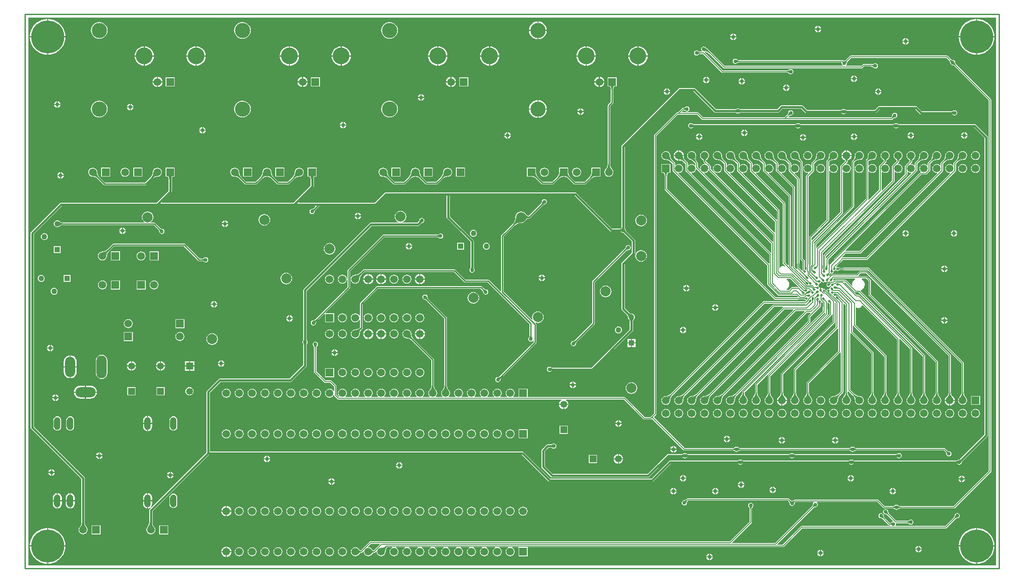
<source format=gbl>
%FSAX25Y25*%
%MOIN*%
G70*
G01*
G75*
G04 Layer_Physical_Order=2*
G04 Layer_Color=16711680*
%ADD10C,0.01000*%
%ADD11C,0.01500*%
%ADD12C,0.00800*%
%ADD13C,0.00500*%
%ADD14R,0.05709X0.02362*%
%ADD15R,0.02362X0.05709*%
%ADD16R,0.03543X0.02756*%
%ADD17O,0.08661X0.02362*%
%ADD18R,0.05906X0.05906*%
%ADD19R,0.02756X0.03543*%
%ADD20O,0.06102X0.01378*%
%ADD21R,0.04803X0.01575*%
%ADD22R,0.06693X0.04331*%
%ADD23R,0.04331X0.06693*%
%ADD24R,0.05906X0.05906*%
%ADD25O,0.01378X0.06102*%
%ADD26O,0.02362X0.08661*%
%ADD27C,0.01969*%
%ADD28C,0.25590*%
%ADD29C,0.05906*%
%ADD30C,0.07874*%
%ADD31C,0.04331*%
%ADD32R,0.04331X0.04331*%
%ADD33R,0.04331X0.04331*%
%ADD34O,0.07874X0.17716*%
%ADD35O,0.07874X0.15748*%
%ADD36O,0.15748X0.07874*%
%ADD37C,0.05906*%
%ADD38O,0.05000X0.10000*%
%ADD39C,0.05315*%
%ADD40R,0.05315X0.05315*%
%ADD41R,0.05315X0.05315*%
%ADD42C,0.12992*%
%ADD43C,0.11811*%
%ADD44C,0.03000*%
%ADD45C,0.02000*%
G36*
X0957500Y0667500D02*
X0207500D01*
Y1092500D01*
X0957500D01*
Y0667500D01*
D02*
G37*
%LPC*%
G36*
X0851700Y0788883D02*
X0850799Y0788764D01*
X0849959Y0788416D01*
X0849237Y0787863D01*
X0848684Y0787141D01*
X0848336Y0786301D01*
X0848217Y0785400D01*
X0848336Y0784499D01*
X0848684Y0783659D01*
X0849237Y0782937D01*
X0849959Y0782384D01*
X0850799Y0782036D01*
X0851700Y0781917D01*
X0852601Y0782036D01*
X0853441Y0782384D01*
X0854163Y0782937D01*
X0854716Y0783659D01*
X0855064Y0784499D01*
X0855182Y0785400D01*
X0855064Y0786301D01*
X0854716Y0787141D01*
X0854163Y0787863D01*
X0853441Y0788416D01*
X0852601Y0788764D01*
X0851700Y0788883D01*
D02*
G37*
G36*
X0861700D02*
X0860799Y0788764D01*
X0859959Y0788416D01*
X0859237Y0787863D01*
X0858684Y0787141D01*
X0858336Y0786301D01*
X0858217Y0785400D01*
X0858336Y0784499D01*
X0858684Y0783659D01*
X0859237Y0782937D01*
X0859959Y0782384D01*
X0860799Y0782036D01*
X0861700Y0781917D01*
X0862601Y0782036D01*
X0863441Y0782384D01*
X0864163Y0782937D01*
X0864716Y0783659D01*
X0865064Y0784499D01*
X0865182Y0785400D01*
X0865064Y0786301D01*
X0864716Y0787141D01*
X0864163Y0787863D01*
X0863441Y0788416D01*
X0862601Y0788764D01*
X0861700Y0788883D01*
D02*
G37*
G36*
X0831700D02*
X0830799Y0788764D01*
X0829959Y0788416D01*
X0829237Y0787863D01*
X0828684Y0787141D01*
X0828336Y0786301D01*
X0828217Y0785400D01*
X0828336Y0784499D01*
X0828684Y0783659D01*
X0829237Y0782937D01*
X0829959Y0782384D01*
X0830799Y0782036D01*
X0831700Y0781917D01*
X0832601Y0782036D01*
X0833441Y0782384D01*
X0834163Y0782937D01*
X0834716Y0783659D01*
X0835064Y0784499D01*
X0835182Y0785400D01*
X0835064Y0786301D01*
X0834716Y0787141D01*
X0834163Y0787863D01*
X0833441Y0788416D01*
X0832601Y0788764D01*
X0831700Y0788883D01*
D02*
G37*
G36*
X0841700D02*
X0840799Y0788764D01*
X0839959Y0788416D01*
X0839237Y0787863D01*
X0838684Y0787141D01*
X0838336Y0786301D01*
X0838217Y0785400D01*
X0838336Y0784499D01*
X0838684Y0783659D01*
X0839237Y0782937D01*
X0839959Y0782384D01*
X0840799Y0782036D01*
X0841700Y0781917D01*
X0842601Y0782036D01*
X0843441Y0782384D01*
X0844162Y0782937D01*
X0844716Y0783659D01*
X0845064Y0784499D01*
X0845183Y0785400D01*
X0845064Y0786301D01*
X0844716Y0787141D01*
X0844162Y0787863D01*
X0843441Y0788416D01*
X0842601Y0788764D01*
X0841700Y0788883D01*
D02*
G37*
G36*
X0871700D02*
X0870799Y0788764D01*
X0869959Y0788416D01*
X0869237Y0787863D01*
X0868684Y0787141D01*
X0868336Y0786301D01*
X0868217Y0785400D01*
X0868336Y0784499D01*
X0868684Y0783659D01*
X0869237Y0782937D01*
X0869959Y0782384D01*
X0870799Y0782036D01*
X0871700Y0781917D01*
X0872601Y0782036D01*
X0873441Y0782384D01*
X0874162Y0782937D01*
X0874716Y0783659D01*
X0875064Y0784499D01*
X0875183Y0785400D01*
X0875064Y0786301D01*
X0874716Y0787141D01*
X0874162Y0787863D01*
X0873441Y0788416D01*
X0872601Y0788764D01*
X0871700Y0788883D01*
D02*
G37*
G36*
X0901700D02*
X0900799Y0788764D01*
X0899959Y0788416D01*
X0899237Y0787863D01*
X0898684Y0787141D01*
X0898336Y0786301D01*
X0898217Y0785400D01*
X0898336Y0784499D01*
X0898684Y0783659D01*
X0899237Y0782937D01*
X0899959Y0782384D01*
X0900799Y0782036D01*
X0901700Y0781917D01*
X0902601Y0782036D01*
X0903441Y0782384D01*
X0904163Y0782937D01*
X0904716Y0783659D01*
X0905064Y0784499D01*
X0905182Y0785400D01*
X0905064Y0786301D01*
X0904716Y0787141D01*
X0904163Y0787863D01*
X0903441Y0788416D01*
X0902601Y0788764D01*
X0901700Y0788883D01*
D02*
G37*
G36*
X0911700D02*
X0910799Y0788764D01*
X0909959Y0788416D01*
X0909237Y0787863D01*
X0908684Y0787141D01*
X0908336Y0786301D01*
X0908217Y0785400D01*
X0908336Y0784499D01*
X0908684Y0783659D01*
X0909237Y0782937D01*
X0909959Y0782384D01*
X0910799Y0782036D01*
X0911700Y0781917D01*
X0912601Y0782036D01*
X0913441Y0782384D01*
X0914163Y0782937D01*
X0914716Y0783659D01*
X0915064Y0784499D01*
X0915182Y0785400D01*
X0915064Y0786301D01*
X0914716Y0787141D01*
X0914163Y0787863D01*
X0913441Y0788416D01*
X0912601Y0788764D01*
X0911700Y0788883D01*
D02*
G37*
G36*
X0881700D02*
X0880799Y0788764D01*
X0879959Y0788416D01*
X0879237Y0787863D01*
X0878684Y0787141D01*
X0878336Y0786301D01*
X0878217Y0785400D01*
X0878336Y0784499D01*
X0878684Y0783659D01*
X0879237Y0782937D01*
X0879959Y0782384D01*
X0880799Y0782036D01*
X0881700Y0781917D01*
X0882601Y0782036D01*
X0883441Y0782384D01*
X0884163Y0782937D01*
X0884716Y0783659D01*
X0885064Y0784499D01*
X0885182Y0785400D01*
X0885064Y0786301D01*
X0884716Y0787141D01*
X0884163Y0787863D01*
X0883441Y0788416D01*
X0882601Y0788764D01*
X0881700Y0788883D01*
D02*
G37*
G36*
X0891700D02*
X0890799Y0788764D01*
X0889959Y0788416D01*
X0889237Y0787863D01*
X0888684Y0787141D01*
X0888336Y0786301D01*
X0888217Y0785400D01*
X0888336Y0784499D01*
X0888684Y0783659D01*
X0889237Y0782937D01*
X0889959Y0782384D01*
X0890799Y0782036D01*
X0891700Y0781917D01*
X0892601Y0782036D01*
X0893441Y0782384D01*
X0894162Y0782937D01*
X0894716Y0783659D01*
X0895064Y0784499D01*
X0895183Y0785400D01*
X0895064Y0786301D01*
X0894716Y0787141D01*
X0894162Y0787863D01*
X0893441Y0788416D01*
X0892601Y0788764D01*
X0891700Y0788883D01*
D02*
G37*
G36*
X0821700D02*
X0820799Y0788764D01*
X0819959Y0788416D01*
X0819237Y0787863D01*
X0818684Y0787141D01*
X0818336Y0786301D01*
X0818217Y0785400D01*
X0818336Y0784499D01*
X0818684Y0783659D01*
X0819237Y0782937D01*
X0819959Y0782384D01*
X0820799Y0782036D01*
X0821700Y0781917D01*
X0822601Y0782036D01*
X0823441Y0782384D01*
X0824162Y0782937D01*
X0824716Y0783659D01*
X0825064Y0784499D01*
X0825183Y0785400D01*
X0825064Y0786301D01*
X0824716Y0787141D01*
X0824162Y0787863D01*
X0823441Y0788416D01*
X0822601Y0788764D01*
X0821700Y0788883D01*
D02*
G37*
G36*
X0751700D02*
X0750799Y0788764D01*
X0749959Y0788416D01*
X0749237Y0787863D01*
X0748684Y0787141D01*
X0748336Y0786301D01*
X0748217Y0785400D01*
X0748336Y0784499D01*
X0748684Y0783659D01*
X0749237Y0782937D01*
X0749959Y0782384D01*
X0750799Y0782036D01*
X0751700Y0781917D01*
X0752601Y0782036D01*
X0753441Y0782384D01*
X0754163Y0782937D01*
X0754716Y0783659D01*
X0755064Y0784499D01*
X0755183Y0785400D01*
X0755064Y0786301D01*
X0754716Y0787141D01*
X0754163Y0787863D01*
X0753441Y0788416D01*
X0752601Y0788764D01*
X0751700Y0788883D01*
D02*
G37*
G36*
X0761700D02*
X0760799Y0788764D01*
X0759959Y0788416D01*
X0759237Y0787863D01*
X0758684Y0787141D01*
X0758336Y0786301D01*
X0758217Y0785400D01*
X0758336Y0784499D01*
X0758684Y0783659D01*
X0759237Y0782937D01*
X0759959Y0782384D01*
X0760799Y0782036D01*
X0761700Y0781917D01*
X0762601Y0782036D01*
X0763441Y0782384D01*
X0764162Y0782937D01*
X0764716Y0783659D01*
X0765064Y0784499D01*
X0765182Y0785400D01*
X0765064Y0786301D01*
X0764716Y0787141D01*
X0764162Y0787863D01*
X0763441Y0788416D01*
X0762601Y0788764D01*
X0761700Y0788883D01*
D02*
G37*
G36*
X0731700D02*
X0730799Y0788764D01*
X0729959Y0788416D01*
X0729237Y0787863D01*
X0728684Y0787141D01*
X0728336Y0786301D01*
X0728217Y0785400D01*
X0728336Y0784499D01*
X0728684Y0783659D01*
X0729237Y0782937D01*
X0729959Y0782384D01*
X0730799Y0782036D01*
X0731700Y0781917D01*
X0732601Y0782036D01*
X0733441Y0782384D01*
X0734163Y0782937D01*
X0734716Y0783659D01*
X0735064Y0784499D01*
X0735183Y0785400D01*
X0735064Y0786301D01*
X0734716Y0787141D01*
X0734163Y0787863D01*
X0733441Y0788416D01*
X0732601Y0788764D01*
X0731700Y0788883D01*
D02*
G37*
G36*
X0741700D02*
X0740799Y0788764D01*
X0739959Y0788416D01*
X0739237Y0787863D01*
X0738684Y0787141D01*
X0738336Y0786301D01*
X0738217Y0785400D01*
X0738336Y0784499D01*
X0738684Y0783659D01*
X0739237Y0782937D01*
X0739959Y0782384D01*
X0740799Y0782036D01*
X0741700Y0781917D01*
X0742601Y0782036D01*
X0743441Y0782384D01*
X0744163Y0782937D01*
X0744716Y0783659D01*
X0745064Y0784499D01*
X0745183Y0785400D01*
X0745064Y0786301D01*
X0744716Y0787141D01*
X0744163Y0787863D01*
X0743441Y0788416D01*
X0742601Y0788764D01*
X0741700Y0788883D01*
D02*
G37*
G36*
X0771700D02*
X0770799Y0788764D01*
X0769959Y0788416D01*
X0769237Y0787863D01*
X0768684Y0787141D01*
X0768336Y0786301D01*
X0768217Y0785400D01*
X0768336Y0784499D01*
X0768684Y0783659D01*
X0769237Y0782937D01*
X0769959Y0782384D01*
X0770799Y0782036D01*
X0771700Y0781917D01*
X0772601Y0782036D01*
X0773441Y0782384D01*
X0774162Y0782937D01*
X0774716Y0783659D01*
X0775064Y0784499D01*
X0775182Y0785400D01*
X0775064Y0786301D01*
X0774716Y0787141D01*
X0774162Y0787863D01*
X0773441Y0788416D01*
X0772601Y0788764D01*
X0771700Y0788883D01*
D02*
G37*
G36*
X0801700D02*
X0800799Y0788764D01*
X0799959Y0788416D01*
X0799237Y0787863D01*
X0798684Y0787141D01*
X0798336Y0786301D01*
X0798217Y0785400D01*
X0798336Y0784499D01*
X0798684Y0783659D01*
X0799237Y0782937D01*
X0799959Y0782384D01*
X0800799Y0782036D01*
X0801700Y0781917D01*
X0802601Y0782036D01*
X0803441Y0782384D01*
X0804163Y0782937D01*
X0804716Y0783659D01*
X0805064Y0784499D01*
X0805182Y0785400D01*
X0805064Y0786301D01*
X0804716Y0787141D01*
X0804163Y0787863D01*
X0803441Y0788416D01*
X0802601Y0788764D01*
X0801700Y0788883D01*
D02*
G37*
G36*
X0811700D02*
X0810799Y0788764D01*
X0809959Y0788416D01*
X0809237Y0787863D01*
X0808684Y0787141D01*
X0808336Y0786301D01*
X0808217Y0785400D01*
X0808336Y0784499D01*
X0808684Y0783659D01*
X0809237Y0782937D01*
X0809959Y0782384D01*
X0810799Y0782036D01*
X0811700Y0781917D01*
X0812601Y0782036D01*
X0813441Y0782384D01*
X0814163Y0782937D01*
X0814716Y0783659D01*
X0815064Y0784499D01*
X0815182Y0785400D01*
X0815064Y0786301D01*
X0814716Y0787141D01*
X0814163Y0787863D01*
X0813441Y0788416D01*
X0812601Y0788764D01*
X0811700Y0788883D01*
D02*
G37*
G36*
X0781700D02*
X0780799Y0788764D01*
X0779959Y0788416D01*
X0779237Y0787863D01*
X0778684Y0787141D01*
X0778336Y0786301D01*
X0778217Y0785400D01*
X0778336Y0784499D01*
X0778684Y0783659D01*
X0779237Y0782937D01*
X0779959Y0782384D01*
X0780799Y0782036D01*
X0781700Y0781917D01*
X0782601Y0782036D01*
X0783441Y0782384D01*
X0784163Y0782937D01*
X0784716Y0783659D01*
X0785064Y0784499D01*
X0785183Y0785400D01*
X0785064Y0786301D01*
X0784716Y0787141D01*
X0784163Y0787863D01*
X0783441Y0788416D01*
X0782601Y0788764D01*
X0781700Y0788883D01*
D02*
G37*
G36*
X0791700D02*
X0790799Y0788764D01*
X0789959Y0788416D01*
X0789237Y0787863D01*
X0788684Y0787141D01*
X0788336Y0786301D01*
X0788217Y0785400D01*
X0788336Y0784499D01*
X0788684Y0783659D01*
X0789237Y0782937D01*
X0789959Y0782384D01*
X0790799Y0782036D01*
X0791700Y0781917D01*
X0792601Y0782036D01*
X0793441Y0782384D01*
X0794163Y0782937D01*
X0794716Y0783659D01*
X0795064Y0784499D01*
X0795183Y0785400D01*
X0795064Y0786301D01*
X0794716Y0787141D01*
X0794163Y0787863D01*
X0793441Y0788416D01*
X0792601Y0788764D01*
X0791700Y0788883D01*
D02*
G37*
G36*
X0230971Y0797106D02*
X0228894D01*
Y0795029D01*
X0229475Y0795145D01*
X0230302Y0795698D01*
X0230855Y0796525D01*
X0230971Y0797106D01*
D02*
G37*
G36*
X0251417Y0801358D02*
X0242946D01*
X0243064Y0800463D01*
X0243562Y0799262D01*
X0244353Y0798231D01*
X0245384Y0797439D01*
X0246585Y0796942D01*
X0247874Y0796772D01*
X0251417D01*
Y0801358D01*
D02*
G37*
G36*
X0945153Y0798853D02*
X0938247D01*
Y0791947D01*
X0945153D01*
Y0798853D01*
D02*
G37*
G36*
X0228106Y0797106D02*
X0226029D01*
X0226145Y0796525D01*
X0226698Y0795698D01*
X0227524Y0795145D01*
X0228106Y0795029D01*
Y0797106D01*
D02*
G37*
G36*
X0260676Y0801358D02*
X0252205D01*
Y0796772D01*
X0255748D01*
X0257037Y0796942D01*
X0258238Y0797439D01*
X0259269Y0798231D01*
X0260060Y0799262D01*
X0260558Y0800463D01*
X0260676Y0801358D01*
D02*
G37*
G36*
X0381000Y0804483D02*
X0380099Y0804364D01*
X0379259Y0804016D01*
X0378537Y0803463D01*
X0377984Y0802741D01*
X0377636Y0801901D01*
X0377517Y0801000D01*
X0377636Y0800099D01*
X0377984Y0799259D01*
X0378537Y0798537D01*
X0379259Y0797984D01*
X0380099Y0797636D01*
X0381000Y0797517D01*
X0381901Y0797636D01*
X0382741Y0797984D01*
X0383463Y0798537D01*
X0384016Y0799259D01*
X0384364Y0800099D01*
X0384483Y0801000D01*
X0384364Y0801901D01*
X0384016Y0802741D01*
X0383463Y0803463D01*
X0382741Y0804016D01*
X0381901Y0804364D01*
X0381000Y0804483D01*
D02*
G37*
G36*
X0391000D02*
X0390099Y0804364D01*
X0389259Y0804016D01*
X0388537Y0803463D01*
X0387984Y0802741D01*
X0387636Y0801901D01*
X0387517Y0801000D01*
X0387636Y0800099D01*
X0387984Y0799259D01*
X0388537Y0798537D01*
X0389259Y0797984D01*
X0390099Y0797636D01*
X0391000Y0797517D01*
X0391901Y0797636D01*
X0392741Y0797984D01*
X0393462Y0798537D01*
X0394016Y0799259D01*
X0394364Y0800099D01*
X0394482Y0801000D01*
X0394364Y0801901D01*
X0394016Y0802741D01*
X0393462Y0803463D01*
X0392741Y0804016D01*
X0391901Y0804364D01*
X0391000Y0804483D01*
D02*
G37*
G36*
X0361000D02*
X0360099Y0804364D01*
X0359259Y0804016D01*
X0358537Y0803463D01*
X0357984Y0802741D01*
X0357636Y0801901D01*
X0357517Y0801000D01*
X0357636Y0800099D01*
X0357984Y0799259D01*
X0358537Y0798537D01*
X0359259Y0797984D01*
X0360099Y0797636D01*
X0361000Y0797517D01*
X0361901Y0797636D01*
X0362741Y0797984D01*
X0363462Y0798537D01*
X0364016Y0799259D01*
X0364364Y0800099D01*
X0364482Y0801000D01*
X0364364Y0801901D01*
X0364016Y0802741D01*
X0363462Y0803463D01*
X0362741Y0804016D01*
X0361901Y0804364D01*
X0361000Y0804483D01*
D02*
G37*
G36*
X0371000D02*
X0370099Y0804364D01*
X0369259Y0804016D01*
X0368537Y0803463D01*
X0367984Y0802741D01*
X0367636Y0801901D01*
X0367517Y0801000D01*
X0367636Y0800099D01*
X0367984Y0799259D01*
X0368537Y0798537D01*
X0369259Y0797984D01*
X0370099Y0797636D01*
X0371000Y0797517D01*
X0371901Y0797636D01*
X0372741Y0797984D01*
X0373463Y0798537D01*
X0374016Y0799259D01*
X0374364Y0800099D01*
X0374482Y0801000D01*
X0374364Y0801901D01*
X0374016Y0802741D01*
X0373463Y0803463D01*
X0372741Y0804016D01*
X0371901Y0804364D01*
X0371000Y0804483D01*
D02*
G37*
G36*
X0821700Y0798883D02*
X0820799Y0798764D01*
X0819959Y0798416D01*
X0819237Y0797863D01*
X0818684Y0797141D01*
X0818336Y0796301D01*
X0818217Y0795400D01*
X0818336Y0794499D01*
X0818684Y0793659D01*
X0819237Y0792938D01*
X0819959Y0792384D01*
X0820799Y0792036D01*
X0821700Y0791918D01*
X0822601Y0792036D01*
X0823441Y0792384D01*
X0824162Y0792938D01*
X0824716Y0793659D01*
X0825064Y0794499D01*
X0825183Y0795400D01*
X0825064Y0796301D01*
X0824716Y0797141D01*
X0824162Y0797863D01*
X0823441Y0798416D01*
X0822601Y0798764D01*
X0821700Y0798883D01*
D02*
G37*
G36*
X0941700Y0788883D02*
X0940799Y0788764D01*
X0939959Y0788416D01*
X0939237Y0787863D01*
X0938684Y0787141D01*
X0938336Y0786301D01*
X0938217Y0785400D01*
X0938336Y0784499D01*
X0938684Y0783659D01*
X0939237Y0782937D01*
X0939959Y0782384D01*
X0940799Y0782036D01*
X0941700Y0781917D01*
X0942601Y0782036D01*
X0943441Y0782384D01*
X0944162Y0782937D01*
X0944716Y0783659D01*
X0945064Y0784499D01*
X0945183Y0785400D01*
X0945064Y0786301D01*
X0944716Y0787141D01*
X0944162Y0787863D01*
X0943441Y0788416D01*
X0942601Y0788764D01*
X0941700Y0788883D01*
D02*
G37*
G36*
X0622106Y0791949D02*
X0618863D01*
X0618937Y0791388D01*
X0619305Y0790498D01*
X0619891Y0789734D01*
X0620655Y0789148D01*
X0621545Y0788779D01*
X0622106Y0788705D01*
Y0791949D01*
D02*
G37*
G36*
X0921700Y0788883D02*
X0920799Y0788764D01*
X0919959Y0788416D01*
X0919237Y0787863D01*
X0918684Y0787141D01*
X0918336Y0786301D01*
X0918217Y0785400D01*
X0918336Y0784499D01*
X0918684Y0783659D01*
X0919237Y0782937D01*
X0919959Y0782384D01*
X0920799Y0782036D01*
X0921700Y0781917D01*
X0922601Y0782036D01*
X0923441Y0782384D01*
X0924162Y0782937D01*
X0924716Y0783659D01*
X0925064Y0784499D01*
X0925183Y0785400D01*
X0925064Y0786301D01*
X0924716Y0787141D01*
X0924162Y0787863D01*
X0923441Y0788416D01*
X0922601Y0788764D01*
X0921700Y0788883D01*
D02*
G37*
G36*
X0931700D02*
X0930799Y0788764D01*
X0929959Y0788416D01*
X0929237Y0787863D01*
X0928684Y0787141D01*
X0928336Y0786301D01*
X0928217Y0785400D01*
X0928336Y0784499D01*
X0928684Y0783659D01*
X0929237Y0782937D01*
X0929959Y0782384D01*
X0930799Y0782036D01*
X0931700Y0781917D01*
X0932601Y0782036D01*
X0933441Y0782384D01*
X0934163Y0782937D01*
X0934716Y0783659D01*
X0935064Y0784499D01*
X0935182Y0785400D01*
X0935064Y0786301D01*
X0934716Y0787141D01*
X0934163Y0787863D01*
X0933441Y0788416D01*
X0932601Y0788764D01*
X0931700Y0788883D01*
D02*
G37*
G36*
X0626137Y0791949D02*
X0622894D01*
Y0788705D01*
X0623455Y0788779D01*
X0624344Y0789148D01*
X0625108Y0789734D01*
X0625695Y0790498D01*
X0626063Y0791388D01*
X0626137Y0791949D01*
D02*
G37*
G36*
X0921306Y0795006D02*
X0917765D01*
X0917849Y0794368D01*
X0918247Y0793407D01*
X0918881Y0792581D01*
X0919707Y0791947D01*
X0920668Y0791549D01*
X0921306Y0791465D01*
Y0795006D01*
D02*
G37*
G36*
X0925635D02*
X0922094D01*
Y0791465D01*
X0922732Y0791549D01*
X0923693Y0791947D01*
X0924519Y0792581D01*
X0925153Y0793407D01*
X0925551Y0794368D01*
X0925635Y0795006D01*
D02*
G37*
G36*
X0791306D02*
X0787765D01*
X0787849Y0794368D01*
X0788247Y0793407D01*
X0788881Y0792581D01*
X0789707Y0791947D01*
X0790668Y0791549D01*
X0791306Y0791465D01*
Y0795006D01*
D02*
G37*
G36*
X0795635D02*
X0792094D01*
Y0791465D01*
X0792732Y0791549D01*
X0793693Y0791947D01*
X0794519Y0792581D01*
X0795153Y0793407D01*
X0795551Y0794368D01*
X0795635Y0795006D01*
D02*
G37*
G36*
X0491000Y0772983D02*
X0490099Y0772864D01*
X0489259Y0772516D01*
X0488537Y0771963D01*
X0487984Y0771241D01*
X0487636Y0770401D01*
X0487517Y0769500D01*
X0487636Y0768599D01*
X0487984Y0767759D01*
X0488537Y0767037D01*
X0489259Y0766484D01*
X0490099Y0766136D01*
X0491000Y0766017D01*
X0491901Y0766136D01*
X0492741Y0766484D01*
X0493463Y0767037D01*
X0494016Y0767759D01*
X0494364Y0768599D01*
X0494483Y0769500D01*
X0494364Y0770401D01*
X0494016Y0771241D01*
X0493463Y0771963D01*
X0492741Y0772516D01*
X0491901Y0772864D01*
X0491000Y0772983D01*
D02*
G37*
G36*
X0501000D02*
X0500099Y0772864D01*
X0499259Y0772516D01*
X0498537Y0771963D01*
X0497984Y0771241D01*
X0497636Y0770401D01*
X0497517Y0769500D01*
X0497636Y0768599D01*
X0497984Y0767759D01*
X0498537Y0767037D01*
X0499259Y0766484D01*
X0500099Y0766136D01*
X0501000Y0766017D01*
X0501901Y0766136D01*
X0502741Y0766484D01*
X0503463Y0767037D01*
X0504016Y0767759D01*
X0504364Y0768599D01*
X0504483Y0769500D01*
X0504364Y0770401D01*
X0504016Y0771241D01*
X0503463Y0771963D01*
X0502741Y0772516D01*
X0501901Y0772864D01*
X0501000Y0772983D01*
D02*
G37*
G36*
X0471000D02*
X0470099Y0772864D01*
X0469259Y0772516D01*
X0468537Y0771963D01*
X0467984Y0771241D01*
X0467636Y0770401D01*
X0467517Y0769500D01*
X0467636Y0768599D01*
X0467984Y0767759D01*
X0468537Y0767037D01*
X0469259Y0766484D01*
X0470099Y0766136D01*
X0471000Y0766017D01*
X0471901Y0766136D01*
X0472741Y0766484D01*
X0473462Y0767037D01*
X0474016Y0767759D01*
X0474364Y0768599D01*
X0474482Y0769500D01*
X0474364Y0770401D01*
X0474016Y0771241D01*
X0473462Y0771963D01*
X0472741Y0772516D01*
X0471901Y0772864D01*
X0471000Y0772983D01*
D02*
G37*
G36*
X0481000D02*
X0480099Y0772864D01*
X0479259Y0772516D01*
X0478537Y0771963D01*
X0477984Y0771241D01*
X0477636Y0770401D01*
X0477517Y0769500D01*
X0477636Y0768599D01*
X0477984Y0767759D01*
X0478537Y0767037D01*
X0479259Y0766484D01*
X0480099Y0766136D01*
X0481000Y0766017D01*
X0481901Y0766136D01*
X0482741Y0766484D01*
X0483462Y0767037D01*
X0484016Y0767759D01*
X0484364Y0768599D01*
X0484482Y0769500D01*
X0484364Y0770401D01*
X0484016Y0771241D01*
X0483462Y0771963D01*
X0482741Y0772516D01*
X0481901Y0772864D01*
X0481000Y0772983D01*
D02*
G37*
G36*
X0511000D02*
X0510099Y0772864D01*
X0509259Y0772516D01*
X0508537Y0771963D01*
X0507984Y0771241D01*
X0507636Y0770401D01*
X0507517Y0769500D01*
X0507636Y0768599D01*
X0507984Y0767759D01*
X0508537Y0767037D01*
X0509259Y0766484D01*
X0510099Y0766136D01*
X0511000Y0766017D01*
X0511901Y0766136D01*
X0512741Y0766484D01*
X0513462Y0767037D01*
X0514016Y0767759D01*
X0514364Y0768599D01*
X0514482Y0769500D01*
X0514364Y0770401D01*
X0514016Y0771241D01*
X0513462Y0771963D01*
X0512741Y0772516D01*
X0511901Y0772864D01*
X0511000Y0772983D01*
D02*
G37*
G36*
X0541000D02*
X0540099Y0772864D01*
X0539259Y0772516D01*
X0538537Y0771963D01*
X0537984Y0771241D01*
X0537636Y0770401D01*
X0537517Y0769500D01*
X0537636Y0768599D01*
X0537984Y0767759D01*
X0538537Y0767037D01*
X0539259Y0766484D01*
X0540099Y0766136D01*
X0541000Y0766017D01*
X0541901Y0766136D01*
X0542741Y0766484D01*
X0543463Y0767037D01*
X0544016Y0767759D01*
X0544364Y0768599D01*
X0544483Y0769500D01*
X0544364Y0770401D01*
X0544016Y0771241D01*
X0543463Y0771963D01*
X0542741Y0772516D01*
X0541901Y0772864D01*
X0541000Y0772983D01*
D02*
G37*
G36*
X0551000D02*
X0550099Y0772864D01*
X0549259Y0772516D01*
X0548537Y0771963D01*
X0547984Y0771241D01*
X0547636Y0770401D01*
X0547517Y0769500D01*
X0547636Y0768599D01*
X0547984Y0767759D01*
X0548537Y0767037D01*
X0549259Y0766484D01*
X0550099Y0766136D01*
X0551000Y0766017D01*
X0551901Y0766136D01*
X0552741Y0766484D01*
X0553463Y0767037D01*
X0554016Y0767759D01*
X0554364Y0768599D01*
X0554483Y0769500D01*
X0554364Y0770401D01*
X0554016Y0771241D01*
X0553463Y0771963D01*
X0552741Y0772516D01*
X0551901Y0772864D01*
X0551000Y0772983D01*
D02*
G37*
G36*
X0521000D02*
X0520099Y0772864D01*
X0519259Y0772516D01*
X0518537Y0771963D01*
X0517984Y0771241D01*
X0517636Y0770401D01*
X0517517Y0769500D01*
X0517636Y0768599D01*
X0517984Y0767759D01*
X0518537Y0767037D01*
X0519259Y0766484D01*
X0520099Y0766136D01*
X0521000Y0766017D01*
X0521901Y0766136D01*
X0522741Y0766484D01*
X0523462Y0767037D01*
X0524016Y0767759D01*
X0524364Y0768599D01*
X0524482Y0769500D01*
X0524364Y0770401D01*
X0524016Y0771241D01*
X0523462Y0771963D01*
X0522741Y0772516D01*
X0521901Y0772864D01*
X0521000Y0772983D01*
D02*
G37*
G36*
X0531000D02*
X0530099Y0772864D01*
X0529259Y0772516D01*
X0528537Y0771963D01*
X0527984Y0771241D01*
X0527636Y0770401D01*
X0527517Y0769500D01*
X0527636Y0768599D01*
X0527984Y0767759D01*
X0528537Y0767037D01*
X0529259Y0766484D01*
X0530099Y0766136D01*
X0531000Y0766017D01*
X0531901Y0766136D01*
X0532741Y0766484D01*
X0533462Y0767037D01*
X0534016Y0767759D01*
X0534364Y0768599D01*
X0534482Y0769500D01*
X0534364Y0770401D01*
X0534016Y0771241D01*
X0533462Y0771963D01*
X0532741Y0772516D01*
X0531901Y0772864D01*
X0531000Y0772983D01*
D02*
G37*
G36*
X0461000D02*
X0460099Y0772864D01*
X0459259Y0772516D01*
X0458537Y0771963D01*
X0457984Y0771241D01*
X0457636Y0770401D01*
X0457517Y0769500D01*
X0457636Y0768599D01*
X0457984Y0767759D01*
X0458537Y0767037D01*
X0459259Y0766484D01*
X0460099Y0766136D01*
X0461000Y0766017D01*
X0461901Y0766136D01*
X0462741Y0766484D01*
X0463462Y0767037D01*
X0464016Y0767759D01*
X0464364Y0768599D01*
X0464482Y0769500D01*
X0464364Y0770401D01*
X0464016Y0771241D01*
X0463462Y0771963D01*
X0462741Y0772516D01*
X0461901Y0772864D01*
X0461000Y0772983D01*
D02*
G37*
G36*
X0391000D02*
X0390099Y0772864D01*
X0389259Y0772516D01*
X0388537Y0771963D01*
X0387984Y0771241D01*
X0387636Y0770401D01*
X0387517Y0769500D01*
X0387636Y0768599D01*
X0387984Y0767759D01*
X0388537Y0767037D01*
X0389259Y0766484D01*
X0390099Y0766136D01*
X0391000Y0766017D01*
X0391901Y0766136D01*
X0392741Y0766484D01*
X0393462Y0767037D01*
X0394016Y0767759D01*
X0394364Y0768599D01*
X0394482Y0769500D01*
X0394364Y0770401D01*
X0394016Y0771241D01*
X0393462Y0771963D01*
X0392741Y0772516D01*
X0391901Y0772864D01*
X0391000Y0772983D01*
D02*
G37*
G36*
X0401000D02*
X0400099Y0772864D01*
X0399259Y0772516D01*
X0398537Y0771963D01*
X0397984Y0771241D01*
X0397636Y0770401D01*
X0397517Y0769500D01*
X0397636Y0768599D01*
X0397984Y0767759D01*
X0398537Y0767037D01*
X0399259Y0766484D01*
X0400099Y0766136D01*
X0401000Y0766017D01*
X0401901Y0766136D01*
X0402741Y0766484D01*
X0403463Y0767037D01*
X0404016Y0767759D01*
X0404364Y0768599D01*
X0404483Y0769500D01*
X0404364Y0770401D01*
X0404016Y0771241D01*
X0403463Y0771963D01*
X0402741Y0772516D01*
X0401901Y0772864D01*
X0401000Y0772983D01*
D02*
G37*
G36*
X0371000D02*
X0370099Y0772864D01*
X0369259Y0772516D01*
X0368537Y0771963D01*
X0367984Y0771241D01*
X0367636Y0770401D01*
X0367517Y0769500D01*
X0367636Y0768599D01*
X0367984Y0767759D01*
X0368537Y0767037D01*
X0369259Y0766484D01*
X0370099Y0766136D01*
X0371000Y0766017D01*
X0371901Y0766136D01*
X0372741Y0766484D01*
X0373463Y0767037D01*
X0374016Y0767759D01*
X0374364Y0768599D01*
X0374482Y0769500D01*
X0374364Y0770401D01*
X0374016Y0771241D01*
X0373463Y0771963D01*
X0372741Y0772516D01*
X0371901Y0772864D01*
X0371000Y0772983D01*
D02*
G37*
G36*
X0381000D02*
X0380099Y0772864D01*
X0379259Y0772516D01*
X0378537Y0771963D01*
X0377984Y0771241D01*
X0377636Y0770401D01*
X0377517Y0769500D01*
X0377636Y0768599D01*
X0377984Y0767759D01*
X0378537Y0767037D01*
X0379259Y0766484D01*
X0380099Y0766136D01*
X0381000Y0766017D01*
X0381901Y0766136D01*
X0382741Y0766484D01*
X0383463Y0767037D01*
X0384016Y0767759D01*
X0384364Y0768599D01*
X0384483Y0769500D01*
X0384364Y0770401D01*
X0384016Y0771241D01*
X0383463Y0771963D01*
X0382741Y0772516D01*
X0381901Y0772864D01*
X0381000Y0772983D01*
D02*
G37*
G36*
X0411000D02*
X0410099Y0772864D01*
X0409259Y0772516D01*
X0408537Y0771963D01*
X0407984Y0771241D01*
X0407636Y0770401D01*
X0407517Y0769500D01*
X0407636Y0768599D01*
X0407984Y0767759D01*
X0408537Y0767037D01*
X0409259Y0766484D01*
X0410099Y0766136D01*
X0411000Y0766017D01*
X0411901Y0766136D01*
X0412741Y0766484D01*
X0413462Y0767037D01*
X0414016Y0767759D01*
X0414364Y0768599D01*
X0414482Y0769500D01*
X0414364Y0770401D01*
X0414016Y0771241D01*
X0413462Y0771963D01*
X0412741Y0772516D01*
X0411901Y0772864D01*
X0411000Y0772983D01*
D02*
G37*
G36*
X0441000D02*
X0440099Y0772864D01*
X0439259Y0772516D01*
X0438537Y0771963D01*
X0437984Y0771241D01*
X0437636Y0770401D01*
X0437517Y0769500D01*
X0437636Y0768599D01*
X0437984Y0767759D01*
X0438537Y0767037D01*
X0439259Y0766484D01*
X0440099Y0766136D01*
X0441000Y0766017D01*
X0441901Y0766136D01*
X0442741Y0766484D01*
X0443463Y0767037D01*
X0444016Y0767759D01*
X0444364Y0768599D01*
X0444483Y0769500D01*
X0444364Y0770401D01*
X0444016Y0771241D01*
X0443463Y0771963D01*
X0442741Y0772516D01*
X0441901Y0772864D01*
X0441000Y0772983D01*
D02*
G37*
G36*
X0451000D02*
X0450099Y0772864D01*
X0449259Y0772516D01*
X0448537Y0771963D01*
X0447984Y0771241D01*
X0447636Y0770401D01*
X0447517Y0769500D01*
X0447636Y0768599D01*
X0447984Y0767759D01*
X0448537Y0767037D01*
X0449259Y0766484D01*
X0450099Y0766136D01*
X0451000Y0766017D01*
X0451901Y0766136D01*
X0452741Y0766484D01*
X0453463Y0767037D01*
X0454016Y0767759D01*
X0454364Y0768599D01*
X0454483Y0769500D01*
X0454364Y0770401D01*
X0454016Y0771241D01*
X0453463Y0771963D01*
X0452741Y0772516D01*
X0451901Y0772864D01*
X0451000Y0772983D01*
D02*
G37*
G36*
X0421000D02*
X0420099Y0772864D01*
X0419259Y0772516D01*
X0418537Y0771963D01*
X0417984Y0771241D01*
X0417636Y0770401D01*
X0417517Y0769500D01*
X0417636Y0768599D01*
X0417984Y0767759D01*
X0418537Y0767037D01*
X0419259Y0766484D01*
X0420099Y0766136D01*
X0421000Y0766017D01*
X0421901Y0766136D01*
X0422741Y0766484D01*
X0423462Y0767037D01*
X0424016Y0767759D01*
X0424364Y0768599D01*
X0424482Y0769500D01*
X0424364Y0770401D01*
X0424016Y0771241D01*
X0423462Y0771963D01*
X0422741Y0772516D01*
X0421901Y0772864D01*
X0421000Y0772983D01*
D02*
G37*
G36*
X0431000D02*
X0430099Y0772864D01*
X0429259Y0772516D01*
X0428537Y0771963D01*
X0427984Y0771241D01*
X0427636Y0770401D01*
X0427517Y0769500D01*
X0427636Y0768599D01*
X0427984Y0767759D01*
X0428537Y0767037D01*
X0429259Y0766484D01*
X0430099Y0766136D01*
X0431000Y0766017D01*
X0431901Y0766136D01*
X0432741Y0766484D01*
X0433462Y0767037D01*
X0434016Y0767759D01*
X0434364Y0768599D01*
X0434482Y0769500D01*
X0434364Y0770401D01*
X0434016Y0771241D01*
X0433462Y0771963D01*
X0432741Y0772516D01*
X0431901Y0772864D01*
X0431000Y0772983D01*
D02*
G37*
G36*
X0299606Y0783478D02*
X0299086Y0783410D01*
X0298235Y0783057D01*
X0297504Y0782496D01*
X0296943Y0781765D01*
X0296590Y0780914D01*
X0296470Y0780000D01*
Y0777894D01*
X0299606D01*
Y0783478D01*
D02*
G37*
G36*
X0300394D02*
Y0777894D01*
X0303530D01*
Y0780000D01*
X0303410Y0780914D01*
X0303057Y0781765D01*
X0302496Y0782496D01*
X0301765Y0783057D01*
X0300914Y0783410D01*
X0300394Y0783478D01*
D02*
G37*
G36*
X0664606Y0777106D02*
X0662529D01*
X0662645Y0776525D01*
X0663198Y0775698D01*
X0664024Y0775145D01*
X0664606Y0775029D01*
Y0777106D01*
D02*
G37*
G36*
X0667471D02*
X0665394D01*
Y0775029D01*
X0665975Y0775145D01*
X0666802Y0775698D01*
X0667355Y0776525D01*
X0667471Y0777106D01*
D02*
G37*
G36*
X0664606Y0779971D02*
X0664024Y0779855D01*
X0663198Y0779303D01*
X0662645Y0778476D01*
X0662529Y0777894D01*
X0664606D01*
Y0779971D01*
D02*
G37*
G36*
X0711700Y0788883D02*
X0710799Y0788764D01*
X0709959Y0788416D01*
X0709237Y0787863D01*
X0708684Y0787141D01*
X0708336Y0786301D01*
X0708217Y0785400D01*
X0708336Y0784499D01*
X0708684Y0783659D01*
X0709237Y0782937D01*
X0709959Y0782384D01*
X0710799Y0782036D01*
X0711700Y0781917D01*
X0712601Y0782036D01*
X0713441Y0782384D01*
X0714162Y0782937D01*
X0714716Y0783659D01*
X0715064Y0784499D01*
X0715182Y0785400D01*
X0715064Y0786301D01*
X0714716Y0787141D01*
X0714162Y0787863D01*
X0713441Y0788416D01*
X0712601Y0788764D01*
X0711700Y0788883D01*
D02*
G37*
G36*
X0721700D02*
X0720799Y0788764D01*
X0719959Y0788416D01*
X0719237Y0787863D01*
X0718684Y0787141D01*
X0718336Y0786301D01*
X0718217Y0785400D01*
X0718336Y0784499D01*
X0718684Y0783659D01*
X0719237Y0782937D01*
X0719959Y0782384D01*
X0720799Y0782036D01*
X0721700Y0781917D01*
X0722601Y0782036D01*
X0723441Y0782384D01*
X0724162Y0782937D01*
X0724716Y0783659D01*
X0725064Y0784499D01*
X0725182Y0785400D01*
X0725064Y0786301D01*
X0724716Y0787141D01*
X0724162Y0787863D01*
X0723441Y0788416D01*
X0722601Y0788764D01*
X0721700Y0788883D01*
D02*
G37*
G36*
X0665394Y0779971D02*
Y0777894D01*
X0667471D01*
X0667355Y0778476D01*
X0666802Y0779303D01*
X0665975Y0779855D01*
X0665394Y0779971D01*
D02*
G37*
G36*
X0701700Y0788883D02*
X0700799Y0788764D01*
X0699959Y0788416D01*
X0699237Y0787863D01*
X0698684Y0787141D01*
X0698336Y0786301D01*
X0698217Y0785400D01*
X0698336Y0784499D01*
X0698684Y0783659D01*
X0699237Y0782937D01*
X0699959Y0782384D01*
X0700799Y0782036D01*
X0701700Y0781917D01*
X0702601Y0782036D01*
X0703441Y0782384D01*
X0704163Y0782937D01*
X0704716Y0783659D01*
X0705064Y0784499D01*
X0705183Y0785400D01*
X0705064Y0786301D01*
X0704716Y0787141D01*
X0704163Y0787863D01*
X0703441Y0788416D01*
X0702601Y0788764D01*
X0701700Y0788883D01*
D02*
G37*
G36*
X0320000Y0783026D02*
X0319217Y0782923D01*
X0318487Y0782621D01*
X0317860Y0782140D01*
X0317379Y0781513D01*
X0317077Y0780783D01*
X0316974Y0780000D01*
Y0775000D01*
X0317077Y0774217D01*
X0317379Y0773487D01*
X0317860Y0772860D01*
X0318487Y0772380D01*
X0319217Y0772077D01*
X0320000Y0771974D01*
X0320783Y0772077D01*
X0321513Y0772380D01*
X0322140Y0772860D01*
X0322620Y0773487D01*
X0322923Y0774217D01*
X0323026Y0775000D01*
Y0780000D01*
X0322923Y0780783D01*
X0322620Y0781513D01*
X0322140Y0782140D01*
X0321513Y0782621D01*
X0320783Y0782923D01*
X0320000Y0783026D01*
D02*
G37*
G36*
X0581000Y0772983D02*
X0580099Y0772864D01*
X0579259Y0772516D01*
X0578537Y0771963D01*
X0577984Y0771241D01*
X0577636Y0770401D01*
X0577517Y0769500D01*
X0577636Y0768599D01*
X0577984Y0767759D01*
X0578537Y0767037D01*
X0579259Y0766484D01*
X0580099Y0766136D01*
X0581000Y0766017D01*
X0581901Y0766136D01*
X0582741Y0766484D01*
X0583462Y0767037D01*
X0584016Y0767759D01*
X0584364Y0768599D01*
X0584482Y0769500D01*
X0584364Y0770401D01*
X0584016Y0771241D01*
X0583462Y0771963D01*
X0582741Y0772516D01*
X0581901Y0772864D01*
X0581000Y0772983D01*
D02*
G37*
G36*
X0594453Y0772953D02*
X0587547D01*
Y0766047D01*
X0594453D01*
Y0772953D01*
D02*
G37*
G36*
X0561000Y0772983D02*
X0560099Y0772864D01*
X0559259Y0772516D01*
X0558537Y0771963D01*
X0557984Y0771241D01*
X0557636Y0770401D01*
X0557517Y0769500D01*
X0557636Y0768599D01*
X0557984Y0767759D01*
X0558537Y0767037D01*
X0559259Y0766484D01*
X0560099Y0766136D01*
X0561000Y0766017D01*
X0561901Y0766136D01*
X0562741Y0766484D01*
X0563462Y0767037D01*
X0564016Y0767759D01*
X0564364Y0768599D01*
X0564482Y0769500D01*
X0564364Y0770401D01*
X0564016Y0771241D01*
X0563462Y0771963D01*
X0562741Y0772516D01*
X0561901Y0772864D01*
X0561000Y0772983D01*
D02*
G37*
G36*
X0571000D02*
X0570099Y0772864D01*
X0569259Y0772516D01*
X0568537Y0771963D01*
X0567984Y0771241D01*
X0567636Y0770401D01*
X0567517Y0769500D01*
X0567636Y0768599D01*
X0567984Y0767759D01*
X0568537Y0767037D01*
X0569259Y0766484D01*
X0570099Y0766136D01*
X0571000Y0766017D01*
X0571901Y0766136D01*
X0572741Y0766484D01*
X0573462Y0767037D01*
X0574016Y0767759D01*
X0574364Y0768599D01*
X0574482Y0769500D01*
X0574364Y0770401D01*
X0574016Y0771241D01*
X0573462Y0771963D01*
X0572741Y0772516D01*
X0571901Y0772864D01*
X0571000Y0772983D01*
D02*
G37*
G36*
X0625657Y0775815D02*
X0619343D01*
Y0769500D01*
X0625657D01*
Y0775815D01*
D02*
G37*
G36*
X0230000Y0783026D02*
X0229217Y0782923D01*
X0228487Y0782621D01*
X0227860Y0782140D01*
X0227379Y0781513D01*
X0227077Y0780783D01*
X0226974Y0780000D01*
Y0775000D01*
X0227077Y0774217D01*
X0227379Y0773487D01*
X0227860Y0772860D01*
X0228487Y0772380D01*
X0229217Y0772077D01*
X0230000Y0771974D01*
X0230783Y0772077D01*
X0231513Y0772380D01*
X0232140Y0772860D01*
X0232620Y0773487D01*
X0232923Y0774217D01*
X0233026Y0775000D01*
Y0780000D01*
X0232923Y0780783D01*
X0232620Y0781513D01*
X0232140Y0782140D01*
X0231513Y0782621D01*
X0230783Y0782923D01*
X0230000Y0783026D01*
D02*
G37*
G36*
X0240000D02*
X0239217Y0782923D01*
X0238487Y0782621D01*
X0237860Y0782140D01*
X0237379Y0781513D01*
X0237077Y0780783D01*
X0236974Y0780000D01*
Y0775000D01*
X0237077Y0774217D01*
X0237379Y0773487D01*
X0237860Y0772860D01*
X0238487Y0772380D01*
X0239217Y0772077D01*
X0240000Y0771974D01*
X0240783Y0772077D01*
X0241513Y0772380D01*
X0242140Y0772860D01*
X0242620Y0773487D01*
X0242923Y0774217D01*
X0243026Y0775000D01*
Y0780000D01*
X0242923Y0780783D01*
X0242620Y0781513D01*
X0242140Y0782140D01*
X0241513Y0782621D01*
X0240783Y0782923D01*
X0240000Y0783026D01*
D02*
G37*
G36*
X0299606Y0777106D02*
X0296470D01*
Y0775000D01*
X0296590Y0774086D01*
X0296943Y0773235D01*
X0297504Y0772504D01*
X0298235Y0771943D01*
X0299086Y0771590D01*
X0299606Y0771522D01*
Y0777106D01*
D02*
G37*
G36*
X0303530D02*
X0300394D01*
Y0771522D01*
X0300914Y0771590D01*
X0301765Y0771943D01*
X0302496Y0772504D01*
X0303057Y0773235D01*
X0303410Y0774086D01*
X0303530Y0775000D01*
Y0777106D01*
D02*
G37*
G36*
X0401000Y0804483D02*
X0400099Y0804364D01*
X0399259Y0804016D01*
X0398537Y0803463D01*
X0397984Y0802741D01*
X0397636Y0801901D01*
X0397517Y0801000D01*
X0397636Y0800099D01*
X0397984Y0799259D01*
X0398537Y0798537D01*
X0399259Y0797984D01*
X0400099Y0797636D01*
X0401000Y0797517D01*
X0401901Y0797636D01*
X0402741Y0797984D01*
X0403463Y0798537D01*
X0404016Y0799259D01*
X0404364Y0800099D01*
X0404483Y0801000D01*
X0404364Y0801901D01*
X0404016Y0802741D01*
X0403463Y0803463D01*
X0402741Y0804016D01*
X0401901Y0804364D01*
X0401000Y0804483D01*
D02*
G37*
G36*
X0224106Y0838471D02*
X0223524Y0838355D01*
X0222698Y0837802D01*
X0222145Y0836975D01*
X0222029Y0836394D01*
X0224106D01*
Y0838471D01*
D02*
G37*
G36*
X0224894D02*
Y0836394D01*
X0226971D01*
X0226855Y0836975D01*
X0226302Y0837802D01*
X0225475Y0838355D01*
X0224894Y0838471D01*
D02*
G37*
G36*
X0224106Y0835606D02*
X0222029D01*
X0222145Y0835025D01*
X0222698Y0834198D01*
X0223524Y0833645D01*
X0224106Y0833529D01*
Y0835606D01*
D02*
G37*
G36*
X0226971D02*
X0224894D01*
Y0833529D01*
X0225475Y0833645D01*
X0226302Y0834198D01*
X0226855Y0835025D01*
X0226971Y0835606D01*
D02*
G37*
G36*
X0674606Y0839606D02*
X0671835D01*
Y0836835D01*
X0674606D01*
Y0839606D01*
D02*
G37*
G36*
Y0843165D02*
X0671835D01*
Y0840394D01*
X0674606D01*
Y0843165D01*
D02*
G37*
G36*
X0678165D02*
X0675394D01*
Y0840394D01*
X0678165D01*
Y0843165D01*
D02*
G37*
G36*
Y0839606D02*
X0675394D01*
Y0836835D01*
X0678165D01*
Y0839606D01*
D02*
G37*
G36*
X0350000Y0847475D02*
X0348842Y0847323D01*
X0347762Y0846876D01*
X0346835Y0846165D01*
X0346124Y0845238D01*
X0345677Y0844158D01*
X0345525Y0843000D01*
X0345677Y0841842D01*
X0346124Y0840762D01*
X0346835Y0839835D01*
X0347762Y0839124D01*
X0348842Y0838677D01*
X0350000Y0838525D01*
X0351158Y0838677D01*
X0352238Y0839124D01*
X0353165Y0839835D01*
X0353876Y0840762D01*
X0354323Y0841842D01*
X0354475Y0843000D01*
X0354323Y0844158D01*
X0353876Y0845238D01*
X0353165Y0846165D01*
X0352238Y0846876D01*
X0351158Y0847323D01*
X0350000Y0847475D01*
D02*
G37*
G36*
X0445394Y0834971D02*
Y0832894D01*
X0447471D01*
X0447355Y0833475D01*
X0446802Y0834302D01*
X0445975Y0834855D01*
X0445394Y0834971D01*
D02*
G37*
G36*
X0332106Y0825843D02*
X0328842D01*
Y0822579D01*
X0332106D01*
Y0825843D01*
D02*
G37*
G36*
X0336157D02*
X0332894D01*
Y0822579D01*
X0336157D01*
Y0825843D01*
D02*
G37*
G36*
X0309606Y0825822D02*
X0309045Y0825748D01*
X0308155Y0825380D01*
X0307391Y0824794D01*
X0306805Y0824030D01*
X0306437Y0823140D01*
X0306363Y0822579D01*
X0309606D01*
Y0825822D01*
D02*
G37*
G36*
X0310394D02*
Y0822579D01*
X0313637D01*
X0313563Y0823140D01*
X0313195Y0824030D01*
X0312609Y0824794D01*
X0311844Y0825380D01*
X0310955Y0825748D01*
X0310394Y0825822D01*
D02*
G37*
G36*
X0356606Y0826471D02*
X0356025Y0826355D01*
X0355198Y0825802D01*
X0354645Y0824975D01*
X0354529Y0824394D01*
X0356606D01*
Y0826471D01*
D02*
G37*
G36*
X0447471Y0832106D02*
X0445394D01*
Y0830029D01*
X0445975Y0830145D01*
X0446802Y0830698D01*
X0447355Y0831525D01*
X0447471Y0832106D01*
D02*
G37*
G36*
X0444606Y0834971D02*
X0444025Y0834855D01*
X0443197Y0834302D01*
X0442645Y0833475D01*
X0442529Y0832894D01*
X0444606D01*
Y0834971D01*
D02*
G37*
G36*
X0357394Y0826471D02*
Y0824394D01*
X0359471D01*
X0359355Y0824975D01*
X0358802Y0825802D01*
X0357975Y0826355D01*
X0357394Y0826471D01*
D02*
G37*
G36*
X0444606Y0832106D02*
X0442529D01*
X0442645Y0831525D01*
X0443197Y0830698D01*
X0444025Y0830145D01*
X0444606Y0830029D01*
Y0832106D01*
D02*
G37*
G36*
X0470606Y0850935D02*
X0469968Y0850851D01*
X0469006Y0850453D01*
X0468181Y0849819D01*
X0467547Y0848993D01*
X0467149Y0848032D01*
X0467065Y0847394D01*
X0470606D01*
Y0850935D01*
D02*
G37*
G36*
X0471394D02*
Y0847394D01*
X0474935D01*
X0474851Y0848032D01*
X0474453Y0848993D01*
X0473819Y0849819D01*
X0472993Y0850453D01*
X0472032Y0850851D01*
X0471394Y0850935D01*
D02*
G37*
G36*
X0491000Y0850483D02*
X0490099Y0850364D01*
X0489259Y0850016D01*
X0488537Y0849463D01*
X0487984Y0848741D01*
X0487636Y0847901D01*
X0487517Y0847000D01*
X0487636Y0846099D01*
X0487984Y0845259D01*
X0488537Y0844538D01*
X0489259Y0843984D01*
X0490099Y0843636D01*
X0491000Y0843517D01*
X0491901Y0843636D01*
X0492741Y0843984D01*
X0493463Y0844538D01*
X0494016Y0845259D01*
X0494364Y0846099D01*
X0494483Y0847000D01*
X0494364Y0847901D01*
X0494016Y0848741D01*
X0493463Y0849463D01*
X0492741Y0850016D01*
X0491901Y0850364D01*
X0491000Y0850483D01*
D02*
G37*
G36*
X0665000Y0852688D02*
X0664304Y0852597D01*
X0663656Y0852328D01*
X0663099Y0851901D01*
X0662672Y0851344D01*
X0662403Y0850696D01*
X0662312Y0850000D01*
X0662403Y0849304D01*
X0662672Y0848656D01*
X0663099Y0848099D01*
X0663656Y0847672D01*
X0664304Y0847403D01*
X0665000Y0847312D01*
X0665696Y0847403D01*
X0666344Y0847672D01*
X0666901Y0848099D01*
X0667328Y0848656D01*
X0667597Y0849304D01*
X0667688Y0850000D01*
X0667597Y0850696D01*
X0667328Y0851344D01*
X0666901Y0851901D01*
X0666344Y0852328D01*
X0665696Y0852597D01*
X0665000Y0852688D01*
D02*
G37*
G36*
X0480606Y0850935D02*
X0479968Y0850851D01*
X0479006Y0850453D01*
X0478181Y0849819D01*
X0477547Y0848993D01*
X0477149Y0848032D01*
X0477065Y0847394D01*
X0480606D01*
Y0850935D01*
D02*
G37*
G36*
X0511394D02*
Y0847394D01*
X0514935D01*
X0514851Y0848032D01*
X0514453Y0848993D01*
X0513819Y0849819D01*
X0512993Y0850453D01*
X0512032Y0850851D01*
X0511394Y0850935D01*
D02*
G37*
G36*
X0714606Y0849606D02*
X0712529D01*
X0712645Y0849025D01*
X0713198Y0848198D01*
X0714024Y0847645D01*
X0714606Y0847529D01*
Y0849606D01*
D02*
G37*
G36*
X0481394Y0850935D02*
Y0847394D01*
X0484935D01*
X0484851Y0848032D01*
X0484453Y0848993D01*
X0483819Y0849819D01*
X0482993Y0850453D01*
X0482032Y0850851D01*
X0481394Y0850935D01*
D02*
G37*
G36*
X0510606D02*
X0509968Y0850851D01*
X0509007Y0850453D01*
X0508181Y0849819D01*
X0507547Y0848993D01*
X0507149Y0848032D01*
X0507065Y0847394D01*
X0510606D01*
Y0850935D01*
D02*
G37*
G36*
X0451000Y0850483D02*
X0450099Y0850364D01*
X0449259Y0850016D01*
X0448537Y0849463D01*
X0447984Y0848741D01*
X0447636Y0847901D01*
X0447517Y0847000D01*
X0447636Y0846099D01*
X0447984Y0845259D01*
X0448537Y0844538D01*
X0449259Y0843984D01*
X0450099Y0843636D01*
X0451000Y0843517D01*
X0451901Y0843636D01*
X0452741Y0843984D01*
X0453463Y0844538D01*
X0454016Y0845259D01*
X0454364Y0846099D01*
X0454483Y0847000D01*
X0454364Y0847901D01*
X0454016Y0848741D01*
X0453463Y0849463D01*
X0452741Y0850016D01*
X0451901Y0850364D01*
X0451000Y0850483D01*
D02*
G37*
G36*
X0470606Y0846606D02*
X0467065D01*
X0467149Y0845968D01*
X0467547Y0845007D01*
X0468181Y0844181D01*
X0469006Y0843547D01*
X0469968Y0843149D01*
X0470606Y0843065D01*
Y0846606D01*
D02*
G37*
G36*
X0474935D02*
X0471394D01*
Y0843065D01*
X0472032Y0843149D01*
X0472993Y0843547D01*
X0473819Y0844181D01*
X0474453Y0845007D01*
X0474851Y0845968D01*
X0474935Y0846606D01*
D02*
G37*
G36*
X0325000Y0848483D02*
X0324099Y0848364D01*
X0323259Y0848016D01*
X0322537Y0847463D01*
X0321984Y0846741D01*
X0321636Y0845901D01*
X0321517Y0845000D01*
X0321636Y0844099D01*
X0321984Y0843259D01*
X0322537Y0842537D01*
X0323259Y0841984D01*
X0324099Y0841636D01*
X0325000Y0841518D01*
X0325901Y0841636D01*
X0326741Y0841984D01*
X0327463Y0842537D01*
X0328016Y0843259D01*
X0328364Y0844099D01*
X0328483Y0845000D01*
X0328364Y0845901D01*
X0328016Y0846741D01*
X0327463Y0847463D01*
X0326741Y0848016D01*
X0325901Y0848364D01*
X0325000Y0848483D01*
D02*
G37*
G36*
X0288453Y0848453D02*
X0281547D01*
Y0841547D01*
X0288453D01*
Y0848453D01*
D02*
G37*
G36*
X0480606Y0846606D02*
X0477065D01*
X0477149Y0845968D01*
X0477547Y0845007D01*
X0478181Y0844181D01*
X0479006Y0843547D01*
X0479968Y0843149D01*
X0480606Y0843065D01*
Y0846606D01*
D02*
G37*
G36*
X0514935D02*
X0511394D01*
Y0843065D01*
X0512032Y0843149D01*
X0512993Y0843547D01*
X0513819Y0844181D01*
X0514453Y0845007D01*
X0514851Y0845968D01*
X0514935Y0846606D01*
D02*
G37*
G36*
X0441000Y0850483D02*
X0440099Y0850364D01*
X0439259Y0850016D01*
X0438537Y0849463D01*
X0437984Y0848741D01*
X0437636Y0847901D01*
X0437517Y0847000D01*
X0437636Y0846099D01*
X0437984Y0845259D01*
X0438537Y0844538D01*
X0439259Y0843984D01*
X0440099Y0843636D01*
X0441000Y0843517D01*
X0441901Y0843636D01*
X0442741Y0843984D01*
X0443463Y0844538D01*
X0444016Y0845259D01*
X0444364Y0846099D01*
X0444483Y0847000D01*
X0444364Y0847901D01*
X0444016Y0848741D01*
X0443463Y0849463D01*
X0442741Y0850016D01*
X0441901Y0850364D01*
X0441000Y0850483D01*
D02*
G37*
G36*
X0484935Y0846606D02*
X0481394D01*
Y0843065D01*
X0482032Y0843149D01*
X0482993Y0843547D01*
X0483819Y0844181D01*
X0484453Y0845007D01*
X0484851Y0845968D01*
X0484935Y0846606D01*
D02*
G37*
G36*
X0510606D02*
X0507065D01*
X0507149Y0845968D01*
X0507547Y0845007D01*
X0508181Y0844181D01*
X0509007Y0843547D01*
X0509968Y0843149D01*
X0510606Y0843065D01*
Y0846606D01*
D02*
G37*
G36*
X0631971Y0807106D02*
X0629894D01*
Y0805029D01*
X0630475Y0805145D01*
X0631302Y0805698D01*
X0631855Y0806525D01*
X0631971Y0807106D01*
D02*
G37*
G36*
X0629106Y0809971D02*
X0628524Y0809855D01*
X0627698Y0809303D01*
X0627145Y0808475D01*
X0627029Y0807894D01*
X0629106D01*
Y0809971D01*
D02*
G37*
G36*
X0255748Y0806732D02*
X0252205D01*
Y0802146D01*
X0260676D01*
X0260558Y0803041D01*
X0260060Y0804242D01*
X0259269Y0805273D01*
X0258238Y0806065D01*
X0257037Y0806562D01*
X0255748Y0806732D01*
D02*
G37*
G36*
X0629106Y0807106D02*
X0627029D01*
X0627145Y0806525D01*
X0627698Y0805698D01*
X0628524Y0805145D01*
X0629106Y0805029D01*
Y0807106D01*
D02*
G37*
G36*
X0629894Y0809971D02*
Y0807894D01*
X0631971D01*
X0631855Y0808475D01*
X0631302Y0809303D01*
X0630475Y0809855D01*
X0629894Y0809971D01*
D02*
G37*
G36*
X0244980Y0821043D02*
X0240394D01*
Y0812572D01*
X0241289Y0812690D01*
X0242490Y0813188D01*
X0243521Y0813979D01*
X0244312Y0815010D01*
X0244810Y0816211D01*
X0244980Y0817500D01*
Y0821043D01*
D02*
G37*
G36*
X0451000Y0820483D02*
X0450099Y0820364D01*
X0449259Y0820016D01*
X0448537Y0819463D01*
X0447984Y0818741D01*
X0447636Y0817901D01*
X0447517Y0817000D01*
X0447636Y0816099D01*
X0447984Y0815259D01*
X0448537Y0814538D01*
X0449259Y0813984D01*
X0450099Y0813636D01*
X0451000Y0813517D01*
X0451901Y0813636D01*
X0452741Y0813984D01*
X0453463Y0814538D01*
X0454016Y0815259D01*
X0454364Y0816099D01*
X0454483Y0817000D01*
X0454364Y0817901D01*
X0454016Y0818741D01*
X0453463Y0819463D01*
X0452741Y0820016D01*
X0451901Y0820364D01*
X0451000Y0820483D01*
D02*
G37*
G36*
X0264409Y0830834D02*
X0263251Y0830681D01*
X0262172Y0830234D01*
X0261245Y0829523D01*
X0260534Y0828596D01*
X0260087Y0827517D01*
X0259934Y0826358D01*
Y0816516D01*
X0260087Y0815357D01*
X0260534Y0814278D01*
X0261245Y0813351D01*
X0262172Y0812640D01*
X0263251Y0812193D01*
X0264409Y0812041D01*
X0265568Y0812193D01*
X0266647Y0812640D01*
X0267574Y0813351D01*
X0268285Y0814278D01*
X0268732Y0815357D01*
X0268885Y0816516D01*
Y0826358D01*
X0268732Y0827517D01*
X0268285Y0828596D01*
X0267574Y0829523D01*
X0266647Y0830234D01*
X0265568Y0830681D01*
X0264409Y0830834D01*
D02*
G37*
G36*
X0239606Y0821043D02*
X0235020D01*
Y0817500D01*
X0235190Y0816211D01*
X0235687Y0815010D01*
X0236479Y0813979D01*
X0237510Y0813188D01*
X0238711Y0812690D01*
X0239606Y0812572D01*
Y0821043D01*
D02*
G37*
G36*
X0251417Y0806732D02*
X0247874D01*
X0246585Y0806562D01*
X0245384Y0806065D01*
X0244353Y0805273D01*
X0243562Y0804242D01*
X0243064Y0803041D01*
X0242946Y0802146D01*
X0251417D01*
Y0806732D01*
D02*
G37*
G36*
X0431000Y0804483D02*
X0430099Y0804364D01*
X0429259Y0804016D01*
X0428537Y0803463D01*
X0427984Y0802741D01*
X0427636Y0801901D01*
X0427517Y0801000D01*
X0427636Y0800099D01*
X0427984Y0799259D01*
X0428537Y0798537D01*
X0429259Y0797984D01*
X0430099Y0797636D01*
X0431000Y0797517D01*
X0431901Y0797636D01*
X0432741Y0797984D01*
X0433462Y0798537D01*
X0434016Y0799259D01*
X0434364Y0800099D01*
X0434482Y0801000D01*
X0434364Y0801901D01*
X0434016Y0802741D01*
X0433462Y0803463D01*
X0432741Y0804016D01*
X0431901Y0804364D01*
X0431000Y0804483D01*
D02*
G37*
G36*
X0228106Y0799971D02*
X0227524Y0799855D01*
X0226698Y0799302D01*
X0226145Y0798476D01*
X0226029Y0797894D01*
X0228106D01*
Y0799971D01*
D02*
G37*
G36*
X0411000Y0804483D02*
X0410099Y0804364D01*
X0409259Y0804016D01*
X0408537Y0803463D01*
X0407984Y0802741D01*
X0407636Y0801901D01*
X0407517Y0801000D01*
X0407636Y0800099D01*
X0407984Y0799259D01*
X0408537Y0798537D01*
X0409259Y0797984D01*
X0410099Y0797636D01*
X0411000Y0797517D01*
X0411901Y0797636D01*
X0412741Y0797984D01*
X0413462Y0798537D01*
X0414016Y0799259D01*
X0414364Y0800099D01*
X0414482Y0801000D01*
X0414364Y0801901D01*
X0414016Y0802741D01*
X0413462Y0803463D01*
X0412741Y0804016D01*
X0411901Y0804364D01*
X0411000Y0804483D01*
D02*
G37*
G36*
X0421000D02*
X0420099Y0804364D01*
X0419259Y0804016D01*
X0418537Y0803463D01*
X0417984Y0802741D01*
X0417636Y0801901D01*
X0417517Y0801000D01*
X0417636Y0800099D01*
X0417984Y0799259D01*
X0418537Y0798537D01*
X0419259Y0797984D01*
X0420099Y0797636D01*
X0421000Y0797517D01*
X0421901Y0797636D01*
X0422741Y0797984D01*
X0423462Y0798537D01*
X0424016Y0799259D01*
X0424364Y0800099D01*
X0424482Y0801000D01*
X0424364Y0801901D01*
X0424016Y0802741D01*
X0423462Y0803463D01*
X0422741Y0804016D01*
X0421901Y0804364D01*
X0421000Y0804483D01*
D02*
G37*
G36*
X0228894Y0799971D02*
Y0797894D01*
X0230971D01*
X0230855Y0798476D01*
X0230302Y0799302D01*
X0229475Y0799855D01*
X0228894Y0799971D01*
D02*
G37*
G36*
X0313157Y0805657D02*
X0306842D01*
Y0799343D01*
X0313157D01*
Y0805657D01*
D02*
G37*
G36*
X0675000Y0809475D02*
X0673842Y0809323D01*
X0672762Y0808876D01*
X0671835Y0808165D01*
X0671124Y0807238D01*
X0670677Y0806158D01*
X0670525Y0805000D01*
X0670677Y0803842D01*
X0671124Y0802762D01*
X0671835Y0801836D01*
X0672762Y0801124D01*
X0673842Y0800677D01*
X0675000Y0800525D01*
X0676158Y0800677D01*
X0677238Y0801124D01*
X0678164Y0801836D01*
X0678876Y0802762D01*
X0679323Y0803842D01*
X0679475Y0805000D01*
X0679323Y0806158D01*
X0678876Y0807238D01*
X0678164Y0808165D01*
X0677238Y0808876D01*
X0676158Y0809323D01*
X0675000Y0809475D01*
D02*
G37*
G36*
X0332500Y0805685D02*
X0331676Y0805576D01*
X0330908Y0805258D01*
X0330248Y0804752D01*
X0329742Y0804092D01*
X0329424Y0803324D01*
X0329315Y0802500D01*
X0329424Y0801676D01*
X0329742Y0800908D01*
X0330248Y0800248D01*
X0330908Y0799742D01*
X0331676Y0799424D01*
X0332500Y0799315D01*
X0333324Y0799424D01*
X0334092Y0799742D01*
X0334752Y0800248D01*
X0335258Y0800908D01*
X0335576Y0801676D01*
X0335685Y0802500D01*
X0335576Y0803324D01*
X0335258Y0804092D01*
X0334752Y0804752D01*
X0334092Y0805258D01*
X0333324Y0805576D01*
X0332500Y0805685D01*
D02*
G37*
G36*
X0290657Y0805657D02*
X0284343D01*
Y0799343D01*
X0290657D01*
Y0805657D01*
D02*
G37*
G36*
X0313637Y0821791D02*
X0310394D01*
Y0818548D01*
X0310955Y0818622D01*
X0311844Y0818990D01*
X0312609Y0819576D01*
X0313195Y0820341D01*
X0313563Y0821230D01*
X0313637Y0821791D01*
D02*
G37*
G36*
X0356606Y0823606D02*
X0354529D01*
X0354645Y0823025D01*
X0355198Y0822198D01*
X0356025Y0821645D01*
X0356606Y0821529D01*
Y0823606D01*
D02*
G37*
G36*
X0291137Y0821791D02*
X0287894D01*
Y0818548D01*
X0288455Y0818622D01*
X0289345Y0818990D01*
X0290108Y0819576D01*
X0290695Y0820341D01*
X0291063Y0821230D01*
X0291137Y0821791D01*
D02*
G37*
G36*
X0309606D02*
X0306363D01*
X0306437Y0821230D01*
X0306805Y0820341D01*
X0307391Y0819576D01*
X0308155Y0818990D01*
X0309045Y0818622D01*
X0309606Y0818548D01*
Y0821791D01*
D02*
G37*
G36*
X0359471Y0823606D02*
X0357394D01*
Y0821529D01*
X0357975Y0821645D01*
X0358802Y0822198D01*
X0359355Y0823025D01*
X0359471Y0823606D01*
D02*
G37*
G36*
X0287106Y0825822D02*
X0286545Y0825748D01*
X0285655Y0825380D01*
X0284891Y0824794D01*
X0284305Y0824030D01*
X0283937Y0823140D01*
X0283863Y0822579D01*
X0287106D01*
Y0825822D01*
D02*
G37*
G36*
X0287894D02*
Y0822579D01*
X0291137D01*
X0291063Y0823140D01*
X0290695Y0824030D01*
X0290108Y0824794D01*
X0289345Y0825380D01*
X0288455Y0825748D01*
X0287894Y0825822D01*
D02*
G37*
G36*
X0239606Y0830302D02*
X0238711Y0830184D01*
X0237510Y0829687D01*
X0236479Y0828895D01*
X0235687Y0827864D01*
X0235190Y0826663D01*
X0235020Y0825374D01*
Y0821831D01*
X0239606D01*
Y0830302D01*
D02*
G37*
G36*
X0240394D02*
Y0821831D01*
X0244980D01*
Y0825374D01*
X0244810Y0826663D01*
X0244312Y0827864D01*
X0243521Y0828895D01*
X0242490Y0829687D01*
X0241289Y0830184D01*
X0240394Y0830302D01*
D02*
G37*
G36*
X0287106Y0821791D02*
X0283863D01*
X0283937Y0821230D01*
X0284305Y0820341D01*
X0284891Y0819576D01*
X0285655Y0818990D01*
X0286545Y0818622D01*
X0287106Y0818548D01*
Y0821791D01*
D02*
G37*
G36*
X0481000Y0820483D02*
X0480099Y0820364D01*
X0479259Y0820016D01*
X0478537Y0819463D01*
X0477984Y0818741D01*
X0477636Y0817901D01*
X0477517Y0817000D01*
X0477636Y0816099D01*
X0477984Y0815259D01*
X0478537Y0814538D01*
X0479259Y0813984D01*
X0480099Y0813636D01*
X0481000Y0813517D01*
X0481901Y0813636D01*
X0482741Y0813984D01*
X0483462Y0814538D01*
X0484016Y0815259D01*
X0484364Y0816099D01*
X0484482Y0817000D01*
X0484364Y0817901D01*
X0484016Y0818741D01*
X0483462Y0819463D01*
X0482741Y0820016D01*
X0481901Y0820364D01*
X0481000Y0820483D01*
D02*
G37*
G36*
X0491000D02*
X0490099Y0820364D01*
X0489259Y0820016D01*
X0488537Y0819463D01*
X0487984Y0818741D01*
X0487636Y0817901D01*
X0487517Y0817000D01*
X0487636Y0816099D01*
X0487984Y0815259D01*
X0488537Y0814538D01*
X0489259Y0813984D01*
X0490099Y0813636D01*
X0491000Y0813517D01*
X0491901Y0813636D01*
X0492741Y0813984D01*
X0493463Y0814538D01*
X0494016Y0815259D01*
X0494364Y0816099D01*
X0494483Y0817000D01*
X0494364Y0817901D01*
X0494016Y0818741D01*
X0493463Y0819463D01*
X0492741Y0820016D01*
X0491901Y0820364D01*
X0491000Y0820483D01*
D02*
G37*
G36*
X0461000D02*
X0460099Y0820364D01*
X0459259Y0820016D01*
X0458537Y0819463D01*
X0457984Y0818741D01*
X0457636Y0817901D01*
X0457517Y0817000D01*
X0457636Y0816099D01*
X0457984Y0815259D01*
X0458537Y0814538D01*
X0459259Y0813984D01*
X0460099Y0813636D01*
X0461000Y0813517D01*
X0461901Y0813636D01*
X0462741Y0813984D01*
X0463462Y0814538D01*
X0464016Y0815259D01*
X0464364Y0816099D01*
X0464482Y0817000D01*
X0464364Y0817901D01*
X0464016Y0818741D01*
X0463462Y0819463D01*
X0462741Y0820016D01*
X0461901Y0820364D01*
X0461000Y0820483D01*
D02*
G37*
G36*
X0471000D02*
X0470099Y0820364D01*
X0469259Y0820016D01*
X0468537Y0819463D01*
X0467984Y0818741D01*
X0467636Y0817901D01*
X0467517Y0817000D01*
X0467636Y0816099D01*
X0467984Y0815259D01*
X0468537Y0814538D01*
X0469259Y0813984D01*
X0470099Y0813636D01*
X0471000Y0813517D01*
X0471901Y0813636D01*
X0472741Y0813984D01*
X0473462Y0814538D01*
X0474016Y0815259D01*
X0474364Y0816099D01*
X0474482Y0817000D01*
X0474364Y0817901D01*
X0474016Y0818741D01*
X0473462Y0819463D01*
X0472741Y0820016D01*
X0471901Y0820364D01*
X0471000Y0820483D01*
D02*
G37*
G36*
X0501000D02*
X0500099Y0820364D01*
X0499259Y0820016D01*
X0498537Y0819463D01*
X0497984Y0818741D01*
X0497636Y0817901D01*
X0497517Y0817000D01*
X0497636Y0816099D01*
X0497984Y0815259D01*
X0498537Y0814538D01*
X0499259Y0813984D01*
X0500099Y0813636D01*
X0501000Y0813517D01*
X0501901Y0813636D01*
X0502741Y0813984D01*
X0503463Y0814538D01*
X0504016Y0815259D01*
X0504364Y0816099D01*
X0504483Y0817000D01*
X0504364Y0817901D01*
X0504016Y0818741D01*
X0503463Y0819463D01*
X0502741Y0820016D01*
X0501901Y0820364D01*
X0501000Y0820483D01*
D02*
G37*
G36*
X0332106Y0821791D02*
X0328842D01*
Y0818528D01*
X0332106D01*
Y0821791D01*
D02*
G37*
G36*
X0336157D02*
X0332894D01*
Y0818528D01*
X0336157D01*
Y0821791D01*
D02*
G37*
G36*
X0511000Y0820483D02*
X0510099Y0820364D01*
X0509259Y0820016D01*
X0508537Y0819463D01*
X0507984Y0818741D01*
X0507636Y0817901D01*
X0507517Y0817000D01*
X0507636Y0816099D01*
X0507984Y0815259D01*
X0508537Y0814538D01*
X0509259Y0813984D01*
X0510099Y0813636D01*
X0511000Y0813517D01*
X0511901Y0813636D01*
X0512741Y0813984D01*
X0513462Y0814538D01*
X0514016Y0815259D01*
X0514364Y0816099D01*
X0514482Y0817000D01*
X0514364Y0817901D01*
X0514016Y0818741D01*
X0513462Y0819463D01*
X0512741Y0820016D01*
X0511901Y0820364D01*
X0511000Y0820483D01*
D02*
G37*
G36*
X0444453Y0820453D02*
X0437547D01*
Y0813547D01*
X0444453D01*
Y0820453D01*
D02*
G37*
G36*
X0501000Y0712983D02*
X0500099Y0712864D01*
X0499259Y0712516D01*
X0498537Y0711963D01*
X0497984Y0711241D01*
X0497636Y0710401D01*
X0497517Y0709500D01*
X0497636Y0708599D01*
X0497984Y0707759D01*
X0498537Y0707037D01*
X0499259Y0706484D01*
X0500099Y0706136D01*
X0501000Y0706017D01*
X0501901Y0706136D01*
X0502741Y0706484D01*
X0503463Y0707037D01*
X0504016Y0707759D01*
X0504364Y0708599D01*
X0504483Y0709500D01*
X0504364Y0710401D01*
X0504016Y0711241D01*
X0503463Y0711963D01*
X0502741Y0712516D01*
X0501901Y0712864D01*
X0501000Y0712983D01*
D02*
G37*
G36*
X0511000D02*
X0510099Y0712864D01*
X0509259Y0712516D01*
X0508537Y0711963D01*
X0507984Y0711241D01*
X0507636Y0710401D01*
X0507517Y0709500D01*
X0507636Y0708599D01*
X0507984Y0707759D01*
X0508537Y0707037D01*
X0509259Y0706484D01*
X0510099Y0706136D01*
X0511000Y0706017D01*
X0511901Y0706136D01*
X0512741Y0706484D01*
X0513462Y0707037D01*
X0514016Y0707759D01*
X0514364Y0708599D01*
X0514482Y0709500D01*
X0514364Y0710401D01*
X0514016Y0711241D01*
X0513462Y0711963D01*
X0512741Y0712516D01*
X0511901Y0712864D01*
X0511000Y0712983D01*
D02*
G37*
G36*
X0481000D02*
X0480099Y0712864D01*
X0479259Y0712516D01*
X0478537Y0711963D01*
X0477984Y0711241D01*
X0477636Y0710401D01*
X0477517Y0709500D01*
X0477636Y0708599D01*
X0477984Y0707759D01*
X0478537Y0707037D01*
X0479259Y0706484D01*
X0480099Y0706136D01*
X0481000Y0706017D01*
X0481901Y0706136D01*
X0482741Y0706484D01*
X0483462Y0707037D01*
X0484016Y0707759D01*
X0484364Y0708599D01*
X0484482Y0709500D01*
X0484364Y0710401D01*
X0484016Y0711241D01*
X0483462Y0711963D01*
X0482741Y0712516D01*
X0481901Y0712864D01*
X0481000Y0712983D01*
D02*
G37*
G36*
X0491000D02*
X0490099Y0712864D01*
X0489259Y0712516D01*
X0488537Y0711963D01*
X0487984Y0711241D01*
X0487636Y0710401D01*
X0487517Y0709500D01*
X0487636Y0708599D01*
X0487984Y0707759D01*
X0488537Y0707037D01*
X0489259Y0706484D01*
X0490099Y0706136D01*
X0491000Y0706017D01*
X0491901Y0706136D01*
X0492741Y0706484D01*
X0493463Y0707037D01*
X0494016Y0707759D01*
X0494364Y0708599D01*
X0494483Y0709500D01*
X0494364Y0710401D01*
X0494016Y0711241D01*
X0493463Y0711963D01*
X0492741Y0712516D01*
X0491901Y0712864D01*
X0491000Y0712983D01*
D02*
G37*
G36*
X0521000D02*
X0520099Y0712864D01*
X0519259Y0712516D01*
X0518537Y0711963D01*
X0517984Y0711241D01*
X0517636Y0710401D01*
X0517517Y0709500D01*
X0517636Y0708599D01*
X0517984Y0707759D01*
X0518537Y0707037D01*
X0519259Y0706484D01*
X0520099Y0706136D01*
X0521000Y0706017D01*
X0521901Y0706136D01*
X0522741Y0706484D01*
X0523462Y0707037D01*
X0524016Y0707759D01*
X0524364Y0708599D01*
X0524482Y0709500D01*
X0524364Y0710401D01*
X0524016Y0711241D01*
X0523462Y0711963D01*
X0522741Y0712516D01*
X0521901Y0712864D01*
X0521000Y0712983D01*
D02*
G37*
G36*
X0551000D02*
X0550099Y0712864D01*
X0549259Y0712516D01*
X0548537Y0711963D01*
X0547984Y0711241D01*
X0547636Y0710401D01*
X0547517Y0709500D01*
X0547636Y0708599D01*
X0547984Y0707759D01*
X0548537Y0707037D01*
X0549259Y0706484D01*
X0550099Y0706136D01*
X0551000Y0706017D01*
X0551901Y0706136D01*
X0552741Y0706484D01*
X0553463Y0707037D01*
X0554016Y0707759D01*
X0554364Y0708599D01*
X0554483Y0709500D01*
X0554364Y0710401D01*
X0554016Y0711241D01*
X0553463Y0711963D01*
X0552741Y0712516D01*
X0551901Y0712864D01*
X0551000Y0712983D01*
D02*
G37*
G36*
X0561000D02*
X0560099Y0712864D01*
X0559259Y0712516D01*
X0558537Y0711963D01*
X0557984Y0711241D01*
X0557636Y0710401D01*
X0557517Y0709500D01*
X0557636Y0708599D01*
X0557984Y0707759D01*
X0558537Y0707037D01*
X0559259Y0706484D01*
X0560099Y0706136D01*
X0561000Y0706017D01*
X0561901Y0706136D01*
X0562741Y0706484D01*
X0563462Y0707037D01*
X0564016Y0707759D01*
X0564364Y0708599D01*
X0564482Y0709500D01*
X0564364Y0710401D01*
X0564016Y0711241D01*
X0563462Y0711963D01*
X0562741Y0712516D01*
X0561901Y0712864D01*
X0561000Y0712983D01*
D02*
G37*
G36*
X0531000D02*
X0530099Y0712864D01*
X0529259Y0712516D01*
X0528537Y0711963D01*
X0527984Y0711241D01*
X0527636Y0710401D01*
X0527517Y0709500D01*
X0527636Y0708599D01*
X0527984Y0707759D01*
X0528537Y0707037D01*
X0529259Y0706484D01*
X0530099Y0706136D01*
X0531000Y0706017D01*
X0531901Y0706136D01*
X0532741Y0706484D01*
X0533462Y0707037D01*
X0534016Y0707759D01*
X0534364Y0708599D01*
X0534482Y0709500D01*
X0534364Y0710401D01*
X0534016Y0711241D01*
X0533462Y0711963D01*
X0532741Y0712516D01*
X0531901Y0712864D01*
X0531000Y0712983D01*
D02*
G37*
G36*
X0541000D02*
X0540099Y0712864D01*
X0539259Y0712516D01*
X0538537Y0711963D01*
X0537984Y0711241D01*
X0537636Y0710401D01*
X0537517Y0709500D01*
X0537636Y0708599D01*
X0537984Y0707759D01*
X0538537Y0707037D01*
X0539259Y0706484D01*
X0540099Y0706136D01*
X0541000Y0706017D01*
X0541901Y0706136D01*
X0542741Y0706484D01*
X0543463Y0707037D01*
X0544016Y0707759D01*
X0544364Y0708599D01*
X0544483Y0709500D01*
X0544364Y0710401D01*
X0544016Y0711241D01*
X0543463Y0711963D01*
X0542741Y0712516D01*
X0541901Y0712864D01*
X0541000Y0712983D01*
D02*
G37*
G36*
X0471000D02*
X0470099Y0712864D01*
X0469259Y0712516D01*
X0468537Y0711963D01*
X0467984Y0711241D01*
X0467636Y0710401D01*
X0467517Y0709500D01*
X0467636Y0708599D01*
X0467984Y0707759D01*
X0468537Y0707037D01*
X0469259Y0706484D01*
X0470099Y0706136D01*
X0471000Y0706017D01*
X0471901Y0706136D01*
X0472741Y0706484D01*
X0473462Y0707037D01*
X0474016Y0707759D01*
X0474364Y0708599D01*
X0474482Y0709500D01*
X0474364Y0710401D01*
X0474016Y0711241D01*
X0473462Y0711963D01*
X0472741Y0712516D01*
X0471901Y0712864D01*
X0471000Y0712983D01*
D02*
G37*
G36*
X0401000D02*
X0400099Y0712864D01*
X0399259Y0712516D01*
X0398537Y0711963D01*
X0397984Y0711241D01*
X0397636Y0710401D01*
X0397517Y0709500D01*
X0397636Y0708599D01*
X0397984Y0707759D01*
X0398537Y0707037D01*
X0399259Y0706484D01*
X0400099Y0706136D01*
X0401000Y0706017D01*
X0401901Y0706136D01*
X0402741Y0706484D01*
X0403463Y0707037D01*
X0404016Y0707759D01*
X0404364Y0708599D01*
X0404483Y0709500D01*
X0404364Y0710401D01*
X0404016Y0711241D01*
X0403463Y0711963D01*
X0402741Y0712516D01*
X0401901Y0712864D01*
X0401000Y0712983D01*
D02*
G37*
G36*
X0411000D02*
X0410099Y0712864D01*
X0409259Y0712516D01*
X0408537Y0711963D01*
X0407984Y0711241D01*
X0407636Y0710401D01*
X0407517Y0709500D01*
X0407636Y0708599D01*
X0407984Y0707759D01*
X0408537Y0707037D01*
X0409259Y0706484D01*
X0410099Y0706136D01*
X0411000Y0706017D01*
X0411901Y0706136D01*
X0412741Y0706484D01*
X0413462Y0707037D01*
X0414016Y0707759D01*
X0414364Y0708599D01*
X0414482Y0709500D01*
X0414364Y0710401D01*
X0414016Y0711241D01*
X0413462Y0711963D01*
X0412741Y0712516D01*
X0411901Y0712864D01*
X0411000Y0712983D01*
D02*
G37*
G36*
X0381000D02*
X0380099Y0712864D01*
X0379259Y0712516D01*
X0378537Y0711963D01*
X0377984Y0711241D01*
X0377636Y0710401D01*
X0377517Y0709500D01*
X0377636Y0708599D01*
X0377984Y0707759D01*
X0378537Y0707037D01*
X0379259Y0706484D01*
X0380099Y0706136D01*
X0381000Y0706017D01*
X0381901Y0706136D01*
X0382741Y0706484D01*
X0383463Y0707037D01*
X0384016Y0707759D01*
X0384364Y0708599D01*
X0384483Y0709500D01*
X0384364Y0710401D01*
X0384016Y0711241D01*
X0383463Y0711963D01*
X0382741Y0712516D01*
X0381901Y0712864D01*
X0381000Y0712983D01*
D02*
G37*
G36*
X0391000D02*
X0390099Y0712864D01*
X0389259Y0712516D01*
X0388537Y0711963D01*
X0387984Y0711241D01*
X0387636Y0710401D01*
X0387517Y0709500D01*
X0387636Y0708599D01*
X0387984Y0707759D01*
X0388537Y0707037D01*
X0389259Y0706484D01*
X0390099Y0706136D01*
X0391000Y0706017D01*
X0391901Y0706136D01*
X0392741Y0706484D01*
X0393462Y0707037D01*
X0394016Y0707759D01*
X0394364Y0708599D01*
X0394482Y0709500D01*
X0394364Y0710401D01*
X0394016Y0711241D01*
X0393462Y0711963D01*
X0392741Y0712516D01*
X0391901Y0712864D01*
X0391000Y0712983D01*
D02*
G37*
G36*
X0421000D02*
X0420099Y0712864D01*
X0419259Y0712516D01*
X0418537Y0711963D01*
X0417984Y0711241D01*
X0417636Y0710401D01*
X0417517Y0709500D01*
X0417636Y0708599D01*
X0417984Y0707759D01*
X0418537Y0707037D01*
X0419259Y0706484D01*
X0420099Y0706136D01*
X0421000Y0706017D01*
X0421901Y0706136D01*
X0422741Y0706484D01*
X0423462Y0707037D01*
X0424016Y0707759D01*
X0424364Y0708599D01*
X0424482Y0709500D01*
X0424364Y0710401D01*
X0424016Y0711241D01*
X0423462Y0711963D01*
X0422741Y0712516D01*
X0421901Y0712864D01*
X0421000Y0712983D01*
D02*
G37*
G36*
X0451000D02*
X0450099Y0712864D01*
X0449259Y0712516D01*
X0448537Y0711963D01*
X0447984Y0711241D01*
X0447636Y0710401D01*
X0447517Y0709500D01*
X0447636Y0708599D01*
X0447984Y0707759D01*
X0448537Y0707037D01*
X0449259Y0706484D01*
X0450099Y0706136D01*
X0451000Y0706017D01*
X0451901Y0706136D01*
X0452741Y0706484D01*
X0453463Y0707037D01*
X0454016Y0707759D01*
X0454364Y0708599D01*
X0454483Y0709500D01*
X0454364Y0710401D01*
X0454016Y0711241D01*
X0453463Y0711963D01*
X0452741Y0712516D01*
X0451901Y0712864D01*
X0451000Y0712983D01*
D02*
G37*
G36*
X0461000D02*
X0460099Y0712864D01*
X0459259Y0712516D01*
X0458537Y0711963D01*
X0457984Y0711241D01*
X0457636Y0710401D01*
X0457517Y0709500D01*
X0457636Y0708599D01*
X0457984Y0707759D01*
X0458537Y0707037D01*
X0459259Y0706484D01*
X0460099Y0706136D01*
X0461000Y0706017D01*
X0461901Y0706136D01*
X0462741Y0706484D01*
X0463462Y0707037D01*
X0464016Y0707759D01*
X0464364Y0708599D01*
X0464482Y0709500D01*
X0464364Y0710401D01*
X0464016Y0711241D01*
X0463462Y0711963D01*
X0462741Y0712516D01*
X0461901Y0712864D01*
X0461000Y0712983D01*
D02*
G37*
G36*
X0431000D02*
X0430099Y0712864D01*
X0429259Y0712516D01*
X0428537Y0711963D01*
X0427984Y0711241D01*
X0427636Y0710401D01*
X0427517Y0709500D01*
X0427636Y0708599D01*
X0427984Y0707759D01*
X0428537Y0707037D01*
X0429259Y0706484D01*
X0430099Y0706136D01*
X0431000Y0706017D01*
X0431901Y0706136D01*
X0432741Y0706484D01*
X0433462Y0707037D01*
X0434016Y0707759D01*
X0434364Y0708599D01*
X0434482Y0709500D01*
X0434364Y0710401D01*
X0434016Y0711241D01*
X0433462Y0711963D01*
X0432741Y0712516D01*
X0431901Y0712864D01*
X0431000Y0712983D01*
D02*
G37*
G36*
X0441000D02*
X0440099Y0712864D01*
X0439259Y0712516D01*
X0438537Y0711963D01*
X0437984Y0711241D01*
X0437636Y0710401D01*
X0437517Y0709500D01*
X0437636Y0708599D01*
X0437984Y0707759D01*
X0438537Y0707037D01*
X0439259Y0706484D01*
X0440099Y0706136D01*
X0441000Y0706017D01*
X0441901Y0706136D01*
X0442741Y0706484D01*
X0443463Y0707037D01*
X0444016Y0707759D01*
X0444364Y0708599D01*
X0444483Y0709500D01*
X0444364Y0710401D01*
X0444016Y0711241D01*
X0443463Y0711963D01*
X0442741Y0712516D01*
X0441901Y0712864D01*
X0441000Y0712983D01*
D02*
G37*
G36*
X0230394Y0723478D02*
Y0717894D01*
X0233530D01*
Y0720000D01*
X0233410Y0720914D01*
X0233057Y0721765D01*
X0232496Y0722496D01*
X0231765Y0723057D01*
X0230914Y0723410D01*
X0230394Y0723478D01*
D02*
G37*
G36*
X0239606D02*
X0239086Y0723410D01*
X0238235Y0723057D01*
X0237504Y0722496D01*
X0236943Y0721765D01*
X0236590Y0720914D01*
X0236470Y0720000D01*
Y0717894D01*
X0239606D01*
Y0723478D01*
D02*
G37*
G36*
X0320000Y0723026D02*
X0319217Y0722923D01*
X0318487Y0722621D01*
X0317860Y0722140D01*
X0317379Y0721513D01*
X0317077Y0720783D01*
X0316974Y0720000D01*
Y0715000D01*
X0317077Y0714217D01*
X0317379Y0713487D01*
X0317860Y0712860D01*
X0318487Y0712380D01*
X0319217Y0712077D01*
X0320000Y0711974D01*
X0320783Y0712077D01*
X0321513Y0712380D01*
X0322140Y0712860D01*
X0322620Y0713487D01*
X0322923Y0714217D01*
X0323026Y0715000D01*
Y0720000D01*
X0322923Y0720783D01*
X0322620Y0721513D01*
X0322140Y0722140D01*
X0321513Y0722621D01*
X0320783Y0722923D01*
X0320000Y0723026D01*
D02*
G37*
G36*
X0229606Y0723478D02*
X0229086Y0723410D01*
X0228235Y0723057D01*
X0227504Y0722496D01*
X0226943Y0721765D01*
X0226590Y0720914D01*
X0226470Y0720000D01*
Y0717894D01*
X0229606D01*
Y0723478D01*
D02*
G37*
G36*
X0240394D02*
Y0717894D01*
X0243530D01*
Y0720000D01*
X0243410Y0720914D01*
X0243057Y0721765D01*
X0242496Y0722496D01*
X0241765Y0723057D01*
X0240914Y0723410D01*
X0240394Y0723478D01*
D02*
G37*
G36*
X0707106Y0724606D02*
X0705029D01*
X0705145Y0724025D01*
X0705697Y0723198D01*
X0706525Y0722645D01*
X0707106Y0722529D01*
Y0724606D01*
D02*
G37*
G36*
X0709971D02*
X0707894D01*
Y0722529D01*
X0708475Y0722645D01*
X0709302Y0723198D01*
X0709855Y0724025D01*
X0709971Y0724606D01*
D02*
G37*
G36*
X0299606Y0723478D02*
X0299086Y0723410D01*
X0298235Y0723057D01*
X0297504Y0722496D01*
X0296943Y0721765D01*
X0296590Y0720914D01*
X0296470Y0720000D01*
Y0717894D01*
X0299606D01*
Y0723478D01*
D02*
G37*
G36*
X0300394D02*
Y0717894D01*
X0303530D01*
Y0720000D01*
X0303410Y0720914D01*
X0303057Y0721765D01*
X0302496Y0722496D01*
X0301765Y0723057D01*
X0300914Y0723410D01*
X0300394Y0723478D01*
D02*
G37*
G36*
X0299606Y0717106D02*
X0296470D01*
Y0715000D01*
X0296590Y0714086D01*
X0296943Y0713235D01*
X0297504Y0712504D01*
X0298235Y0711943D01*
X0299086Y0711590D01*
X0299606Y0711522D01*
Y0717106D01*
D02*
G37*
G36*
X0591000Y0712983D02*
X0590099Y0712864D01*
X0589259Y0712516D01*
X0588537Y0711963D01*
X0587984Y0711241D01*
X0587636Y0710401D01*
X0587517Y0709500D01*
X0587636Y0708599D01*
X0587984Y0707759D01*
X0588537Y0707037D01*
X0589259Y0706484D01*
X0590099Y0706136D01*
X0591000Y0706017D01*
X0591901Y0706136D01*
X0592741Y0706484D01*
X0593463Y0707037D01*
X0594016Y0707759D01*
X0594364Y0708599D01*
X0594483Y0709500D01*
X0594364Y0710401D01*
X0594016Y0711241D01*
X0593463Y0711963D01*
X0592741Y0712516D01*
X0591901Y0712864D01*
X0591000Y0712983D01*
D02*
G37*
G36*
X0360606Y0713435D02*
X0359968Y0713351D01*
X0359007Y0712953D01*
X0358181Y0712319D01*
X0357547Y0711493D01*
X0357149Y0710532D01*
X0357065Y0709894D01*
X0360606D01*
Y0713435D01*
D02*
G37*
G36*
X0571000Y0712983D02*
X0570099Y0712864D01*
X0569259Y0712516D01*
X0568537Y0711963D01*
X0567984Y0711241D01*
X0567636Y0710401D01*
X0567517Y0709500D01*
X0567636Y0708599D01*
X0567984Y0707759D01*
X0568537Y0707037D01*
X0569259Y0706484D01*
X0570099Y0706136D01*
X0571000Y0706017D01*
X0571901Y0706136D01*
X0572741Y0706484D01*
X0573462Y0707037D01*
X0574016Y0707759D01*
X0574364Y0708599D01*
X0574482Y0709500D01*
X0574364Y0710401D01*
X0574016Y0711241D01*
X0573462Y0711963D01*
X0572741Y0712516D01*
X0571901Y0712864D01*
X0571000Y0712983D01*
D02*
G37*
G36*
X0581000D02*
X0580099Y0712864D01*
X0579259Y0712516D01*
X0578537Y0711963D01*
X0577984Y0711241D01*
X0577636Y0710401D01*
X0577517Y0709500D01*
X0577636Y0708599D01*
X0577984Y0707759D01*
X0578537Y0707037D01*
X0579259Y0706484D01*
X0580099Y0706136D01*
X0581000Y0706017D01*
X0581901Y0706136D01*
X0582741Y0706484D01*
X0583462Y0707037D01*
X0584016Y0707759D01*
X0584364Y0708599D01*
X0584482Y0709500D01*
X0584364Y0710401D01*
X0584016Y0711241D01*
X0583462Y0711963D01*
X0582741Y0712516D01*
X0581901Y0712864D01*
X0581000Y0712983D01*
D02*
G37*
G36*
X0361394Y0713435D02*
Y0709894D01*
X0364935D01*
X0364851Y0710532D01*
X0364453Y0711493D01*
X0363819Y0712319D01*
X0362993Y0712953D01*
X0362032Y0713351D01*
X0361394Y0713435D01*
D02*
G37*
G36*
X0239606Y0717106D02*
X0236470D01*
Y0715000D01*
X0236590Y0714086D01*
X0236943Y0713235D01*
X0237504Y0712504D01*
X0238235Y0711943D01*
X0239086Y0711590D01*
X0239606Y0711522D01*
Y0717106D01*
D02*
G37*
G36*
X0243530D02*
X0240394D01*
Y0711522D01*
X0240914Y0711590D01*
X0241765Y0711943D01*
X0242496Y0712504D01*
X0243057Y0713235D01*
X0243410Y0714086D01*
X0243530Y0715000D01*
Y0717106D01*
D02*
G37*
G36*
X0229606D02*
X0226470D01*
Y0715000D01*
X0226590Y0714086D01*
X0226943Y0713235D01*
X0227504Y0712504D01*
X0228235Y0711943D01*
X0229086Y0711590D01*
X0229606Y0711522D01*
Y0717106D01*
D02*
G37*
G36*
X0233530D02*
X0230394D01*
Y0711522D01*
X0230914Y0711590D01*
X0231765Y0711943D01*
X0232496Y0712504D01*
X0233057Y0713235D01*
X0233410Y0714086D01*
X0233530Y0715000D01*
Y0717106D01*
D02*
G37*
G36*
X0391000Y0681483D02*
X0390099Y0681364D01*
X0389259Y0681016D01*
X0388537Y0680463D01*
X0387984Y0679741D01*
X0387636Y0678901D01*
X0387517Y0678000D01*
X0387636Y0677099D01*
X0387984Y0676259D01*
X0388537Y0675537D01*
X0389259Y0674984D01*
X0390099Y0674636D01*
X0391000Y0674517D01*
X0391901Y0674636D01*
X0392741Y0674984D01*
X0393462Y0675537D01*
X0394016Y0676259D01*
X0394364Y0677099D01*
X0394482Y0678000D01*
X0394364Y0678901D01*
X0394016Y0679741D01*
X0393462Y0680463D01*
X0392741Y0681016D01*
X0391901Y0681364D01*
X0391000Y0681483D01*
D02*
G37*
G36*
X0401000D02*
X0400099Y0681364D01*
X0399259Y0681016D01*
X0398537Y0680463D01*
X0397984Y0679741D01*
X0397636Y0678901D01*
X0397517Y0678000D01*
X0397636Y0677099D01*
X0397984Y0676259D01*
X0398537Y0675537D01*
X0399259Y0674984D01*
X0400099Y0674636D01*
X0401000Y0674517D01*
X0401901Y0674636D01*
X0402741Y0674984D01*
X0403463Y0675537D01*
X0404016Y0676259D01*
X0404364Y0677099D01*
X0404483Y0678000D01*
X0404364Y0678901D01*
X0404016Y0679741D01*
X0403463Y0680463D01*
X0402741Y0681016D01*
X0401901Y0681364D01*
X0401000Y0681483D01*
D02*
G37*
G36*
X0371000D02*
X0370099Y0681364D01*
X0369259Y0681016D01*
X0368537Y0680463D01*
X0367984Y0679741D01*
X0367636Y0678901D01*
X0367517Y0678000D01*
X0367636Y0677099D01*
X0367984Y0676259D01*
X0368537Y0675537D01*
X0369259Y0674984D01*
X0370099Y0674636D01*
X0371000Y0674517D01*
X0371901Y0674636D01*
X0372741Y0674984D01*
X0373463Y0675537D01*
X0374016Y0676259D01*
X0374364Y0677099D01*
X0374482Y0678000D01*
X0374364Y0678901D01*
X0374016Y0679741D01*
X0373463Y0680463D01*
X0372741Y0681016D01*
X0371901Y0681364D01*
X0371000Y0681483D01*
D02*
G37*
G36*
X0381000D02*
X0380099Y0681364D01*
X0379259Y0681016D01*
X0378537Y0680463D01*
X0377984Y0679741D01*
X0377636Y0678901D01*
X0377517Y0678000D01*
X0377636Y0677099D01*
X0377984Y0676259D01*
X0378537Y0675537D01*
X0379259Y0674984D01*
X0380099Y0674636D01*
X0381000Y0674517D01*
X0381901Y0674636D01*
X0382741Y0674984D01*
X0383463Y0675537D01*
X0384016Y0676259D01*
X0384364Y0677099D01*
X0384483Y0678000D01*
X0384364Y0678901D01*
X0384016Y0679741D01*
X0383463Y0680463D01*
X0382741Y0681016D01*
X0381901Y0681364D01*
X0381000Y0681483D01*
D02*
G37*
G36*
X0411000D02*
X0410099Y0681364D01*
X0409259Y0681016D01*
X0408537Y0680463D01*
X0407984Y0679741D01*
X0407636Y0678901D01*
X0407517Y0678000D01*
X0407636Y0677099D01*
X0407984Y0676259D01*
X0408537Y0675537D01*
X0409259Y0674984D01*
X0410099Y0674636D01*
X0411000Y0674517D01*
X0411901Y0674636D01*
X0412741Y0674984D01*
X0413462Y0675537D01*
X0414016Y0676259D01*
X0414364Y0677099D01*
X0414482Y0678000D01*
X0414364Y0678901D01*
X0414016Y0679741D01*
X0413462Y0680463D01*
X0412741Y0681016D01*
X0411901Y0681364D01*
X0411000Y0681483D01*
D02*
G37*
G36*
X0441000D02*
X0440099Y0681364D01*
X0439259Y0681016D01*
X0438537Y0680463D01*
X0437984Y0679741D01*
X0437636Y0678901D01*
X0437517Y0678000D01*
X0437636Y0677099D01*
X0437984Y0676259D01*
X0438537Y0675537D01*
X0439259Y0674984D01*
X0440099Y0674636D01*
X0441000Y0674517D01*
X0441901Y0674636D01*
X0442741Y0674984D01*
X0443463Y0675537D01*
X0444016Y0676259D01*
X0444364Y0677099D01*
X0444483Y0678000D01*
X0444364Y0678901D01*
X0444016Y0679741D01*
X0443463Y0680463D01*
X0442741Y0681016D01*
X0441901Y0681364D01*
X0441000Y0681483D01*
D02*
G37*
G36*
X0451000D02*
X0450099Y0681364D01*
X0449259Y0681016D01*
X0448537Y0680463D01*
X0447984Y0679741D01*
X0447636Y0678901D01*
X0447517Y0678000D01*
X0447636Y0677099D01*
X0447984Y0676259D01*
X0448537Y0675537D01*
X0449259Y0674984D01*
X0450099Y0674636D01*
X0451000Y0674517D01*
X0451901Y0674636D01*
X0452741Y0674984D01*
X0453463Y0675537D01*
X0454016Y0676259D01*
X0454364Y0677099D01*
X0454483Y0678000D01*
X0454364Y0678901D01*
X0454016Y0679741D01*
X0453463Y0680463D01*
X0452741Y0681016D01*
X0451901Y0681364D01*
X0451000Y0681483D01*
D02*
G37*
G36*
X0421000D02*
X0420099Y0681364D01*
X0419259Y0681016D01*
X0418537Y0680463D01*
X0417984Y0679741D01*
X0417636Y0678901D01*
X0417517Y0678000D01*
X0417636Y0677099D01*
X0417984Y0676259D01*
X0418537Y0675537D01*
X0419259Y0674984D01*
X0420099Y0674636D01*
X0421000Y0674517D01*
X0421901Y0674636D01*
X0422741Y0674984D01*
X0423462Y0675537D01*
X0424016Y0676259D01*
X0424364Y0677099D01*
X0424482Y0678000D01*
X0424364Y0678901D01*
X0424016Y0679741D01*
X0423462Y0680463D01*
X0422741Y0681016D01*
X0421901Y0681364D01*
X0421000Y0681483D01*
D02*
G37*
G36*
X0431000D02*
X0430099Y0681364D01*
X0429259Y0681016D01*
X0428537Y0680463D01*
X0427984Y0679741D01*
X0427636Y0678901D01*
X0427517Y0678000D01*
X0427636Y0677099D01*
X0427984Y0676259D01*
X0428537Y0675537D01*
X0429259Y0674984D01*
X0430099Y0674636D01*
X0431000Y0674517D01*
X0431901Y0674636D01*
X0432741Y0674984D01*
X0433462Y0675537D01*
X0434016Y0676259D01*
X0434364Y0677099D01*
X0434482Y0678000D01*
X0434364Y0678901D01*
X0434016Y0679741D01*
X0433462Y0680463D01*
X0432741Y0681016D01*
X0431901Y0681364D01*
X0431000Y0681483D01*
D02*
G37*
G36*
X0735894Y0676471D02*
Y0674394D01*
X0737971D01*
X0737855Y0674975D01*
X0737302Y0675803D01*
X0736475Y0676355D01*
X0735894Y0676471D01*
D02*
G37*
G36*
X0942106Y0682106D02*
X0928693D01*
X0928832Y0680335D01*
X0929339Y0678224D01*
X0930170Y0676218D01*
X0931305Y0674366D01*
X0932715Y0672715D01*
X0934366Y0671305D01*
X0936218Y0670170D01*
X0938224Y0669339D01*
X0940335Y0668832D01*
X0942106Y0668693D01*
Y0682106D01*
D02*
G37*
G36*
X0956307D02*
X0942894D01*
Y0668693D01*
X0944665Y0668832D01*
X0946776Y0669339D01*
X0948782Y0670170D01*
X0950634Y0671305D01*
X0952285Y0672715D01*
X0953695Y0674366D01*
X0954830Y0676218D01*
X0955661Y0678224D01*
X0956168Y0680335D01*
X0956307Y0682106D01*
D02*
G37*
G36*
X0222106D02*
X0208693D01*
X0208832Y0680335D01*
X0209339Y0678224D01*
X0210170Y0676218D01*
X0211305Y0674366D01*
X0212715Y0672715D01*
X0214366Y0671305D01*
X0216218Y0670170D01*
X0218224Y0669339D01*
X0220335Y0668832D01*
X0222106Y0668693D01*
Y0682106D01*
D02*
G37*
G36*
X0236307D02*
X0222894D01*
Y0668693D01*
X0224665Y0668832D01*
X0226776Y0669339D01*
X0228782Y0670170D01*
X0230634Y0671305D01*
X0232285Y0672715D01*
X0233695Y0674366D01*
X0234830Y0676218D01*
X0235661Y0678224D01*
X0236168Y0680335D01*
X0236307Y0682106D01*
D02*
G37*
G36*
X0735106Y0673606D02*
X0733029D01*
X0733145Y0673025D01*
X0733698Y0672198D01*
X0734524Y0671645D01*
X0735106Y0671529D01*
Y0673606D01*
D02*
G37*
G36*
X0364935Y0677606D02*
X0361394D01*
Y0674065D01*
X0362032Y0674149D01*
X0362993Y0674547D01*
X0363819Y0675181D01*
X0364453Y0676007D01*
X0364851Y0676968D01*
X0364935Y0677606D01*
D02*
G37*
G36*
X0735106Y0676471D02*
X0734524Y0676355D01*
X0733698Y0675803D01*
X0733145Y0674975D01*
X0733029Y0674394D01*
X0735106D01*
Y0676471D01*
D02*
G37*
G36*
X0737971Y0673606D02*
X0735894D01*
Y0671529D01*
X0736475Y0671645D01*
X0737302Y0672198D01*
X0737855Y0673025D01*
X0737971Y0673606D01*
D02*
G37*
G36*
X0360606Y0677606D02*
X0357065D01*
X0357149Y0676968D01*
X0357547Y0676007D01*
X0358181Y0675181D01*
X0359007Y0674547D01*
X0359968Y0674149D01*
X0360606Y0674065D01*
Y0677606D01*
D02*
G37*
G36*
X0942106Y0696307D02*
X0940335Y0696168D01*
X0938224Y0695661D01*
X0936218Y0694830D01*
X0934366Y0693695D01*
X0932715Y0692285D01*
X0931305Y0690634D01*
X0930170Y0688782D01*
X0929339Y0686776D01*
X0928832Y0684665D01*
X0928693Y0682894D01*
X0942106D01*
Y0696307D01*
D02*
G37*
G36*
X0942894D02*
Y0682894D01*
X0956307D01*
X0956168Y0684665D01*
X0955661Y0686776D01*
X0954830Y0688782D01*
X0953695Y0690634D01*
X0952285Y0692285D01*
X0950634Y0693695D01*
X0948782Y0694830D01*
X0946776Y0695661D01*
X0944665Y0696168D01*
X0942894Y0696307D01*
D02*
G37*
G36*
X0222106D02*
X0220335Y0696168D01*
X0218224Y0695661D01*
X0216218Y0694830D01*
X0214366Y0693695D01*
X0212715Y0692285D01*
X0211305Y0690634D01*
X0210170Y0688782D01*
X0209339Y0686776D01*
X0208832Y0684665D01*
X0208693Y0682894D01*
X0222106D01*
Y0696307D01*
D02*
G37*
G36*
X0222894D02*
Y0682894D01*
X0236307D01*
X0236168Y0684665D01*
X0235661Y0686776D01*
X0234830Y0688782D01*
X0233695Y0690634D01*
X0232285Y0692285D01*
X0230634Y0693695D01*
X0228782Y0694830D01*
X0226776Y0695661D01*
X0224665Y0696168D01*
X0222894Y0696307D01*
D02*
G37*
G36*
X0263453Y0698453D02*
X0256547D01*
Y0691547D01*
X0263453D01*
Y0698453D01*
D02*
G37*
G36*
X0364935Y0709106D02*
X0361394D01*
Y0705565D01*
X0362032Y0705649D01*
X0362993Y0706047D01*
X0363819Y0706681D01*
X0364453Y0707507D01*
X0364851Y0708468D01*
X0364935Y0709106D01*
D02*
G37*
G36*
X0371000Y0712983D02*
X0370099Y0712864D01*
X0369259Y0712516D01*
X0368537Y0711963D01*
X0367984Y0711241D01*
X0367636Y0710401D01*
X0367517Y0709500D01*
X0367636Y0708599D01*
X0367984Y0707759D01*
X0368537Y0707037D01*
X0369259Y0706484D01*
X0370099Y0706136D01*
X0371000Y0706017D01*
X0371901Y0706136D01*
X0372741Y0706484D01*
X0373463Y0707037D01*
X0374016Y0707759D01*
X0374364Y0708599D01*
X0374482Y0709500D01*
X0374364Y0710401D01*
X0374016Y0711241D01*
X0373463Y0711963D01*
X0372741Y0712516D01*
X0371901Y0712864D01*
X0371000Y0712983D01*
D02*
G37*
G36*
X0315953Y0698453D02*
X0309047D01*
Y0691547D01*
X0315953D01*
Y0698453D01*
D02*
G37*
G36*
X0360606Y0709106D02*
X0357065D01*
X0357149Y0708468D01*
X0357547Y0707507D01*
X0358181Y0706681D01*
X0359007Y0706047D01*
X0359968Y0705649D01*
X0360606Y0705565D01*
Y0709106D01*
D02*
G37*
G36*
X0897894Y0682471D02*
Y0680394D01*
X0899971D01*
X0899855Y0680975D01*
X0899302Y0681803D01*
X0898475Y0682355D01*
X0897894Y0682471D01*
D02*
G37*
G36*
X0821106Y0679471D02*
X0820525Y0679355D01*
X0819698Y0678802D01*
X0819145Y0677976D01*
X0819029Y0677394D01*
X0821106D01*
Y0679471D01*
D02*
G37*
G36*
X0821894D02*
Y0677394D01*
X0823971D01*
X0823855Y0677976D01*
X0823302Y0678802D01*
X0822475Y0679355D01*
X0821894Y0679471D01*
D02*
G37*
G36*
X0821106Y0676606D02*
X0819029D01*
X0819145Y0676025D01*
X0819698Y0675198D01*
X0820525Y0674645D01*
X0821106Y0674529D01*
Y0676606D01*
D02*
G37*
G36*
X0823971D02*
X0821894D01*
Y0674529D01*
X0822475Y0674645D01*
X0823302Y0675198D01*
X0823855Y0676025D01*
X0823971Y0676606D01*
D02*
G37*
G36*
X0897106Y0679606D02*
X0895029D01*
X0895145Y0679025D01*
X0895698Y0678198D01*
X0896525Y0677645D01*
X0897106Y0677529D01*
Y0679606D01*
D02*
G37*
G36*
X0361394Y0681935D02*
Y0678394D01*
X0364935D01*
X0364851Y0679032D01*
X0364453Y0679993D01*
X0363819Y0680819D01*
X0362993Y0681453D01*
X0362032Y0681851D01*
X0361394Y0681935D01*
D02*
G37*
G36*
X0897106Y0682471D02*
X0896525Y0682355D01*
X0895698Y0681803D01*
X0895145Y0680975D01*
X0895029Y0680394D01*
X0897106D01*
Y0682471D01*
D02*
G37*
G36*
X0899971Y0679606D02*
X0897894D01*
Y0677529D01*
X0898475Y0677645D01*
X0899302Y0678198D01*
X0899855Y0679025D01*
X0899971Y0679606D01*
D02*
G37*
G36*
X0360606Y0681935D02*
X0359968Y0681851D01*
X0359007Y0681453D01*
X0358181Y0680819D01*
X0357547Y0679993D01*
X0357149Y0679032D01*
X0357065Y0678394D01*
X0360606D01*
Y0681935D01*
D02*
G37*
G36*
X0739606Y0724606D02*
X0737529D01*
X0737645Y0724025D01*
X0738198Y0723198D01*
X0739024Y0722645D01*
X0739606Y0722529D01*
Y0724606D01*
D02*
G37*
G36*
X0262106Y0752106D02*
X0260029D01*
X0260145Y0751525D01*
X0260698Y0750698D01*
X0261525Y0750145D01*
X0262106Y0750029D01*
Y0752106D01*
D02*
G37*
G36*
X0264971D02*
X0262894D01*
Y0750029D01*
X0263475Y0750145D01*
X0264302Y0750698D01*
X0264855Y0751525D01*
X0264971Y0752106D01*
D02*
G37*
G36*
X0392106Y0749606D02*
X0390029D01*
X0390145Y0749025D01*
X0390698Y0748198D01*
X0391525Y0747645D01*
X0392106Y0747529D01*
Y0749606D01*
D02*
G37*
G36*
X0394971D02*
X0392894D01*
Y0747529D01*
X0393475Y0747645D01*
X0394302Y0748198D01*
X0394855Y0749025D01*
X0394971Y0749606D01*
D02*
G37*
G36*
X0664449Y0753637D02*
X0663888Y0753563D01*
X0662998Y0753195D01*
X0662234Y0752609D01*
X0661648Y0751845D01*
X0661279Y0750955D01*
X0661205Y0750394D01*
X0664449D01*
Y0753637D01*
D02*
G37*
G36*
X0392894Y0752471D02*
Y0750394D01*
X0394971D01*
X0394855Y0750976D01*
X0394302Y0751802D01*
X0393475Y0752355D01*
X0392894Y0752471D01*
D02*
G37*
G36*
X0262106Y0754971D02*
X0261525Y0754855D01*
X0260698Y0754303D01*
X0260145Y0753476D01*
X0260029Y0752894D01*
X0262106D01*
Y0754971D01*
D02*
G37*
G36*
X0665236Y0753637D02*
Y0750394D01*
X0668480D01*
X0668406Y0750955D01*
X0668037Y0751845D01*
X0667451Y0752609D01*
X0666687Y0753195D01*
X0665797Y0753563D01*
X0665236Y0753637D01*
D02*
G37*
G36*
X0392106Y0752471D02*
X0391525Y0752355D01*
X0390698Y0751802D01*
X0390145Y0750976D01*
X0390029Y0750394D01*
X0392106D01*
Y0752471D01*
D02*
G37*
G36*
X0648315Y0753158D02*
X0642000D01*
Y0746843D01*
X0648315D01*
Y0753158D01*
D02*
G37*
G36*
X0225894Y0741971D02*
Y0739894D01*
X0227971D01*
X0227855Y0740476D01*
X0227302Y0741302D01*
X0226475Y0741855D01*
X0225894Y0741971D01*
D02*
G37*
G36*
X0494606Y0744606D02*
X0492529D01*
X0492645Y0744025D01*
X0493197Y0743198D01*
X0494025Y0742645D01*
X0494606Y0742529D01*
Y0744606D01*
D02*
G37*
G36*
X0317894Y0739971D02*
Y0737894D01*
X0319971D01*
X0319855Y0738476D01*
X0319302Y0739302D01*
X0318475Y0739855D01*
X0317894Y0739971D01*
D02*
G37*
G36*
X0225106Y0741971D02*
X0224524Y0741855D01*
X0223698Y0741302D01*
X0223145Y0740476D01*
X0223029Y0739894D01*
X0225106D01*
Y0741971D01*
D02*
G37*
G36*
X0497471Y0744606D02*
X0495394D01*
Y0742529D01*
X0495975Y0742645D01*
X0496802Y0743198D01*
X0497355Y0744025D01*
X0497471Y0744606D01*
D02*
G37*
G36*
X0664449Y0749606D02*
X0661205D01*
X0661279Y0749045D01*
X0661648Y0748155D01*
X0662234Y0747392D01*
X0662998Y0746805D01*
X0663888Y0746437D01*
X0664449Y0746363D01*
Y0749606D01*
D02*
G37*
G36*
X0668480D02*
X0665236D01*
Y0746363D01*
X0665797Y0746437D01*
X0666687Y0746805D01*
X0667451Y0747392D01*
X0668037Y0748155D01*
X0668406Y0749045D01*
X0668480Y0749606D01*
D02*
G37*
G36*
X0494606Y0747471D02*
X0494025Y0747355D01*
X0493197Y0746803D01*
X0492645Y0745975D01*
X0492529Y0745394D01*
X0494606D01*
Y0747471D01*
D02*
G37*
G36*
X0495394D02*
Y0745394D01*
X0497471D01*
X0497355Y0745975D01*
X0496802Y0746803D01*
X0495975Y0747355D01*
X0495394Y0747471D01*
D02*
G37*
G36*
X0791106Y0766971D02*
X0790524Y0766855D01*
X0789698Y0766302D01*
X0789145Y0765476D01*
X0789029Y0764894D01*
X0791106D01*
Y0766971D01*
D02*
G37*
G36*
X0791894D02*
Y0764894D01*
X0793971D01*
X0793855Y0765476D01*
X0793302Y0766302D01*
X0792475Y0766855D01*
X0791894Y0766971D01*
D02*
G37*
G36*
X0748606Y0765106D02*
X0746529D01*
X0746645Y0764525D01*
X0747197Y0763698D01*
X0748025Y0763145D01*
X0748606Y0763029D01*
Y0765106D01*
D02*
G37*
G36*
X0751471D02*
X0749394D01*
Y0763029D01*
X0749975Y0763145D01*
X0750802Y0763698D01*
X0751355Y0764525D01*
X0751471Y0765106D01*
D02*
G37*
G36*
X0832606Y0766971D02*
X0832024Y0766855D01*
X0831198Y0766302D01*
X0830645Y0765476D01*
X0830529Y0764894D01*
X0832606D01*
Y0766971D01*
D02*
G37*
G36*
X0749394Y0767971D02*
Y0765894D01*
X0751471D01*
X0751355Y0766475D01*
X0750802Y0767303D01*
X0749975Y0767855D01*
X0749394Y0767971D01*
D02*
G37*
G36*
X0361000Y0772983D02*
X0360099Y0772864D01*
X0359259Y0772516D01*
X0358537Y0771963D01*
X0357984Y0771241D01*
X0357636Y0770401D01*
X0357517Y0769500D01*
X0357636Y0768599D01*
X0357984Y0767759D01*
X0358537Y0767037D01*
X0359259Y0766484D01*
X0360099Y0766136D01*
X0361000Y0766017D01*
X0361901Y0766136D01*
X0362741Y0766484D01*
X0363462Y0767037D01*
X0364016Y0767759D01*
X0364364Y0768599D01*
X0364482Y0769500D01*
X0364364Y0770401D01*
X0364016Y0771241D01*
X0363462Y0771963D01*
X0362741Y0772516D01*
X0361901Y0772864D01*
X0361000Y0772983D01*
D02*
G37*
G36*
X0833394Y0766971D02*
Y0764894D01*
X0835471D01*
X0835355Y0765476D01*
X0834802Y0766302D01*
X0833975Y0766855D01*
X0833394Y0766971D01*
D02*
G37*
G36*
X0748606Y0767971D02*
X0748025Y0767855D01*
X0747197Y0767303D01*
X0746645Y0766475D01*
X0746529Y0765894D01*
X0748606D01*
Y0767971D01*
D02*
G37*
G36*
X0835471Y0764106D02*
X0833394D01*
Y0762029D01*
X0833975Y0762145D01*
X0834802Y0762698D01*
X0835355Y0763525D01*
X0835471Y0764106D01*
D02*
G37*
G36*
X0709971Y0757106D02*
X0707894D01*
Y0755029D01*
X0708475Y0755145D01*
X0709302Y0755698D01*
X0709855Y0756525D01*
X0709971Y0757106D01*
D02*
G37*
G36*
X0707106Y0759971D02*
X0706525Y0759855D01*
X0705697Y0759303D01*
X0705145Y0758475D01*
X0705029Y0757894D01*
X0707106D01*
Y0759971D01*
D02*
G37*
G36*
X0262894Y0754971D02*
Y0752894D01*
X0264971D01*
X0264855Y0753476D01*
X0264302Y0754303D01*
X0263475Y0754855D01*
X0262894Y0754971D01*
D02*
G37*
G36*
X0707106Y0757106D02*
X0705029D01*
X0705145Y0756525D01*
X0705697Y0755698D01*
X0706525Y0755145D01*
X0707106Y0755029D01*
Y0757106D01*
D02*
G37*
G36*
X0707894Y0759971D02*
Y0757894D01*
X0709971D01*
X0709855Y0758475D01*
X0709302Y0759303D01*
X0708475Y0759855D01*
X0707894Y0759971D01*
D02*
G37*
G36*
X0793971Y0764106D02*
X0791894D01*
Y0762029D01*
X0792475Y0762145D01*
X0793302Y0762698D01*
X0793855Y0763525D01*
X0793971Y0764106D01*
D02*
G37*
G36*
X0832606D02*
X0830529D01*
X0830645Y0763525D01*
X0831198Y0762698D01*
X0832024Y0762145D01*
X0832606Y0762029D01*
Y0764106D01*
D02*
G37*
G36*
X0614843Y0762039D02*
X0614062Y0761884D01*
X0613401Y0761442D01*
X0613372Y0761399D01*
X0613072Y0761274D01*
X0613046D01*
X0613032Y0761276D01*
Y0761274D01*
X0610000D01*
X0609512Y0761177D01*
X0609099Y0760901D01*
X0605599Y0757401D01*
X0605323Y0756988D01*
X0605226Y0756500D01*
Y0744000D01*
X0605323Y0743512D01*
X0605599Y0743099D01*
X0612599Y0736099D01*
X0613012Y0735823D01*
X0613500Y0735726D01*
X0688000D01*
X0688488Y0735823D01*
X0688901Y0736099D01*
X0704028Y0751226D01*
X0714689D01*
Y0751224D01*
X0714704Y0751226D01*
X0714729D01*
X0715029Y0751101D01*
X0715058Y0751058D01*
X0715720Y0750616D01*
X0716500Y0750461D01*
X0717280Y0750616D01*
X0717942Y0751058D01*
X0717971Y0751101D01*
X0718271Y0751226D01*
X0718296D01*
X0718311Y0751224D01*
Y0751226D01*
X0797689D01*
Y0751224D01*
X0797704Y0751226D01*
X0797729D01*
X0798029Y0751101D01*
X0798058Y0751058D01*
X0798720Y0750616D01*
X0799500Y0750461D01*
X0800280Y0750616D01*
X0800942Y0751058D01*
X0800971Y0751101D01*
X0801271Y0751226D01*
X0801296D01*
X0801311Y0751224D01*
Y0751226D01*
X0880689D01*
Y0751224D01*
X0880704Y0751226D01*
X0880729D01*
X0881029Y0751101D01*
X0881058Y0751058D01*
X0881720Y0750616D01*
X0882500Y0750461D01*
X0883280Y0750616D01*
X0883942Y0751058D01*
X0884384Y0751720D01*
X0884539Y0752500D01*
X0884384Y0753280D01*
X0883942Y0753942D01*
X0883280Y0754384D01*
X0882500Y0754539D01*
X0881720Y0754384D01*
X0881058Y0753942D01*
X0881029Y0753899D01*
X0880729Y0753774D01*
X0880704D01*
X0880689Y0753777D01*
Y0753774D01*
X0801311D01*
Y0753777D01*
X0801296Y0753774D01*
X0801271D01*
X0800971Y0753899D01*
X0800942Y0753942D01*
X0800280Y0754384D01*
X0799500Y0754539D01*
X0798720Y0754384D01*
X0798058Y0753942D01*
X0798029Y0753899D01*
X0797729Y0753774D01*
X0797704D01*
X0797689Y0753777D01*
Y0753774D01*
X0718311D01*
Y0753777D01*
X0718296Y0753774D01*
X0718271D01*
X0717971Y0753899D01*
X0717942Y0753942D01*
X0717280Y0754384D01*
X0716500Y0754539D01*
X0715720Y0754384D01*
X0715058Y0753942D01*
X0715029Y0753899D01*
X0714729Y0753774D01*
X0714704D01*
X0714689Y0753777D01*
Y0753774D01*
X0703500D01*
X0703012Y0753678D01*
X0702599Y0753401D01*
X0687472Y0738274D01*
X0614028D01*
X0607774Y0744528D01*
Y0755972D01*
X0610528Y0758726D01*
X0613032D01*
Y0758724D01*
X0613046Y0758726D01*
X0613072D01*
X0613372Y0758601D01*
X0613401Y0758558D01*
X0614062Y0758116D01*
X0614843Y0757961D01*
X0615623Y0758116D01*
X0616284Y0758558D01*
X0616726Y0759220D01*
X0616882Y0760000D01*
X0616726Y0760780D01*
X0616284Y0761442D01*
X0615623Y0761884D01*
X0614843Y0762039D01*
D02*
G37*
G36*
X0791106Y0764106D02*
X0789029D01*
X0789145Y0763525D01*
X0789698Y0762698D01*
X0790524Y0762145D01*
X0791106Y0762029D01*
Y0764106D01*
D02*
G37*
G36*
X0784894Y0728471D02*
Y0726394D01*
X0786971D01*
X0786855Y0726975D01*
X0786302Y0727803D01*
X0785475Y0728355D01*
X0784894Y0728471D01*
D02*
G37*
G36*
X0759606Y0729606D02*
X0757529D01*
X0757645Y0729025D01*
X0758197Y0728198D01*
X0759024Y0727645D01*
X0759606Y0727529D01*
Y0729606D01*
D02*
G37*
G36*
X0877894Y0727471D02*
Y0725394D01*
X0879971D01*
X0879855Y0725976D01*
X0879302Y0726802D01*
X0878475Y0727355D01*
X0877894Y0727471D01*
D02*
G37*
G36*
X0784106Y0728471D02*
X0783525Y0728355D01*
X0782697Y0727803D01*
X0782145Y0726975D01*
X0782029Y0726394D01*
X0784106D01*
Y0728471D01*
D02*
G37*
G36*
X0762471Y0729606D02*
X0760394D01*
Y0727529D01*
X0760975Y0727645D01*
X0761802Y0728198D01*
X0762355Y0729025D01*
X0762471Y0729606D01*
D02*
G37*
G36*
X0759606Y0732471D02*
X0759024Y0732355D01*
X0758197Y0731803D01*
X0757645Y0730975D01*
X0757529Y0730394D01*
X0759606D01*
Y0732471D01*
D02*
G37*
G36*
X0760394D02*
Y0730394D01*
X0762471D01*
X0762355Y0730975D01*
X0761802Y0731803D01*
X0760975Y0732355D01*
X0760394Y0732471D01*
D02*
G37*
G36*
X0442106Y0732106D02*
X0440029D01*
X0440145Y0731525D01*
X0440697Y0730698D01*
X0441525Y0730145D01*
X0442106Y0730029D01*
Y0732106D01*
D02*
G37*
G36*
X0444971D02*
X0442894D01*
Y0730029D01*
X0443475Y0730145D01*
X0444302Y0730698D01*
X0444855Y0731525D01*
X0444971Y0732106D01*
D02*
G37*
G36*
X0877106Y0727471D02*
X0876525Y0727355D01*
X0875698Y0726802D01*
X0875145Y0725976D01*
X0875029Y0725394D01*
X0877106D01*
Y0727471D01*
D02*
G37*
G36*
X0879971Y0724606D02*
X0877894D01*
Y0722529D01*
X0878475Y0722645D01*
X0879302Y0723198D01*
X0879855Y0724025D01*
X0879971Y0724606D01*
D02*
G37*
G36*
X0784106Y0725606D02*
X0782029D01*
X0782145Y0725025D01*
X0782697Y0724198D01*
X0783525Y0723645D01*
X0784106Y0723529D01*
Y0725606D01*
D02*
G37*
G36*
X0742471Y0724606D02*
X0740394D01*
Y0722529D01*
X0740975Y0722645D01*
X0741802Y0723198D01*
X0742355Y0724025D01*
X0742471Y0724606D01*
D02*
G37*
G36*
X0877106D02*
X0875029D01*
X0875145Y0724025D01*
X0875698Y0723198D01*
X0876525Y0722645D01*
X0877106Y0722529D01*
Y0724606D01*
D02*
G37*
G36*
X0786971Y0725606D02*
X0784894D01*
Y0723529D01*
X0785475Y0723645D01*
X0786302Y0724198D01*
X0786855Y0725025D01*
X0786971Y0725606D01*
D02*
G37*
G36*
X0739606Y0727471D02*
X0739024Y0727355D01*
X0738198Y0726802D01*
X0737645Y0725976D01*
X0737529Y0725394D01*
X0739606D01*
Y0727471D01*
D02*
G37*
G36*
X0740394D02*
Y0725394D01*
X0742471D01*
X0742355Y0725976D01*
X0741802Y0726802D01*
X0740975Y0727355D01*
X0740394Y0727471D01*
D02*
G37*
G36*
X0707106D02*
X0706525Y0727355D01*
X0705697Y0726802D01*
X0705145Y0725976D01*
X0705029Y0725394D01*
X0707106D01*
Y0727471D01*
D02*
G37*
G36*
X0707894D02*
Y0725394D01*
X0709971D01*
X0709855Y0725976D01*
X0709302Y0726802D01*
X0708475Y0727355D01*
X0707894Y0727471D01*
D02*
G37*
G36*
X0714606Y0737471D02*
X0714024Y0737355D01*
X0713198Y0736802D01*
X0712645Y0735976D01*
X0712529Y0735394D01*
X0714606D01*
Y0737471D01*
D02*
G37*
G36*
X0715394D02*
Y0735394D01*
X0717471D01*
X0717355Y0735976D01*
X0716802Y0736802D01*
X0715975Y0737355D01*
X0715394Y0737471D01*
D02*
G37*
G36*
X0317106Y0737106D02*
X0315029D01*
X0315145Y0736525D01*
X0315698Y0735698D01*
X0316525Y0735145D01*
X0317106Y0735029D01*
Y0737106D01*
D02*
G37*
G36*
X0319971D02*
X0317894D01*
Y0735029D01*
X0318475Y0735145D01*
X0319302Y0735698D01*
X0319855Y0736525D01*
X0319971Y0737106D01*
D02*
G37*
G36*
X0844606Y0737471D02*
X0844024Y0737355D01*
X0843198Y0736802D01*
X0842645Y0735976D01*
X0842529Y0735394D01*
X0844606D01*
Y0737471D01*
D02*
G37*
G36*
X0227971Y0739106D02*
X0225894D01*
Y0737029D01*
X0226475Y0737145D01*
X0227302Y0737698D01*
X0227855Y0738525D01*
X0227971Y0739106D01*
D02*
G37*
G36*
X0317106Y0739971D02*
X0316525Y0739855D01*
X0315698Y0739302D01*
X0315145Y0738476D01*
X0315029Y0737894D01*
X0317106D01*
Y0739971D01*
D02*
G37*
G36*
X0845394Y0737471D02*
Y0735394D01*
X0847471D01*
X0847355Y0735976D01*
X0846802Y0736802D01*
X0845975Y0737355D01*
X0845394Y0737471D01*
D02*
G37*
G36*
X0225106Y0739106D02*
X0223029D01*
X0223145Y0738525D01*
X0223698Y0737698D01*
X0224524Y0737145D01*
X0225106Y0737029D01*
Y0739106D01*
D02*
G37*
G36*
X0931394Y0736971D02*
Y0734894D01*
X0933471D01*
X0933355Y0735475D01*
X0932802Y0736303D01*
X0931975Y0736855D01*
X0931394Y0736971D01*
D02*
G37*
G36*
X0714606Y0734606D02*
X0712529D01*
X0712645Y0734025D01*
X0713198Y0733198D01*
X0714024Y0732645D01*
X0714606Y0732529D01*
Y0734606D01*
D02*
G37*
G36*
X0717471D02*
X0715394D01*
Y0732529D01*
X0715975Y0732645D01*
X0716802Y0733198D01*
X0717355Y0734025D01*
X0717471Y0734606D01*
D02*
G37*
G36*
X0930606Y0734106D02*
X0928529D01*
X0928645Y0733525D01*
X0929198Y0732698D01*
X0930025Y0732145D01*
X0930606Y0732029D01*
Y0734106D01*
D02*
G37*
G36*
X0933471D02*
X0931394D01*
Y0732029D01*
X0931975Y0732145D01*
X0932802Y0732698D01*
X0933355Y0733525D01*
X0933471Y0734106D01*
D02*
G37*
G36*
X0844606Y0734606D02*
X0842529D01*
X0842645Y0734025D01*
X0843198Y0733198D01*
X0844024Y0732645D01*
X0844606Y0732529D01*
Y0734606D01*
D02*
G37*
G36*
X0442894Y0734971D02*
Y0732894D01*
X0444971D01*
X0444855Y0733475D01*
X0444302Y0734303D01*
X0443475Y0734855D01*
X0442894Y0734971D01*
D02*
G37*
G36*
X0930606Y0736971D02*
X0930025Y0736855D01*
X0929198Y0736303D01*
X0928645Y0735475D01*
X0928529Y0734894D01*
X0930606D01*
Y0736971D01*
D02*
G37*
G36*
X0847471Y0734606D02*
X0845394D01*
Y0732529D01*
X0845975Y0732645D01*
X0846802Y0733198D01*
X0847355Y0734025D01*
X0847471Y0734606D01*
D02*
G37*
G36*
X0442106Y0734971D02*
X0441525Y0734855D01*
X0440697Y0734303D01*
X0440145Y0733475D01*
X0440029Y0732894D01*
X0442106D01*
Y0734971D01*
D02*
G37*
G36*
X0717471Y0849606D02*
X0715394D01*
Y0847529D01*
X0715975Y0847645D01*
X0716802Y0848198D01*
X0717355Y0849025D01*
X0717471Y0849606D01*
D02*
G37*
G36*
X0702106Y1034606D02*
X0700029D01*
X0700145Y1034025D01*
X0700698Y1033198D01*
X0701524Y1032645D01*
X0702106Y1032529D01*
Y1034606D01*
D02*
G37*
G36*
X0704971D02*
X0702894D01*
Y1032529D01*
X0703475Y1032645D01*
X0704302Y1033198D01*
X0704855Y1034025D01*
X0704971Y1034606D01*
D02*
G37*
G36*
X0511606Y1032971D02*
X0511025Y1032855D01*
X0510197Y1032302D01*
X0509645Y1031476D01*
X0509529Y1030894D01*
X0511606D01*
Y1032971D01*
D02*
G37*
G36*
X0512394D02*
Y1030894D01*
X0514471D01*
X0514355Y1031476D01*
X0513802Y1032302D01*
X0512975Y1032855D01*
X0512394Y1032971D01*
D02*
G37*
G36*
X0865856Y1034606D02*
X0863779D01*
X0863895Y1034025D01*
X0864448Y1033198D01*
X0865275Y1032645D01*
X0865856Y1032529D01*
Y1034606D01*
D02*
G37*
G36*
X0702894Y1037471D02*
Y1035394D01*
X0704971D01*
X0704855Y1035975D01*
X0704302Y1036802D01*
X0703475Y1037355D01*
X0702894Y1037471D01*
D02*
G37*
G36*
X0865856D02*
X0865275Y1037355D01*
X0864448Y1036802D01*
X0863895Y1035975D01*
X0863779Y1035394D01*
X0865856D01*
Y1037471D01*
D02*
G37*
G36*
X0868721Y1034606D02*
X0866644D01*
Y1032529D01*
X0867225Y1032645D01*
X0868052Y1033198D01*
X0868605Y1034025D01*
X0868721Y1034606D01*
D02*
G37*
G36*
X0702106Y1037471D02*
X0701524Y1037355D01*
X0700698Y1036802D01*
X0700145Y1035975D01*
X0700029Y1035394D01*
X0702106D01*
Y1037471D01*
D02*
G37*
G36*
X0514471Y1030106D02*
X0512394D01*
Y1028029D01*
X0512975Y1028145D01*
X0513802Y1028698D01*
X0514355Y1029525D01*
X0514471Y1030106D01*
D02*
G37*
G36*
X0229606Y1024606D02*
X0227529D01*
X0227645Y1024025D01*
X0228198Y1023198D01*
X0229025Y1022645D01*
X0229606Y1022529D01*
Y1024606D01*
D02*
G37*
G36*
X0232471D02*
X0230394D01*
Y1022529D01*
X0230975Y1022645D01*
X0231802Y1023198D01*
X0232355Y1024025D01*
X0232471Y1024606D01*
D02*
G37*
G36*
X0602894Y1028377D02*
Y1021870D01*
X0609400D01*
X0609305Y1022830D01*
X0608911Y1024132D01*
X0608269Y1025331D01*
X0607407Y1026383D01*
X0606355Y1027246D01*
X0605155Y1027887D01*
X0603854Y1028282D01*
X0602894Y1028377D01*
D02*
G37*
G36*
X0718000Y1023539D02*
X0717220Y1023384D01*
X0716558Y1022942D01*
X0716526Y1022894D01*
X0716010Y1022549D01*
X0715387Y1022425D01*
X0715344Y1022431D01*
Y1022418D01*
X0715000D01*
X0714649Y1022348D01*
X0714351Y1022149D01*
X0711120Y1018918D01*
X0710500D01*
X0710149Y1018848D01*
X0709851Y1018649D01*
X0692851Y1001649D01*
X0692652Y1001351D01*
X0692582Y1001000D01*
Y0785380D01*
X0690351Y0783149D01*
X0689620Y0782418D01*
X0685380D01*
X0670149Y0797649D01*
X0669851Y0797848D01*
X0669500Y0797918D01*
X0594453D01*
Y0804453D01*
X0587547D01*
Y0797918D01*
X0583432D01*
X0583272Y0798391D01*
X0583462Y0798537D01*
X0584016Y0799259D01*
X0584364Y0800099D01*
X0584482Y0801000D01*
X0584364Y0801901D01*
X0584016Y0802741D01*
X0583462Y0803463D01*
X0582741Y0804016D01*
X0581901Y0804364D01*
X0581000Y0804483D01*
X0580099Y0804364D01*
X0579259Y0804016D01*
X0578537Y0803463D01*
X0577984Y0802741D01*
X0577636Y0801901D01*
X0577517Y0801000D01*
X0577636Y0800099D01*
X0577984Y0799259D01*
X0578537Y0798537D01*
X0578728Y0798391D01*
X0578568Y0797918D01*
X0573432D01*
X0573272Y0798391D01*
X0573462Y0798537D01*
X0574016Y0799259D01*
X0574364Y0800099D01*
X0574482Y0801000D01*
X0574364Y0801901D01*
X0574016Y0802741D01*
X0573462Y0803463D01*
X0572741Y0804016D01*
X0571901Y0804364D01*
X0571000Y0804483D01*
X0570099Y0804364D01*
X0569259Y0804016D01*
X0568537Y0803463D01*
X0567984Y0802741D01*
X0567636Y0801901D01*
X0567517Y0801000D01*
X0567636Y0800099D01*
X0567984Y0799259D01*
X0568537Y0798537D01*
X0568728Y0798391D01*
X0568568Y0797918D01*
X0563432D01*
X0563272Y0798391D01*
X0563462Y0798537D01*
X0564016Y0799259D01*
X0564364Y0800099D01*
X0564482Y0801000D01*
X0564364Y0801901D01*
X0564016Y0802741D01*
X0563462Y0803463D01*
X0562741Y0804016D01*
X0561901Y0804364D01*
X0561000Y0804483D01*
X0560099Y0804364D01*
X0559259Y0804016D01*
X0558537Y0803463D01*
X0557984Y0802741D01*
X0557636Y0801901D01*
X0557517Y0801000D01*
X0557636Y0800099D01*
X0557984Y0799259D01*
X0558537Y0798537D01*
X0558728Y0798391D01*
X0558567Y0797918D01*
X0553432D01*
X0553272Y0798391D01*
X0553463Y0798537D01*
X0554016Y0799259D01*
X0554364Y0800099D01*
X0554483Y0801000D01*
X0554364Y0801901D01*
X0554016Y0802741D01*
X0553463Y0803463D01*
X0552741Y0804016D01*
X0551901Y0804364D01*
X0551000Y0804483D01*
X0550099Y0804364D01*
X0549259Y0804016D01*
X0548537Y0803463D01*
X0547984Y0802741D01*
X0547636Y0801901D01*
X0547517Y0801000D01*
X0547636Y0800099D01*
X0547984Y0799259D01*
X0548537Y0798537D01*
X0548728Y0798391D01*
X0548567Y0797918D01*
X0543432D01*
X0543272Y0798391D01*
X0543463Y0798537D01*
X0544016Y0799259D01*
X0544364Y0800099D01*
X0544483Y0801000D01*
X0544364Y0801901D01*
X0544016Y0802741D01*
X0543463Y0803463D01*
X0542741Y0804016D01*
X0541901Y0804364D01*
X0541000Y0804483D01*
X0540099Y0804364D01*
X0539259Y0804016D01*
X0538537Y0803463D01*
X0537984Y0802741D01*
X0537636Y0801901D01*
X0537517Y0801000D01*
X0537636Y0800099D01*
X0537984Y0799259D01*
X0538537Y0798537D01*
X0538728Y0798391D01*
X0538567Y0797918D01*
X0533432D01*
X0533272Y0798391D01*
X0533462Y0798537D01*
X0534016Y0799259D01*
X0534364Y0800099D01*
X0534482Y0801000D01*
X0534364Y0801901D01*
X0534016Y0802741D01*
X0533462Y0803463D01*
X0533396Y0803514D01*
X0532666Y0804465D01*
X0532175Y0805650D01*
X0532022Y0806811D01*
X0532033Y0806921D01*
X0532020D01*
Y0859500D01*
X0531942Y0859890D01*
X0531721Y0860221D01*
X0517428Y0874514D01*
X0517428Y0874514D01*
X0517431Y0874516D01*
X0517435Y0874521D01*
X0517420Y0874532D01*
X0517129Y0874968D01*
X0517031Y0875460D01*
X0517039Y0875500D01*
X0516884Y0876280D01*
X0516442Y0876942D01*
X0515780Y0877384D01*
X0515000Y0877539D01*
X0514220Y0877384D01*
X0513558Y0876942D01*
X0513116Y0876280D01*
X0512961Y0875500D01*
X0513116Y0874720D01*
X0513558Y0874058D01*
X0514220Y0873616D01*
X0515000Y0873461D01*
X0515040Y0873469D01*
X0515532Y0873371D01*
X0515968Y0873080D01*
X0515979Y0873065D01*
X0515983Y0873069D01*
X0515986Y0873072D01*
X0515986Y0873072D01*
X0529980Y0859078D01*
Y0806921D01*
X0529966D01*
X0529977Y0806811D01*
X0529825Y0805650D01*
X0529334Y0804465D01*
X0528604Y0803514D01*
X0528537Y0803463D01*
X0527984Y0802741D01*
X0527636Y0801901D01*
X0527517Y0801000D01*
X0527636Y0800099D01*
X0527984Y0799259D01*
X0528537Y0798537D01*
X0528728Y0798391D01*
X0528568Y0797918D01*
X0523432D01*
X0523272Y0798391D01*
X0523462Y0798537D01*
X0524016Y0799259D01*
X0524364Y0800099D01*
X0524482Y0801000D01*
X0524364Y0801901D01*
X0524016Y0802741D01*
X0523462Y0803463D01*
X0523396Y0803514D01*
X0522666Y0804465D01*
X0522175Y0805650D01*
X0522022Y0806811D01*
X0522033Y0806921D01*
X0522019D01*
Y0827000D01*
X0521942Y0827390D01*
X0521721Y0827721D01*
X0505908Y0843534D01*
X0505908Y0843534D01*
X0505918Y0843544D01*
X0505832Y0843614D01*
X0505119Y0844543D01*
X0504628Y0845728D01*
X0504472Y0846917D01*
X0504483Y0847000D01*
X0504364Y0847901D01*
X0504016Y0848741D01*
X0503463Y0849463D01*
X0502741Y0850016D01*
X0501901Y0850364D01*
X0501000Y0850483D01*
X0500099Y0850364D01*
X0499259Y0850016D01*
X0498537Y0849463D01*
X0497984Y0848741D01*
X0497636Y0847901D01*
X0497517Y0847000D01*
X0497636Y0846099D01*
X0497984Y0845259D01*
X0498537Y0844538D01*
X0499259Y0843984D01*
X0500099Y0843636D01*
X0501000Y0843517D01*
X0501083Y0843528D01*
X0502272Y0843372D01*
X0503457Y0842881D01*
X0504386Y0842168D01*
X0504456Y0842082D01*
X0504466Y0842092D01*
X0504466Y0842092D01*
X0519980Y0826578D01*
Y0806921D01*
X0519967D01*
X0519977Y0806811D01*
X0519825Y0805650D01*
X0519334Y0804465D01*
X0518604Y0803514D01*
X0518537Y0803463D01*
X0517984Y0802741D01*
X0517636Y0801901D01*
X0517517Y0801000D01*
X0517636Y0800099D01*
X0517984Y0799259D01*
X0518537Y0798537D01*
X0518728Y0798391D01*
X0518568Y0797918D01*
X0513432D01*
X0513272Y0798391D01*
X0513462Y0798537D01*
X0514016Y0799259D01*
X0514364Y0800099D01*
X0514482Y0801000D01*
X0514364Y0801901D01*
X0514016Y0802741D01*
X0513462Y0803463D01*
X0512741Y0804016D01*
X0511901Y0804364D01*
X0511000Y0804483D01*
X0510099Y0804364D01*
X0509259Y0804016D01*
X0508537Y0803463D01*
X0507984Y0802741D01*
X0507636Y0801901D01*
X0507517Y0801000D01*
X0507636Y0800099D01*
X0507984Y0799259D01*
X0508537Y0798537D01*
X0508728Y0798391D01*
X0508567Y0797918D01*
X0503432D01*
X0503272Y0798391D01*
X0503463Y0798537D01*
X0504016Y0799259D01*
X0504364Y0800099D01*
X0504483Y0801000D01*
X0504364Y0801901D01*
X0504016Y0802741D01*
X0503463Y0803463D01*
X0502741Y0804016D01*
X0501901Y0804364D01*
X0501000Y0804483D01*
X0500099Y0804364D01*
X0499259Y0804016D01*
X0498537Y0803463D01*
X0497984Y0802741D01*
X0497636Y0801901D01*
X0497517Y0801000D01*
X0497636Y0800099D01*
X0497984Y0799259D01*
X0498537Y0798537D01*
X0498728Y0798391D01*
X0498567Y0797918D01*
X0493432D01*
X0493272Y0798391D01*
X0493463Y0798537D01*
X0494016Y0799259D01*
X0494364Y0800099D01*
X0494483Y0801000D01*
X0494364Y0801901D01*
X0494016Y0802741D01*
X0493463Y0803463D01*
X0492741Y0804016D01*
X0491901Y0804364D01*
X0491000Y0804483D01*
X0490099Y0804364D01*
X0489259Y0804016D01*
X0488537Y0803463D01*
X0487984Y0802741D01*
X0487636Y0801901D01*
X0487517Y0801000D01*
X0487636Y0800099D01*
X0487984Y0799259D01*
X0488537Y0798537D01*
X0488728Y0798391D01*
X0488567Y0797918D01*
X0483432D01*
X0483272Y0798391D01*
X0483462Y0798537D01*
X0484016Y0799259D01*
X0484364Y0800099D01*
X0484482Y0801000D01*
X0484364Y0801901D01*
X0484016Y0802741D01*
X0483462Y0803463D01*
X0482741Y0804016D01*
X0481901Y0804364D01*
X0481000Y0804483D01*
X0480099Y0804364D01*
X0479259Y0804016D01*
X0478537Y0803463D01*
X0477984Y0802741D01*
X0477636Y0801901D01*
X0477517Y0801000D01*
X0477636Y0800099D01*
X0477984Y0799259D01*
X0478537Y0798537D01*
X0478728Y0798391D01*
X0478568Y0797918D01*
X0473432D01*
X0473272Y0798391D01*
X0473462Y0798537D01*
X0474016Y0799259D01*
X0474364Y0800099D01*
X0474482Y0801000D01*
X0474364Y0801901D01*
X0474016Y0802741D01*
X0473462Y0803463D01*
X0472741Y0804016D01*
X0471901Y0804364D01*
X0471000Y0804483D01*
X0470099Y0804364D01*
X0469259Y0804016D01*
X0468537Y0803463D01*
X0467984Y0802741D01*
X0467636Y0801901D01*
X0467517Y0801000D01*
X0467636Y0800099D01*
X0467984Y0799259D01*
X0468537Y0798537D01*
X0468728Y0798391D01*
X0468568Y0797918D01*
X0463432D01*
X0463272Y0798391D01*
X0463462Y0798537D01*
X0464016Y0799259D01*
X0464364Y0800099D01*
X0464482Y0801000D01*
X0464364Y0801901D01*
X0464016Y0802741D01*
X0463462Y0803463D01*
X0462741Y0804016D01*
X0461901Y0804364D01*
X0461000Y0804483D01*
X0460099Y0804364D01*
X0459259Y0804016D01*
X0458537Y0803463D01*
X0457984Y0802741D01*
X0457636Y0801901D01*
X0457517Y0801000D01*
X0457636Y0800099D01*
X0457984Y0799259D01*
X0458537Y0798537D01*
X0458728Y0798391D01*
X0458567Y0797918D01*
X0453432D01*
X0453272Y0798391D01*
X0453463Y0798537D01*
X0454016Y0799259D01*
X0454364Y0800099D01*
X0454483Y0801000D01*
X0454364Y0801901D01*
X0454016Y0802741D01*
X0453463Y0803463D01*
X0452741Y0804016D01*
X0451901Y0804364D01*
X0451000Y0804483D01*
X0450099Y0804364D01*
X0449259Y0804016D01*
X0448537Y0803463D01*
X0447984Y0802741D01*
X0447636Y0801901D01*
X0447517Y0801000D01*
X0447636Y0800099D01*
X0447984Y0799259D01*
X0448537Y0798537D01*
X0448728Y0798391D01*
X0448672Y0798226D01*
X0448185Y0798112D01*
X0446418Y0799880D01*
Y0806500D01*
X0446348Y0806851D01*
X0446149Y0807149D01*
X0442649Y0810649D01*
X0442351Y0810848D01*
X0442000Y0810918D01*
X0437880D01*
X0430918Y0817880D01*
Y0836344D01*
X0430931D01*
X0430925Y0836387D01*
X0431049Y0837010D01*
X0431394Y0837526D01*
X0431442Y0837558D01*
X0431884Y0838220D01*
X0432039Y0839000D01*
X0431884Y0839780D01*
X0431442Y0840442D01*
X0430780Y0840884D01*
X0430000Y0841039D01*
X0429220Y0840884D01*
X0428558Y0840442D01*
X0428116Y0839780D01*
X0427961Y0839000D01*
X0428116Y0838220D01*
X0428558Y0837558D01*
X0428606Y0837526D01*
X0428951Y0837010D01*
X0429075Y0836387D01*
X0429069Y0836344D01*
X0429082D01*
Y0817500D01*
X0429152Y0817149D01*
X0429351Y0816851D01*
X0436851Y0809351D01*
X0437149Y0809152D01*
X0437500Y0809082D01*
X0441620D01*
X0444582Y0806120D01*
Y0802655D01*
X0444092Y0802558D01*
X0444016Y0802741D01*
X0443463Y0803463D01*
X0442741Y0804016D01*
X0441901Y0804364D01*
X0441000Y0804483D01*
X0440099Y0804364D01*
X0439259Y0804016D01*
X0438537Y0803463D01*
X0437984Y0802741D01*
X0437636Y0801901D01*
X0437517Y0801000D01*
X0437636Y0800099D01*
X0437984Y0799259D01*
X0438537Y0798537D01*
X0439259Y0797984D01*
X0440099Y0797636D01*
X0441000Y0797517D01*
X0441901Y0797636D01*
X0442741Y0797984D01*
X0443463Y0798537D01*
X0444016Y0799259D01*
X0444101Y0799465D01*
X0444599Y0799416D01*
X0444652Y0799149D01*
X0444851Y0798851D01*
X0447351Y0796351D01*
X0447649Y0796152D01*
X0447707Y0796141D01*
X0448000Y0796082D01*
X0620690D01*
X0620787Y0795592D01*
X0620655Y0795537D01*
X0619891Y0794951D01*
X0619305Y0794187D01*
X0618937Y0793297D01*
X0618863Y0792736D01*
X0626137D01*
X0626063Y0793297D01*
X0625695Y0794187D01*
X0625108Y0794951D01*
X0624344Y0795537D01*
X0624213Y0795592D01*
X0624310Y0796082D01*
X0669120D01*
X0684351Y0780851D01*
X0684649Y0780652D01*
X0685000Y0780582D01*
X0690000D01*
X0690351Y0780652D01*
X0690649Y0780851D01*
X0691000Y0781202D01*
X0715351Y0756851D01*
X0715649Y0756652D01*
X0716000Y0756582D01*
X0753844D01*
Y0756569D01*
X0753887Y0756575D01*
X0754510Y0756451D01*
X0755026Y0756106D01*
X0755058Y0756058D01*
X0755720Y0755616D01*
X0756500Y0755461D01*
X0757280Y0755616D01*
X0757942Y0756058D01*
X0757974Y0756106D01*
X0758490Y0756451D01*
X0759113Y0756575D01*
X0759156Y0756569D01*
Y0756582D01*
X0843844D01*
Y0756569D01*
X0843887Y0756575D01*
X0844510Y0756451D01*
X0845026Y0756106D01*
X0845058Y0756058D01*
X0845720Y0755616D01*
X0846500Y0755461D01*
X0847280Y0755616D01*
X0847942Y0756058D01*
X0847974Y0756106D01*
X0848490Y0756451D01*
X0849113Y0756575D01*
X0849156Y0756569D01*
Y0756582D01*
X0917120D01*
X0918473Y0755229D01*
X0918473Y0755229D01*
X0918464Y0755220D01*
X0918498Y0755194D01*
X0918851Y0754666D01*
X0918972Y0754057D01*
X0918961Y0754000D01*
X0919116Y0753220D01*
X0919558Y0752558D01*
X0920220Y0752116D01*
X0921000Y0751961D01*
X0921780Y0752116D01*
X0922442Y0752558D01*
X0922884Y0753220D01*
X0923039Y0754000D01*
X0922884Y0754780D01*
X0922442Y0755442D01*
X0921780Y0755884D01*
X0921000Y0756039D01*
X0920943Y0756028D01*
X0920334Y0756149D01*
X0919806Y0756502D01*
X0919780Y0756536D01*
X0919771Y0756527D01*
X0919771Y0756527D01*
X0918149Y0758149D01*
X0917851Y0758348D01*
X0917500Y0758418D01*
X0849156D01*
Y0758431D01*
X0849113Y0758425D01*
X0848490Y0758549D01*
X0847974Y0758894D01*
X0847942Y0758942D01*
X0847280Y0759384D01*
X0846500Y0759539D01*
X0845720Y0759384D01*
X0845058Y0758942D01*
X0845026Y0758894D01*
X0844510Y0758549D01*
X0843887Y0758425D01*
X0843844Y0758431D01*
Y0758418D01*
X0759156D01*
Y0758431D01*
X0759113Y0758425D01*
X0758490Y0758549D01*
X0757974Y0758894D01*
X0757942Y0758942D01*
X0757280Y0759384D01*
X0756500Y0759539D01*
X0755720Y0759384D01*
X0755058Y0758942D01*
X0755026Y0758894D01*
X0754510Y0758549D01*
X0753887Y0758425D01*
X0753844Y0758431D01*
Y0758418D01*
X0716380D01*
X0692548Y0782250D01*
Y0782750D01*
X0694149Y0784351D01*
X0694348Y0784649D01*
X0694359Y0784707D01*
X0694418Y0785000D01*
Y1000620D01*
X0710880Y1017082D01*
X0725982D01*
X0729713Y1013351D01*
X0730011Y1013152D01*
X0730069Y1013141D01*
X0730362Y1013082D01*
X0876500D01*
X0876851Y1013152D01*
X0877149Y1013351D01*
X0877771Y1013973D01*
X0877771Y1013973D01*
X0877780Y1013964D01*
X0877806Y1013998D01*
X0878334Y1014351D01*
X0878943Y1014472D01*
X0879000Y1014461D01*
X0879780Y1014616D01*
X0880442Y1015058D01*
X0880884Y1015720D01*
X0881039Y1016500D01*
X0880884Y1017280D01*
X0880442Y1017942D01*
X0879780Y1018384D01*
X0879000Y1018539D01*
X0878220Y1018384D01*
X0877558Y1017942D01*
X0877116Y1017280D01*
X0876961Y1016500D01*
X0876972Y1016443D01*
X0876851Y1015835D01*
X0876498Y1015306D01*
X0876464Y1015280D01*
X0876473Y1015271D01*
X0876473Y1015271D01*
X0876120Y1014918D01*
X0796869D01*
X0796677Y1015380D01*
X0797271Y1015973D01*
X0797271Y1015973D01*
X0797280Y1015964D01*
X0797306Y1015998D01*
X0797834Y1016351D01*
X0798443Y1016472D01*
X0798500Y1016461D01*
X0799280Y1016616D01*
X0799942Y1017058D01*
X0800384Y1017720D01*
X0800539Y1018500D01*
X0800384Y1019280D01*
X0799942Y1019942D01*
X0799280Y1020384D01*
X0798500Y1020539D01*
X0797720Y1020384D01*
X0797058Y1019942D01*
X0796616Y1019280D01*
X0796461Y1018500D01*
X0796472Y1018443D01*
X0796351Y1017834D01*
X0795998Y1017307D01*
X0795964Y1017280D01*
X0795973Y1017271D01*
X0795973Y1017271D01*
X0793620Y1014918D01*
X0730742D01*
X0727011Y1018649D01*
X0726713Y1018848D01*
X0726362Y1018918D01*
X0714369D01*
X0714177Y1019380D01*
X0715370Y1020573D01*
X0715387Y1020575D01*
X0716010Y1020451D01*
X0716526Y1020106D01*
X0716558Y1020058D01*
X0717220Y1019616D01*
X0718000Y1019461D01*
X0718780Y1019616D01*
X0719442Y1020058D01*
X0719884Y1020720D01*
X0720039Y1021500D01*
X0719884Y1022280D01*
X0719442Y1022942D01*
X0718780Y1023384D01*
X0718000Y1023539D01*
D02*
G37*
G36*
X0286106Y1025471D02*
X0285525Y1025355D01*
X0284698Y1024802D01*
X0284145Y1023975D01*
X0284029Y1023394D01*
X0286106D01*
Y1025471D01*
D02*
G37*
G36*
X0230394Y1027471D02*
Y1025394D01*
X0232471D01*
X0232355Y1025976D01*
X0231802Y1026802D01*
X0230975Y1027355D01*
X0230394Y1027471D01*
D02*
G37*
G36*
X0511606Y1030106D02*
X0509529D01*
X0509645Y1029525D01*
X0510197Y1028698D01*
X0511025Y1028145D01*
X0511606Y1028029D01*
Y1030106D01*
D02*
G37*
G36*
X0286894Y1025471D02*
Y1023394D01*
X0288971D01*
X0288855Y1023975D01*
X0288302Y1024802D01*
X0287475Y1025355D01*
X0286894Y1025471D01*
D02*
G37*
G36*
X0229606Y1027471D02*
X0229025Y1027355D01*
X0228198Y1026802D01*
X0227645Y1025976D01*
X0227529Y1025394D01*
X0229606D01*
Y1027471D01*
D02*
G37*
G36*
X0654093Y1042106D02*
X0650551D01*
Y1038565D01*
X0651189Y1038649D01*
X0652151Y1039047D01*
X0652977Y1039681D01*
X0653610Y1040507D01*
X0654008Y1041468D01*
X0654093Y1042106D01*
D02*
G37*
G36*
X0320953Y1045953D02*
X0314047D01*
Y1039047D01*
X0320953D01*
Y1045953D01*
D02*
G37*
G36*
X0539092Y1042106D02*
X0535551D01*
Y1038565D01*
X0536189Y1038649D01*
X0537151Y1039047D01*
X0537977Y1039681D01*
X0538610Y1040507D01*
X0539008Y1041468D01*
X0539092Y1042106D01*
D02*
G37*
G36*
X0649764D02*
X0646222D01*
X0646306Y1041468D01*
X0646705Y1040507D01*
X0647338Y1039681D01*
X0648164Y1039047D01*
X0649126Y1038649D01*
X0649764Y1038565D01*
Y1042106D01*
D02*
G37*
G36*
X0433453Y1045953D02*
X0426547D01*
Y1039047D01*
X0433453D01*
Y1045953D01*
D02*
G37*
G36*
X0762971Y1042606D02*
X0760894D01*
Y1040529D01*
X0761475Y1040645D01*
X0762302Y1041198D01*
X0762855Y1042025D01*
X0762971Y1042606D01*
D02*
G37*
G36*
X0732606Y1043606D02*
X0730529D01*
X0730645Y1043025D01*
X0731198Y1042198D01*
X0732024Y1041645D01*
X0732606Y1041529D01*
Y1043606D01*
D02*
G37*
G36*
X0548453Y1045953D02*
X0541547D01*
Y1039047D01*
X0548453D01*
Y1045953D01*
D02*
G37*
G36*
X0760106Y1042606D02*
X0758029D01*
X0758145Y1042025D01*
X0758698Y1041198D01*
X0759524Y1040645D01*
X0760106Y1040529D01*
Y1042606D01*
D02*
G37*
G36*
X0534764Y1042106D02*
X0531222D01*
X0531306Y1041468D01*
X0531705Y1040507D01*
X0532338Y1039681D01*
X0533164Y1039047D01*
X0534126Y1038649D01*
X0534764Y1038565D01*
Y1042106D01*
D02*
G37*
G36*
X0797471Y1037606D02*
X0795394D01*
Y1035529D01*
X0795975Y1035645D01*
X0796802Y1036198D01*
X0797355Y1037025D01*
X0797471Y1037606D01*
D02*
G37*
G36*
X0794606Y1040471D02*
X0794025Y1040355D01*
X0793197Y1039802D01*
X0792645Y1038976D01*
X0792529Y1038394D01*
X0794606D01*
Y1040471D01*
D02*
G37*
G36*
X0866644Y1037471D02*
Y1035394D01*
X0868721D01*
X0868605Y1035975D01*
X0868052Y1036802D01*
X0867225Y1037355D01*
X0866644Y1037471D01*
D02*
G37*
G36*
X0794606Y1037606D02*
X0792529D01*
X0792645Y1037025D01*
X0793197Y1036198D01*
X0794025Y1035645D01*
X0794606Y1035529D01*
Y1037606D01*
D02*
G37*
G36*
X0795394Y1040471D02*
Y1038394D01*
X0797471D01*
X0797355Y1038976D01*
X0796802Y1039802D01*
X0795975Y1040355D01*
X0795394Y1040471D01*
D02*
G37*
G36*
X0419764Y1042106D02*
X0416222D01*
X0416306Y1041468D01*
X0416705Y1040507D01*
X0417338Y1039681D01*
X0418164Y1039047D01*
X0419126Y1038649D01*
X0419764Y1038565D01*
Y1042106D01*
D02*
G37*
G36*
X0424092D02*
X0420551D01*
Y1038565D01*
X0421189Y1038649D01*
X0422151Y1039047D01*
X0422977Y1039681D01*
X0423610Y1040507D01*
X0424008Y1041468D01*
X0424092Y1042106D01*
D02*
G37*
G36*
X0307264D02*
X0303722D01*
X0303806Y1041468D01*
X0304205Y1040507D01*
X0304838Y1039681D01*
X0305664Y1039047D01*
X0306626Y1038649D01*
X0307264Y1038565D01*
Y1042106D01*
D02*
G37*
G36*
X0311593D02*
X0308051D01*
Y1038565D01*
X0308689Y1038649D01*
X0309651Y1039047D01*
X0310477Y1039681D01*
X0311110Y1040507D01*
X0311508Y1041468D01*
X0311593Y1042106D01*
D02*
G37*
G36*
X0932606Y1003471D02*
X0932024Y1003355D01*
X0931198Y1002802D01*
X0930645Y1001976D01*
X0930529Y1001394D01*
X0932606D01*
Y1003471D01*
D02*
G37*
G36*
X0933394D02*
Y1001394D01*
X0935471D01*
X0935355Y1001976D01*
X0934802Y1002802D01*
X0933975Y1003355D01*
X0933394Y1003471D01*
D02*
G37*
G36*
X0891106D02*
X0890524Y1003355D01*
X0889698Y1002802D01*
X0889145Y1001976D01*
X0889029Y1001394D01*
X0891106D01*
Y1003471D01*
D02*
G37*
G36*
X0891894D02*
Y1001394D01*
X0893971D01*
X0893855Y1001976D01*
X0893302Y1002802D01*
X0892475Y1003355D01*
X0891894Y1003471D01*
D02*
G37*
G36*
X0342106Y1004606D02*
X0340029D01*
X0340145Y1004025D01*
X0340698Y1003198D01*
X0341525Y1002645D01*
X0342106Y1002529D01*
Y1004606D01*
D02*
G37*
G36*
X0762894Y1005471D02*
Y1003394D01*
X0764971D01*
X0764855Y1003975D01*
X0764302Y1004802D01*
X0763475Y1005355D01*
X0762894Y1005471D01*
D02*
G37*
G36*
X0342106Y1007471D02*
X0341525Y1007355D01*
X0340698Y1006802D01*
X0340145Y1005976D01*
X0340029Y1005394D01*
X0342106D01*
Y1007471D01*
D02*
G37*
G36*
X0344971Y1004606D02*
X0342894D01*
Y1002529D01*
X0343475Y1002645D01*
X0344302Y1003198D01*
X0344855Y1004025D01*
X0344971Y1004606D01*
D02*
G37*
G36*
X0762106Y1005471D02*
X0761524Y1005355D01*
X0760698Y1004802D01*
X0760145Y1003975D01*
X0760029Y1003394D01*
X0762106D01*
Y1005471D01*
D02*
G37*
G36*
X0579394Y1003471D02*
Y1001394D01*
X0581471D01*
X0581355Y1001976D01*
X0580802Y1002802D01*
X0579975Y1003355D01*
X0579394Y1003471D01*
D02*
G37*
G36*
X0727106Y1002471D02*
X0726524Y1002355D01*
X0725698Y1001802D01*
X0725145Y1000976D01*
X0725029Y1000394D01*
X0727106D01*
Y1002471D01*
D02*
G37*
G36*
X0727894D02*
Y1000394D01*
X0729971D01*
X0729855Y1000976D01*
X0729302Y1001802D01*
X0728475Y1002355D01*
X0727894Y1002471D01*
D02*
G37*
G36*
X0807606Y1001971D02*
X0807024Y1001855D01*
X0806197Y1001302D01*
X0805645Y1000476D01*
X0805529Y0999894D01*
X0807606D01*
Y1001971D01*
D02*
G37*
G36*
X0808394D02*
Y0999894D01*
X0810471D01*
X0810355Y1000476D01*
X0809802Y1001302D01*
X0808975Y1001855D01*
X0808394Y1001971D01*
D02*
G37*
G36*
X0847106Y1002471D02*
X0846525Y1002355D01*
X0845698Y1001802D01*
X0845145Y1000976D01*
X0845029Y1000394D01*
X0847106D01*
Y1002471D01*
D02*
G37*
G36*
X0764971Y1002606D02*
X0762894D01*
Y1000529D01*
X0763475Y1000645D01*
X0764302Y1001198D01*
X0764855Y1002025D01*
X0764971Y1002606D01*
D02*
G37*
G36*
X0578606Y1003471D02*
X0578024Y1003355D01*
X0577198Y1002802D01*
X0576645Y1001976D01*
X0576529Y1001394D01*
X0578606D01*
Y1003471D01*
D02*
G37*
G36*
X0847894Y1002471D02*
Y1000394D01*
X0849971D01*
X0849855Y1000976D01*
X0849302Y1001802D01*
X0848475Y1002355D01*
X0847894Y1002471D01*
D02*
G37*
G36*
X0762106Y1002606D02*
X0760029D01*
X0760145Y1002025D01*
X0760698Y1001198D01*
X0761524Y1000645D01*
X0762106Y1000529D01*
Y1002606D01*
D02*
G37*
G36*
X0635106Y1019106D02*
X0633029D01*
X0633145Y1018525D01*
X0633698Y1017698D01*
X0634524Y1017145D01*
X0635106Y1017029D01*
Y1019106D01*
D02*
G37*
G36*
X0637971D02*
X0635894D01*
Y1017029D01*
X0636475Y1017145D01*
X0637302Y1017698D01*
X0637855Y1018525D01*
X0637971Y1019106D01*
D02*
G37*
G36*
X0487500Y1027913D02*
X0486244Y1027789D01*
X0485037Y1027423D01*
X0483924Y1026828D01*
X0482949Y1026028D01*
X0482148Y1025052D01*
X0481553Y1023940D01*
X0481187Y1022732D01*
X0481064Y1021476D01*
X0481187Y1020221D01*
X0481553Y1019013D01*
X0482148Y1017900D01*
X0482949Y1016925D01*
X0483924Y1016125D01*
X0485037Y1015530D01*
X0486244Y1015164D01*
X0487500Y1015040D01*
X0488756Y1015164D01*
X0489963Y1015530D01*
X0491076Y1016125D01*
X0492051Y1016925D01*
X0492852Y1017900D01*
X0493446Y1019013D01*
X0493813Y1020221D01*
X0493936Y1021476D01*
X0493813Y1022732D01*
X0493446Y1023940D01*
X0492852Y1025052D01*
X0492051Y1026028D01*
X0491076Y1026828D01*
X0489963Y1027423D01*
X0488756Y1027789D01*
X0487500Y1027913D01*
D02*
G37*
G36*
X0723500Y1037774D02*
X0712500D01*
X0712012Y1037677D01*
X0711599Y1037401D01*
X0667599Y0993401D01*
X0667322Y0992988D01*
X0667226Y0992500D01*
Y0929311D01*
X0667224D01*
X0667226Y0929296D01*
Y0929271D01*
X0667101Y0928971D01*
X0667058Y0928942D01*
X0667029Y0928899D01*
X0666729Y0928775D01*
X0666704D01*
X0666689Y0928776D01*
Y0928775D01*
X0660028D01*
X0632401Y0956401D01*
X0631988Y0956678D01*
X0631500Y0956775D01*
X0484500D01*
X0484012Y0956678D01*
X0483599Y0956401D01*
X0475972Y0948775D01*
X0417230D01*
X0417039Y0949236D01*
X0428401Y0960599D01*
X0428677Y0961012D01*
X0428774Y0961500D01*
Y0967182D01*
X0428782D01*
X0428775Y0967254D01*
X0428903Y0968231D01*
X0429242Y0969047D01*
X0430953D01*
Y0975953D01*
X0424047D01*
Y0969047D01*
X0425758D01*
X0426096Y0968231D01*
X0426225Y0967254D01*
X0426218Y0967182D01*
X0426226D01*
Y0962028D01*
X0412972Y0948775D01*
X0311230D01*
X0311039Y0949236D01*
X0318401Y0956599D01*
X0318677Y0957012D01*
X0318774Y0957500D01*
Y0967182D01*
X0318782D01*
X0318775Y0967254D01*
X0318903Y0968231D01*
X0319241Y0969047D01*
X0320953D01*
Y0975953D01*
X0314047D01*
Y0969047D01*
X0315758D01*
X0316096Y0968231D01*
X0316225Y0967254D01*
X0316218Y0967182D01*
X0316226D01*
Y0958028D01*
X0306972Y0948775D01*
X0233000D01*
X0232512Y0948678D01*
X0232099Y0948401D01*
X0209599Y0925901D01*
X0209323Y0925488D01*
X0209226Y0925000D01*
Y0774500D01*
X0209323Y0774012D01*
X0209599Y0773599D01*
X0248726Y0734472D01*
Y0700318D01*
X0248718D01*
X0248725Y0700246D01*
X0248597Y0699269D01*
X0248192Y0698292D01*
X0247581Y0697496D01*
X0247537Y0697463D01*
X0246984Y0696741D01*
X0246636Y0695901D01*
X0246517Y0695000D01*
X0246636Y0694099D01*
X0246984Y0693259D01*
X0247537Y0692537D01*
X0248259Y0691984D01*
X0249099Y0691636D01*
X0250000Y0691517D01*
X0250901Y0691636D01*
X0251741Y0691984D01*
X0252463Y0692537D01*
X0253016Y0693259D01*
X0253364Y0694099D01*
X0253483Y0695000D01*
X0253364Y0695901D01*
X0253016Y0696741D01*
X0252463Y0697463D01*
X0252418Y0697496D01*
X0251808Y0698292D01*
X0251403Y0699269D01*
X0251275Y0700246D01*
X0251282Y0700318D01*
X0251274D01*
Y0735000D01*
X0251177Y0735488D01*
X0250901Y0735901D01*
X0211774Y0775028D01*
Y0924472D01*
X0233528Y0946226D01*
X0429630D01*
X0429822Y0945764D01*
X0428486Y0944428D01*
X0428479Y0944435D01*
X0428479Y0944435D01*
X0428468Y0944420D01*
X0428032Y0944129D01*
X0427540Y0944031D01*
X0427500Y0944039D01*
X0426720Y0943884D01*
X0426058Y0943442D01*
X0425616Y0942780D01*
X0425461Y0942000D01*
X0425616Y0941220D01*
X0426058Y0940558D01*
X0426720Y0940116D01*
X0427500Y0939961D01*
X0428280Y0940116D01*
X0428942Y0940558D01*
X0429384Y0941220D01*
X0429539Y0942000D01*
X0429531Y0942040D01*
X0429629Y0942532D01*
X0429920Y0942968D01*
X0429935Y0942979D01*
X0429928Y0942986D01*
X0429928Y0942986D01*
X0433167Y0946226D01*
X0476500D01*
X0476988Y0946323D01*
X0477401Y0946599D01*
X0485028Y0954226D01*
X0531726D01*
Y0937500D01*
X0531822Y0937012D01*
X0532099Y0936599D01*
X0550225Y0918472D01*
Y0898311D01*
X0550223D01*
X0550225Y0898296D01*
Y0898271D01*
X0550101Y0897971D01*
X0550058Y0897942D01*
X0549616Y0897280D01*
X0549461Y0896500D01*
X0549616Y0895720D01*
X0550058Y0895058D01*
X0550720Y0894616D01*
X0551500Y0894461D01*
X0552280Y0894616D01*
X0552942Y0895058D01*
X0553384Y0895720D01*
X0553539Y0896500D01*
X0553384Y0897280D01*
X0552942Y0897942D01*
X0552899Y0897971D01*
X0552774Y0898271D01*
Y0898296D01*
X0552776Y0898311D01*
X0552774D01*
Y0919000D01*
X0552677Y0919488D01*
X0552401Y0919901D01*
X0534274Y0938028D01*
Y0954226D01*
X0630972D01*
X0658599Y0926599D01*
X0659012Y0926323D01*
X0659500Y0926226D01*
X0666689D01*
Y0926224D01*
X0666704Y0926226D01*
X0666729D01*
X0667029Y0926101D01*
X0667058Y0926058D01*
X0667720Y0925616D01*
X0668500Y0925461D01*
X0668551Y0925471D01*
X0668851Y0925347D01*
X0668869Y0925329D01*
X0668878Y0925317D01*
X0668879Y0925319D01*
X0675225Y0918972D01*
Y0910028D01*
X0667599Y0902401D01*
X0667322Y0901988D01*
X0667226Y0901500D01*
Y0866500D01*
X0667322Y0866012D01*
X0667599Y0865599D01*
X0671683Y0861515D01*
X0671683Y0861515D01*
X0671671Y0861504D01*
X0671748Y0861445D01*
X0672162Y0860826D01*
X0672317Y0860044D01*
X0672312Y0860000D01*
X0672310D01*
X0672315Y0859978D01*
X0672403Y0859304D01*
X0672672Y0858656D01*
X0673085Y0858117D01*
X0673098Y0858098D01*
X0673099Y0858099D01*
X0673134Y0858072D01*
X0673577Y0857409D01*
X0673722Y0856679D01*
X0673710Y0856583D01*
X0673726D01*
Y0850528D01*
X0643972Y0820774D01*
X0613311D01*
Y0820776D01*
X0613296Y0820774D01*
X0613271D01*
X0612971Y0820899D01*
X0612942Y0820942D01*
X0612280Y0821384D01*
X0611500Y0821539D01*
X0610720Y0821384D01*
X0610058Y0820942D01*
X0609616Y0820280D01*
X0609461Y0819500D01*
X0609616Y0818720D01*
X0610058Y0818058D01*
X0610720Y0817616D01*
X0611500Y0817461D01*
X0612280Y0817616D01*
X0612942Y0818058D01*
X0612971Y0818101D01*
X0613271Y0818226D01*
X0613296D01*
X0613311Y0818224D01*
Y0818226D01*
X0644500D01*
X0644988Y0818323D01*
X0645401Y0818599D01*
X0675901Y0849099D01*
X0676177Y0849512D01*
X0676274Y0850000D01*
Y0856583D01*
X0676290D01*
X0676278Y0856679D01*
X0676423Y0857409D01*
X0676866Y0858072D01*
X0676901Y0858099D01*
X0676902Y0858098D01*
X0676915Y0858117D01*
X0677328Y0858656D01*
X0677597Y0859304D01*
X0677688Y0860000D01*
X0677597Y0860696D01*
X0677328Y0861344D01*
X0676901Y0861901D01*
X0676344Y0862328D01*
X0675696Y0862597D01*
X0675022Y0862685D01*
X0675000Y0862690D01*
Y0862688D01*
X0674956Y0862683D01*
X0674174Y0862838D01*
X0673555Y0863252D01*
X0673496Y0863329D01*
X0673485Y0863317D01*
X0673485Y0863317D01*
X0669774Y0867028D01*
Y0900972D01*
X0677401Y0908599D01*
X0677677Y0909012D01*
X0677774Y0909500D01*
Y0919500D01*
X0677677Y0919988D01*
X0677401Y0920401D01*
X0670681Y0927121D01*
X0670683Y0927122D01*
X0670671Y0927131D01*
X0670653Y0927149D01*
X0670529Y0927449D01*
X0670539Y0927500D01*
X0670384Y0928280D01*
X0669942Y0928942D01*
X0669899Y0928971D01*
X0669774Y0929271D01*
Y0929296D01*
X0669776Y0929311D01*
X0669774D01*
Y0991972D01*
X0713028Y1035226D01*
X0722972D01*
X0739099Y1019099D01*
X0739512Y1018823D01*
X0740000Y1018726D01*
X0755689D01*
Y1018724D01*
X0755704Y1018726D01*
X0755729D01*
X0756029Y1018601D01*
X0756058Y1018558D01*
X0756720Y1018116D01*
X0757500Y1017961D01*
X0758280Y1018116D01*
X0758942Y1018558D01*
X0758971Y1018601D01*
X0759271Y1018726D01*
X0759296D01*
X0759311Y1018724D01*
Y1018726D01*
X0788500D01*
X0788988Y1018823D01*
X0789401Y1019099D01*
X0792028Y1021726D01*
X0806472D01*
X0809599Y1018599D01*
X0810012Y1018323D01*
X0810500Y1018226D01*
X0837689D01*
Y1018224D01*
X0837704Y1018226D01*
X0837729D01*
X0838029Y1018101D01*
X0838058Y1018058D01*
X0838720Y1017616D01*
X0839500Y1017461D01*
X0840280Y1017616D01*
X0840942Y1018058D01*
X0840971Y1018101D01*
X0841271Y1018226D01*
X0841296D01*
X0841311Y1018224D01*
Y1018226D01*
X0864000D01*
X0864488Y1018323D01*
X0864901Y1018599D01*
X0867528Y1021226D01*
X0894972D01*
X0898599Y1017599D01*
X0899012Y1017323D01*
X0899500Y1017226D01*
X0923689D01*
Y1017224D01*
X0923704Y1017226D01*
X0923729D01*
X0924029Y1017101D01*
X0924058Y1017058D01*
X0924720Y1016616D01*
X0925500Y1016461D01*
X0926280Y1016616D01*
X0926942Y1017058D01*
X0927384Y1017720D01*
X0927539Y1018500D01*
X0927384Y1019280D01*
X0926942Y1019942D01*
X0926280Y1020384D01*
X0925500Y1020539D01*
X0924720Y1020384D01*
X0924058Y1019942D01*
X0924029Y1019899D01*
X0923729Y1019775D01*
X0923704D01*
X0923689Y1019777D01*
Y1019775D01*
X0900028D01*
X0896401Y1023401D01*
X0895988Y1023678D01*
X0895500Y1023775D01*
X0867000D01*
X0866512Y1023678D01*
X0866099Y1023401D01*
X0863472Y1020774D01*
X0841311D01*
Y1020776D01*
X0841296Y1020774D01*
X0841271D01*
X0840971Y1020899D01*
X0840942Y1020942D01*
X0840280Y1021384D01*
X0839500Y1021539D01*
X0838720Y1021384D01*
X0838058Y1020942D01*
X0838029Y1020899D01*
X0837729Y1020774D01*
X0837704D01*
X0837689Y1020776D01*
Y1020774D01*
X0811028D01*
X0807901Y1023901D01*
X0807488Y1024177D01*
X0807000Y1024275D01*
X0791500D01*
X0791012Y1024177D01*
X0790599Y1023901D01*
X0787972Y1021274D01*
X0759311D01*
Y1021276D01*
X0759296Y1021274D01*
X0759271D01*
X0758971Y1021399D01*
X0758942Y1021442D01*
X0758280Y1021884D01*
X0757500Y1022039D01*
X0756720Y1021884D01*
X0756058Y1021442D01*
X0756029Y1021399D01*
X0755729Y1021274D01*
X0755704D01*
X0755689Y1021276D01*
Y1021274D01*
X0740528D01*
X0724401Y1037401D01*
X0723988Y1037677D01*
X0723500Y1037774D01*
D02*
G37*
G36*
X0635106Y1021971D02*
X0634524Y1021855D01*
X0633698Y1021302D01*
X0633145Y1020475D01*
X0633029Y1019894D01*
X0635106D01*
Y1021971D01*
D02*
G37*
G36*
X0288971Y1022606D02*
X0286894D01*
Y1020529D01*
X0287475Y1020645D01*
X0288302Y1021198D01*
X0288855Y1022025D01*
X0288971Y1022606D01*
D02*
G37*
G36*
X0602106Y1028377D02*
X0601146Y1028282D01*
X0599845Y1027887D01*
X0598645Y1027246D01*
X0597593Y1026383D01*
X0596731Y1025331D01*
X0596089Y1024132D01*
X0595694Y1022830D01*
X0595600Y1021870D01*
X0602106D01*
Y1028377D01*
D02*
G37*
G36*
X0635894Y1021971D02*
Y1019894D01*
X0637971D01*
X0637855Y1020475D01*
X0637302Y1021302D01*
X0636475Y1021855D01*
X0635894Y1021971D01*
D02*
G37*
G36*
X0286106Y1022606D02*
X0284029D01*
X0284145Y1022025D01*
X0284698Y1021198D01*
X0285525Y1020645D01*
X0286106Y1020529D01*
Y1022606D01*
D02*
G37*
G36*
X0373500Y1027913D02*
X0372244Y1027789D01*
X0371037Y1027423D01*
X0369924Y1026828D01*
X0368949Y1026028D01*
X0368148Y1025052D01*
X0367553Y1023940D01*
X0367187Y1022732D01*
X0367063Y1021476D01*
X0367187Y1020221D01*
X0367553Y1019013D01*
X0368148Y1017900D01*
X0368949Y1016925D01*
X0369924Y1016125D01*
X0371037Y1015530D01*
X0372244Y1015164D01*
X0373500Y1015040D01*
X0374756Y1015164D01*
X0375963Y1015530D01*
X0377076Y1016125D01*
X0378051Y1016925D01*
X0378852Y1017900D01*
X0379447Y1019013D01*
X0379813Y1020221D01*
X0379937Y1021476D01*
X0379813Y1022732D01*
X0379447Y1023940D01*
X0378852Y1025052D01*
X0378051Y1026028D01*
X0377076Y1026828D01*
X0375963Y1027423D01*
X0374756Y1027789D01*
X0373500Y1027913D01*
D02*
G37*
G36*
X0453971Y1008606D02*
X0451894D01*
Y1006529D01*
X0452475Y1006645D01*
X0453302Y1007198D01*
X0453855Y1008025D01*
X0453971Y1008606D01*
D02*
G37*
G36*
X0451106Y1011471D02*
X0450525Y1011355D01*
X0449697Y1010802D01*
X0449145Y1009976D01*
X0449029Y1009394D01*
X0451106D01*
Y1011471D01*
D02*
G37*
G36*
X0342894Y1007471D02*
Y1005394D01*
X0344971D01*
X0344855Y1005976D01*
X0344302Y1006802D01*
X0343475Y1007355D01*
X0342894Y1007471D01*
D02*
G37*
G36*
X0451106Y1008606D02*
X0449029D01*
X0449145Y1008025D01*
X0449697Y1007198D01*
X0450525Y1006645D01*
X0451106Y1006529D01*
Y1008606D01*
D02*
G37*
G36*
X0451894Y1011471D02*
Y1009394D01*
X0453971D01*
X0453855Y1009976D01*
X0453302Y1010802D01*
X0452475Y1011355D01*
X0451894Y1011471D01*
D02*
G37*
G36*
X0609400Y1021083D02*
X0602894D01*
Y1014576D01*
X0603854Y1014671D01*
X0605155Y1015066D01*
X0606355Y1015707D01*
X0607407Y1016570D01*
X0608269Y1017621D01*
X0608911Y1018821D01*
X0609305Y1020123D01*
X0609400Y1021083D01*
D02*
G37*
G36*
X0262500Y1027913D02*
X0261244Y1027789D01*
X0260037Y1027423D01*
X0258924Y1026828D01*
X0257949Y1026028D01*
X0257148Y1025052D01*
X0256553Y1023940D01*
X0256187Y1022732D01*
X0256064Y1021476D01*
X0256187Y1020221D01*
X0256553Y1019013D01*
X0257148Y1017900D01*
X0257949Y1016925D01*
X0258924Y1016125D01*
X0260037Y1015530D01*
X0261244Y1015164D01*
X0262500Y1015040D01*
X0263756Y1015164D01*
X0264963Y1015530D01*
X0266076Y1016125D01*
X0267051Y1016925D01*
X0267852Y1017900D01*
X0268446Y1019013D01*
X0268813Y1020221D01*
X0268936Y1021476D01*
X0268813Y1022732D01*
X0268446Y1023940D01*
X0267852Y1025052D01*
X0267051Y1026028D01*
X0266076Y1026828D01*
X0264963Y1027423D01*
X0263756Y1027789D01*
X0262500Y1027913D01*
D02*
G37*
G36*
X0880000Y1010539D02*
X0879220Y1010384D01*
X0878558Y1009942D01*
X0878529Y1009899D01*
X0878229Y1009774D01*
X0878204D01*
X0878189Y1009776D01*
Y1009774D01*
X0805811D01*
Y1009776D01*
X0805796Y1009774D01*
X0805771D01*
X0805471Y1009899D01*
X0805442Y1009942D01*
X0804780Y1010384D01*
X0804000Y1010539D01*
X0803220Y1010384D01*
X0802558Y1009942D01*
X0802529Y1009899D01*
X0802229Y1009774D01*
X0802204D01*
X0802189Y1009776D01*
Y1009774D01*
X0722811D01*
Y1009776D01*
X0722796Y1009774D01*
X0722771D01*
X0722471Y1009899D01*
X0722442Y1009942D01*
X0721780Y1010384D01*
X0721000Y1010539D01*
X0720220Y1010384D01*
X0719558Y1009942D01*
X0719116Y1009280D01*
X0718961Y1008500D01*
X0719116Y1007720D01*
X0719558Y1007058D01*
X0720220Y1006616D01*
X0721000Y1006461D01*
X0721780Y1006616D01*
X0722442Y1007058D01*
X0722471Y1007101D01*
X0722771Y1007226D01*
X0722796D01*
X0722811Y1007224D01*
Y1007226D01*
X0802189D01*
Y1007224D01*
X0802204Y1007226D01*
X0802229D01*
X0802529Y1007101D01*
X0802558Y1007058D01*
X0803220Y1006616D01*
X0804000Y1006461D01*
X0804780Y1006616D01*
X0805442Y1007058D01*
X0805471Y1007101D01*
X0805771Y1007226D01*
X0805796D01*
X0805811Y1007224D01*
Y1007226D01*
X0878189D01*
Y1007224D01*
X0878204Y1007226D01*
X0878229D01*
X0878529Y1007101D01*
X0878558Y1007058D01*
X0879220Y1006616D01*
X0880000Y1006461D01*
X0880780Y1006616D01*
X0881442Y1007058D01*
X0881471Y1007101D01*
X0881771Y1007226D01*
X0881796D01*
X0881811Y1007224D01*
Y1007226D01*
X0940472D01*
X0948726Y0998972D01*
Y0769028D01*
X0929379Y0749682D01*
X0929378Y0749683D01*
X0929369Y0749671D01*
X0929351Y0749653D01*
X0929051Y0749529D01*
X0929000Y0749539D01*
X0928220Y0749384D01*
X0927558Y0748942D01*
X0927529Y0748899D01*
X0927229Y0748774D01*
X0927204D01*
X0927189Y0748776D01*
Y0748774D01*
X0847311D01*
Y0748776D01*
X0847296Y0748774D01*
X0847271D01*
X0846971Y0748899D01*
X0846942Y0748942D01*
X0846280Y0749384D01*
X0845500Y0749539D01*
X0844720Y0749384D01*
X0844058Y0748942D01*
X0844029Y0748899D01*
X0843729Y0748774D01*
X0843704D01*
X0843689Y0748776D01*
Y0748774D01*
X0761311D01*
Y0748776D01*
X0761296Y0748774D01*
X0761271D01*
X0760971Y0748899D01*
X0760942Y0748942D01*
X0760280Y0749384D01*
X0759500Y0749539D01*
X0758720Y0749384D01*
X0758058Y0748942D01*
X0758029Y0748899D01*
X0757729Y0748774D01*
X0757704D01*
X0757689Y0748776D01*
Y0748774D01*
X0705000D01*
X0704512Y0748677D01*
X0704099Y0748401D01*
X0690472Y0734774D01*
X0612028D01*
X0591401Y0755401D01*
X0590988Y0755678D01*
X0590500Y0755774D01*
X0348274D01*
Y0801472D01*
X0356528Y0809726D01*
X0410500D01*
X0410988Y0809823D01*
X0411401Y0810099D01*
X0422901Y0821599D01*
X0423177Y0822012D01*
X0423274Y0822500D01*
Y0838689D01*
X0423276D01*
X0423274Y0838704D01*
Y0838729D01*
X0423399Y0839029D01*
X0423442Y0839058D01*
X0423884Y0839720D01*
X0424039Y0840500D01*
X0423884Y0841280D01*
X0423442Y0841942D01*
X0423399Y0841971D01*
X0423274Y0842271D01*
Y0842296D01*
X0423276Y0842311D01*
X0423274D01*
Y0880472D01*
X0473528Y0930726D01*
X0509500D01*
X0509988Y0930823D01*
X0510401Y0931099D01*
X0512121Y0932819D01*
X0512122Y0932817D01*
X0512131Y0932829D01*
X0512149Y0932847D01*
X0512449Y0932971D01*
X0512500Y0932961D01*
X0513280Y0933116D01*
X0513942Y0933558D01*
X0514384Y0934220D01*
X0514539Y0935000D01*
X0514384Y0935780D01*
X0513942Y0936442D01*
X0513280Y0936884D01*
X0512500Y0937039D01*
X0511720Y0936884D01*
X0511058Y0936442D01*
X0510616Y0935780D01*
X0510461Y0935000D01*
X0510471Y0934949D01*
X0510347Y0934649D01*
X0510329Y0934631D01*
X0510317Y0934622D01*
X0510318Y0934621D01*
X0508972Y0933274D01*
X0497468D01*
X0497370Y0933765D01*
X0498238Y0934124D01*
X0499164Y0934836D01*
X0499876Y0935762D01*
X0500323Y0936842D01*
X0500475Y0938000D01*
X0500323Y0939158D01*
X0499876Y0940238D01*
X0499164Y0941165D01*
X0498238Y0941876D01*
X0497158Y0942323D01*
X0496000Y0942475D01*
X0494842Y0942323D01*
X0493762Y0941876D01*
X0492835Y0941165D01*
X0492124Y0940238D01*
X0491677Y0939158D01*
X0491525Y0938000D01*
X0491677Y0936842D01*
X0492124Y0935762D01*
X0492835Y0934836D01*
X0493762Y0934124D01*
X0494630Y0933765D01*
X0494532Y0933274D01*
X0473000D01*
X0472512Y0933177D01*
X0472099Y0932901D01*
X0421099Y0881901D01*
X0420822Y0881488D01*
X0420725Y0881000D01*
Y0842311D01*
X0420723D01*
X0420725Y0842296D01*
Y0842271D01*
X0420601Y0841971D01*
X0420558Y0841942D01*
X0420116Y0841280D01*
X0419961Y0840500D01*
X0420116Y0839720D01*
X0420558Y0839058D01*
X0420601Y0839029D01*
X0420725Y0838729D01*
Y0838704D01*
X0420723Y0838689D01*
X0420725D01*
Y0823028D01*
X0409972Y0812274D01*
X0356000D01*
X0355512Y0812177D01*
X0355099Y0811901D01*
X0346099Y0802901D01*
X0345823Y0802488D01*
X0345725Y0802000D01*
Y0755028D01*
X0302874Y0712176D01*
X0302498Y0712506D01*
X0303057Y0713235D01*
X0303410Y0714086D01*
X0303530Y0715000D01*
Y0717106D01*
X0300394D01*
Y0711522D01*
X0300914Y0711590D01*
X0301765Y0711943D01*
X0302494Y0712502D01*
Y0712502D01*
X0302494Y0712502D01*
X0302824Y0712126D01*
X0301599Y0710901D01*
X0301323Y0710488D01*
X0301225Y0710000D01*
Y0700318D01*
X0301218D01*
X0301225Y0700246D01*
X0301097Y0699269D01*
X0300692Y0698292D01*
X0300081Y0697496D01*
X0300037Y0697463D01*
X0299484Y0696741D01*
X0299136Y0695901D01*
X0299017Y0695000D01*
X0299136Y0694099D01*
X0299484Y0693259D01*
X0300037Y0692537D01*
X0300759Y0691984D01*
X0301599Y0691636D01*
X0302500Y0691517D01*
X0303401Y0691636D01*
X0304241Y0691984D01*
X0304962Y0692537D01*
X0305516Y0693259D01*
X0305864Y0694099D01*
X0305982Y0695000D01*
X0305864Y0695901D01*
X0305516Y0696741D01*
X0304962Y0697463D01*
X0304919Y0697496D01*
X0304308Y0698292D01*
X0303903Y0699269D01*
X0303775Y0700246D01*
X0303782Y0700318D01*
X0303774D01*
Y0709472D01*
X0347528Y0753226D01*
X0589972D01*
X0610599Y0732599D01*
X0611012Y0732323D01*
X0611500Y0732226D01*
X0691000D01*
X0691488Y0732323D01*
X0691901Y0732599D01*
X0705528Y0746226D01*
X0757689D01*
Y0746224D01*
X0757704Y0746226D01*
X0757729D01*
X0758029Y0746101D01*
X0758058Y0746058D01*
X0758720Y0745616D01*
X0759500Y0745461D01*
X0760280Y0745616D01*
X0760942Y0746058D01*
X0760971Y0746101D01*
X0761271Y0746226D01*
X0761296D01*
X0761311Y0746224D01*
Y0746226D01*
X0843689D01*
Y0746224D01*
X0843704Y0746226D01*
X0843729D01*
X0844029Y0746101D01*
X0844058Y0746058D01*
X0844720Y0745616D01*
X0845500Y0745461D01*
X0846280Y0745616D01*
X0846942Y0746058D01*
X0846971Y0746101D01*
X0847271Y0746226D01*
X0847296D01*
X0847311Y0746224D01*
Y0746226D01*
X0927189D01*
Y0746224D01*
X0927204Y0746226D01*
X0927229D01*
X0927529Y0746101D01*
X0927558Y0746058D01*
X0928220Y0745616D01*
X0929000Y0745461D01*
X0929780Y0745616D01*
X0930442Y0746058D01*
X0930884Y0746720D01*
X0931039Y0747500D01*
X0931029Y0747551D01*
X0931153Y0747851D01*
X0931171Y0747869D01*
X0931183Y0747878D01*
X0931182Y0747879D01*
X0950901Y0767599D01*
X0951177Y0768012D01*
X0951274Y0768500D01*
Y0999500D01*
X0951177Y0999988D01*
X0950901Y1000401D01*
X0941901Y1009401D01*
X0941488Y1009678D01*
X0941000Y1009774D01*
X0881811D01*
Y1009776D01*
X0881796Y1009774D01*
X0881771D01*
X0881471Y1009899D01*
X0881442Y1009942D01*
X0880780Y1010384D01*
X0880000Y1010539D01*
D02*
G37*
G36*
X0602106Y1021083D02*
X0595600D01*
X0595694Y1020123D01*
X0596089Y1018821D01*
X0596731Y1017621D01*
X0597593Y1016570D01*
X0598645Y1015707D01*
X0599845Y1015066D01*
X0601146Y1014671D01*
X0602106Y1014576D01*
Y1021083D01*
D02*
G37*
G36*
X0735471Y1043606D02*
X0733394D01*
Y1041529D01*
X0733975Y1041645D01*
X0734802Y1042198D01*
X0735355Y1043025D01*
X0735471Y1043606D01*
D02*
G37*
G36*
X0942106Y1077106D02*
X0928693D01*
X0928832Y1075335D01*
X0929339Y1073224D01*
X0930170Y1071218D01*
X0931305Y1069366D01*
X0932715Y1067715D01*
X0934366Y1066305D01*
X0936218Y1065170D01*
X0938224Y1064339D01*
X0940335Y1063832D01*
X0942106Y1063693D01*
Y1077106D01*
D02*
G37*
G36*
X0956307D02*
X0942894D01*
Y1063693D01*
X0944665Y1063832D01*
X0946776Y1064339D01*
X0948782Y1065170D01*
X0950634Y1066305D01*
X0952285Y1067715D01*
X0953695Y1069366D01*
X0954830Y1071218D01*
X0955661Y1073224D01*
X0956168Y1075335D01*
X0956307Y1077106D01*
D02*
G37*
G36*
X0222106D02*
X0208693D01*
X0208832Y1075335D01*
X0209339Y1073224D01*
X0210170Y1071218D01*
X0211305Y1069366D01*
X0212715Y1067715D01*
X0214366Y1066305D01*
X0216218Y1065170D01*
X0218224Y1064339D01*
X0220335Y1063832D01*
X0222106Y1063693D01*
Y1077106D01*
D02*
G37*
G36*
X0236307D02*
X0222894D01*
Y1063693D01*
X0224665Y1063832D01*
X0226776Y1064339D01*
X0228782Y1065170D01*
X0230634Y1066305D01*
X0232285Y1067715D01*
X0233695Y1069366D01*
X0234830Y1071218D01*
X0235661Y1073224D01*
X0236168Y1075335D01*
X0236307Y1077106D01*
D02*
G37*
G36*
X0731000Y1070039D02*
X0730220Y1069884D01*
X0729558Y1069442D01*
X0729116Y1068780D01*
X0728961Y1068000D01*
X0729116Y1067220D01*
X0729558Y1066558D01*
X0729800Y1066396D01*
X0729655Y1065918D01*
X0728156D01*
Y1065931D01*
X0728113Y1065925D01*
X0727490Y1066049D01*
X0726974Y1066394D01*
X0726942Y1066442D01*
X0726280Y1066884D01*
X0725500Y1067039D01*
X0724720Y1066884D01*
X0724058Y1066442D01*
X0723616Y1065780D01*
X0723461Y1065000D01*
X0723616Y1064220D01*
X0724058Y1063558D01*
X0724720Y1063116D01*
X0725500Y1062961D01*
X0726280Y1063116D01*
X0726942Y1063558D01*
X0726974Y1063606D01*
X0727490Y1063951D01*
X0728113Y1064075D01*
X0728156Y1064069D01*
Y1064082D01*
X0730620D01*
X0744851Y1049851D01*
X0745149Y1049652D01*
X0745500Y1049582D01*
X0795844D01*
Y1049569D01*
X0795887Y1049575D01*
X0796510Y1049451D01*
X0797026Y1049106D01*
X0797058Y1049058D01*
X0797720Y1048616D01*
X0798500Y1048461D01*
X0799280Y1048616D01*
X0799942Y1049058D01*
X0800384Y1049720D01*
X0800539Y1050500D01*
X0800384Y1051280D01*
X0799942Y1051942D01*
X0799280Y1052384D01*
X0798500Y1052539D01*
X0797720Y1052384D01*
X0797058Y1051942D01*
X0797026Y1051894D01*
X0796510Y1051549D01*
X0795887Y1051425D01*
X0795844Y1051431D01*
Y1051418D01*
X0745880D01*
X0731878Y1065420D01*
X0732092Y1065872D01*
X0732192Y1065862D01*
X0733339Y1065514D01*
X0734396Y1064949D01*
X0735322Y1064189D01*
X0735324Y1064191D01*
X0746164Y1053351D01*
X0746462Y1053152D01*
X0746813Y1053082D01*
X0853500D01*
X0853851Y1053152D01*
X0854149Y1053351D01*
X0855380Y1054582D01*
X0860137D01*
Y1054580D01*
X0861028Y1054462D01*
X0861858Y1054118D01*
X0862526Y1053606D01*
X0862558Y1053558D01*
X0863220Y1053116D01*
X0864000Y1052961D01*
X0864780Y1053116D01*
X0865442Y1053558D01*
X0865884Y1054220D01*
X0866039Y1055000D01*
X0865884Y1055780D01*
X0865442Y1056442D01*
X0864780Y1056884D01*
X0864000Y1057039D01*
X0863220Y1056884D01*
X0862570Y1056450D01*
X0862551Y1056450D01*
Y1056450D01*
X0862550Y1056450D01*
X0862550Y1056450D01*
X0862518Y1056418D01*
X0862153D01*
X0862069Y1056429D01*
Y1056418D01*
X0860348D01*
X0860137Y1056446D01*
Y1056418D01*
X0855000D01*
X0854649Y1056348D01*
X0854351Y1056149D01*
X0853120Y1054918D01*
X0841345D01*
X0841199Y1055396D01*
X0841442Y1055558D01*
X0841884Y1056220D01*
X0842039Y1057000D01*
X0842028Y1057057D01*
X0842149Y1057666D01*
X0842502Y1058194D01*
X0842536Y1058220D01*
X0842527Y1058229D01*
X0842527Y1058229D01*
X0845380Y1061082D01*
X0919120D01*
X0921473Y1058729D01*
X0921473Y1058729D01*
X0921464Y1058720D01*
X0921498Y1058694D01*
X0921851Y1058166D01*
X0921972Y1057557D01*
X0921961Y1057500D01*
X0922116Y1056720D01*
X0922558Y1056058D01*
X0923220Y1055616D01*
X0924000Y1055461D01*
X0924057Y1055472D01*
X0924666Y1055351D01*
X0925194Y1054998D01*
X0925220Y1054964D01*
X0925229Y1054973D01*
X0925229Y1054973D01*
X0952082Y1028120D01*
Y0740880D01*
X0924620Y0713418D01*
X0883156D01*
Y0713431D01*
X0883113Y0713425D01*
X0882490Y0713549D01*
X0881974Y0713894D01*
X0881942Y0713942D01*
X0881280Y0714384D01*
X0880500Y0714539D01*
X0879720Y0714384D01*
X0879058Y0713942D01*
X0879026Y0713894D01*
X0878510Y0713549D01*
X0877887Y0713425D01*
X0877844Y0713431D01*
Y0713418D01*
X0871380D01*
X0866649Y0718149D01*
X0866351Y0718348D01*
X0866000Y0718418D01*
X0801500D01*
X0801149Y0718348D01*
X0800851Y0718149D01*
X0800729Y0718027D01*
X0800729Y0718027D01*
X0800720Y0718036D01*
X0800694Y0718002D01*
X0800165Y0717649D01*
X0799557Y0717528D01*
X0799500Y0717539D01*
X0799443Y0717528D01*
X0798834Y0717649D01*
X0798306Y0718002D01*
X0798280Y0718036D01*
X0798271Y0718027D01*
X0798271Y0718027D01*
X0797149Y0719149D01*
X0796851Y0719348D01*
X0796500Y0719418D01*
X0718500D01*
X0718207Y0719359D01*
X0718149Y0719348D01*
X0717851Y0719149D01*
X0717229Y0718527D01*
X0717220Y0718536D01*
X0717220Y0718536D01*
X0717194Y0718502D01*
X0716666Y0718149D01*
X0716057Y0718028D01*
X0716000Y0718039D01*
X0715220Y0717884D01*
X0714558Y0717442D01*
X0714116Y0716780D01*
X0713961Y0716000D01*
X0714116Y0715220D01*
X0714558Y0714558D01*
X0715220Y0714116D01*
X0716000Y0713961D01*
X0716780Y0714116D01*
X0717442Y0714558D01*
X0717884Y0715220D01*
X0718039Y0716000D01*
X0718028Y0716057D01*
X0718149Y0716666D01*
X0718502Y0717194D01*
X0718536Y0717220D01*
X0718536Y0717220D01*
X0718527Y0717229D01*
X0718880Y0717582D01*
X0796120D01*
X0796973Y0716729D01*
X0796973Y0716729D01*
X0796964Y0716720D01*
X0796998Y0716694D01*
X0797351Y0716166D01*
X0797472Y0715557D01*
X0797461Y0715500D01*
X0797616Y0714720D01*
X0798058Y0714058D01*
X0798720Y0713616D01*
X0799500Y0713461D01*
X0800280Y0713616D01*
X0800942Y0714058D01*
X0801384Y0714720D01*
X0801539Y0715500D01*
X0801528Y0715557D01*
X0801649Y0716166D01*
X0801927Y0716582D01*
X0816155D01*
X0816300Y0716104D01*
X0816058Y0715942D01*
X0815616Y0715280D01*
X0815461Y0714500D01*
X0815465Y0714479D01*
X0815393Y0714117D01*
X0815176Y0713793D01*
X0815185Y0713783D01*
X0815185Y0713783D01*
X0814565Y0713163D01*
X0814447Y0713073D01*
X0814461Y0713059D01*
X0786120Y0684718D01*
X0753169D01*
X0752977Y0685180D01*
X0768149Y0700351D01*
X0768348Y0700649D01*
X0768418Y0701000D01*
Y0711344D01*
X0768431D01*
X0768425Y0711387D01*
X0768549Y0712010D01*
X0768894Y0712526D01*
X0768942Y0712558D01*
X0769384Y0713220D01*
X0769539Y0714000D01*
X0769384Y0714780D01*
X0768942Y0715442D01*
X0768280Y0715884D01*
X0767500Y0716039D01*
X0766720Y0715884D01*
X0766058Y0715442D01*
X0765616Y0714780D01*
X0765461Y0714000D01*
X0765616Y0713220D01*
X0766058Y0712558D01*
X0766106Y0712526D01*
X0766451Y0712010D01*
X0766575Y0711387D01*
X0766569Y0711344D01*
X0766582D01*
Y0701380D01*
X0751220Y0686018D01*
X0472651D01*
X0472300Y0685948D01*
X0472003Y0685749D01*
X0465231Y0678978D01*
X0464837Y0679056D01*
X0464231Y0679461D01*
X0463988Y0679825D01*
X0463963Y0679810D01*
X0463462Y0680463D01*
X0462741Y0681016D01*
X0461901Y0681364D01*
X0461000Y0681483D01*
X0460099Y0681364D01*
X0459259Y0681016D01*
X0458537Y0680463D01*
X0457984Y0679741D01*
X0457636Y0678901D01*
X0457517Y0678000D01*
X0457636Y0677099D01*
X0457984Y0676259D01*
X0458537Y0675537D01*
X0459259Y0674984D01*
X0460099Y0674636D01*
X0461000Y0674517D01*
X0461901Y0674636D01*
X0462741Y0674984D01*
X0463462Y0675537D01*
X0463963Y0676190D01*
X0463988Y0676175D01*
X0464231Y0676539D01*
X0464837Y0676944D01*
X0465498Y0677075D01*
X0465551Y0677068D01*
Y0677082D01*
X0465551D01*
X0465903Y0677152D01*
X0466200Y0677351D01*
X0467070Y0678221D01*
X0467517Y0678000D01*
X0467636Y0677099D01*
X0467984Y0676259D01*
X0468537Y0675537D01*
X0469259Y0674984D01*
X0470099Y0674636D01*
X0471000Y0674517D01*
X0471901Y0674636D01*
X0472741Y0674984D01*
X0473462Y0675537D01*
X0473963Y0676190D01*
X0473988Y0676175D01*
X0474231Y0676539D01*
X0474837Y0676944D01*
X0475498Y0677075D01*
X0475551Y0677068D01*
Y0677082D01*
X0475551D01*
X0475903Y0677152D01*
X0476200Y0677351D01*
X0477070Y0678221D01*
X0477517Y0678000D01*
X0477636Y0677099D01*
X0477984Y0676259D01*
X0478537Y0675537D01*
X0479259Y0674984D01*
X0480099Y0674636D01*
X0481000Y0674517D01*
X0481901Y0674636D01*
X0482741Y0674984D01*
X0483462Y0675537D01*
X0484016Y0676259D01*
X0484364Y0677099D01*
X0484482Y0678000D01*
X0484470Y0678094D01*
X0484637Y0679361D01*
X0485162Y0680629D01*
X0485894Y0681582D01*
X0489345D01*
X0489442Y0681092D01*
X0489259Y0681016D01*
X0488537Y0680463D01*
X0487984Y0679741D01*
X0487636Y0678901D01*
X0487517Y0678000D01*
X0487636Y0677099D01*
X0487984Y0676259D01*
X0488537Y0675537D01*
X0489259Y0674984D01*
X0490099Y0674636D01*
X0491000Y0674517D01*
X0491901Y0674636D01*
X0492741Y0674984D01*
X0493463Y0675537D01*
X0494016Y0676259D01*
X0494364Y0677099D01*
X0494483Y0678000D01*
X0494364Y0678901D01*
X0494016Y0679741D01*
X0493463Y0680463D01*
X0492741Y0681016D01*
X0492558Y0681092D01*
X0492655Y0681582D01*
X0499345D01*
X0499442Y0681092D01*
X0499259Y0681016D01*
X0498537Y0680463D01*
X0497984Y0679741D01*
X0497636Y0678901D01*
X0497517Y0678000D01*
X0497636Y0677099D01*
X0497984Y0676259D01*
X0498537Y0675537D01*
X0499259Y0674984D01*
X0500099Y0674636D01*
X0501000Y0674517D01*
X0501901Y0674636D01*
X0502741Y0674984D01*
X0503463Y0675537D01*
X0504016Y0676259D01*
X0504364Y0677099D01*
X0504483Y0678000D01*
X0504364Y0678901D01*
X0504016Y0679741D01*
X0503463Y0680463D01*
X0502741Y0681016D01*
X0502558Y0681092D01*
X0502655Y0681582D01*
X0509345D01*
X0509442Y0681092D01*
X0509259Y0681016D01*
X0508537Y0680463D01*
X0507984Y0679741D01*
X0507636Y0678901D01*
X0507517Y0678000D01*
X0507636Y0677099D01*
X0507984Y0676259D01*
X0508537Y0675537D01*
X0509259Y0674984D01*
X0510099Y0674636D01*
X0511000Y0674517D01*
X0511901Y0674636D01*
X0512741Y0674984D01*
X0513462Y0675537D01*
X0514016Y0676259D01*
X0514364Y0677099D01*
X0514482Y0678000D01*
X0514364Y0678901D01*
X0514016Y0679741D01*
X0513462Y0680463D01*
X0512741Y0681016D01*
X0512558Y0681092D01*
X0512655Y0681582D01*
X0519345D01*
X0519442Y0681092D01*
X0519259Y0681016D01*
X0518537Y0680463D01*
X0517984Y0679741D01*
X0517636Y0678901D01*
X0517517Y0678000D01*
X0517636Y0677099D01*
X0517984Y0676259D01*
X0518537Y0675537D01*
X0519259Y0674984D01*
X0520099Y0674636D01*
X0521000Y0674517D01*
X0521901Y0674636D01*
X0522741Y0674984D01*
X0523462Y0675537D01*
X0524016Y0676259D01*
X0524364Y0677099D01*
X0524482Y0678000D01*
X0524364Y0678901D01*
X0524016Y0679741D01*
X0523462Y0680463D01*
X0522741Y0681016D01*
X0522558Y0681092D01*
X0522655Y0681582D01*
X0529345D01*
X0529442Y0681092D01*
X0529259Y0681016D01*
X0528537Y0680463D01*
X0527984Y0679741D01*
X0527636Y0678901D01*
X0527517Y0678000D01*
X0527636Y0677099D01*
X0527984Y0676259D01*
X0528537Y0675537D01*
X0529259Y0674984D01*
X0530099Y0674636D01*
X0531000Y0674517D01*
X0531901Y0674636D01*
X0532741Y0674984D01*
X0533462Y0675537D01*
X0534016Y0676259D01*
X0534364Y0677099D01*
X0534482Y0678000D01*
X0534364Y0678901D01*
X0534016Y0679741D01*
X0533462Y0680463D01*
X0532741Y0681016D01*
X0532558Y0681092D01*
X0532655Y0681582D01*
X0539345D01*
X0539442Y0681092D01*
X0539259Y0681016D01*
X0538537Y0680463D01*
X0537984Y0679741D01*
X0537636Y0678901D01*
X0537517Y0678000D01*
X0537636Y0677099D01*
X0537984Y0676259D01*
X0538537Y0675537D01*
X0539259Y0674984D01*
X0540099Y0674636D01*
X0541000Y0674517D01*
X0541901Y0674636D01*
X0542741Y0674984D01*
X0543463Y0675537D01*
X0544016Y0676259D01*
X0544364Y0677099D01*
X0544483Y0678000D01*
X0544364Y0678901D01*
X0544016Y0679741D01*
X0543463Y0680463D01*
X0542741Y0681016D01*
X0542558Y0681092D01*
X0542655Y0681582D01*
X0549345D01*
X0549442Y0681092D01*
X0549259Y0681016D01*
X0548537Y0680463D01*
X0547984Y0679741D01*
X0547636Y0678901D01*
X0547517Y0678000D01*
X0547636Y0677099D01*
X0547984Y0676259D01*
X0548537Y0675537D01*
X0549259Y0674984D01*
X0550099Y0674636D01*
X0551000Y0674517D01*
X0551901Y0674636D01*
X0552741Y0674984D01*
X0553463Y0675537D01*
X0554016Y0676259D01*
X0554364Y0677099D01*
X0554483Y0678000D01*
X0554364Y0678901D01*
X0554016Y0679741D01*
X0553463Y0680463D01*
X0552741Y0681016D01*
X0552558Y0681092D01*
X0552655Y0681582D01*
X0559345D01*
X0559442Y0681092D01*
X0559259Y0681016D01*
X0558537Y0680463D01*
X0557984Y0679741D01*
X0557636Y0678901D01*
X0557517Y0678000D01*
X0557636Y0677099D01*
X0557984Y0676259D01*
X0558537Y0675537D01*
X0559259Y0674984D01*
X0560099Y0674636D01*
X0561000Y0674517D01*
X0561901Y0674636D01*
X0562741Y0674984D01*
X0563462Y0675537D01*
X0564016Y0676259D01*
X0564364Y0677099D01*
X0564482Y0678000D01*
X0564364Y0678901D01*
X0564016Y0679741D01*
X0563462Y0680463D01*
X0562741Y0681016D01*
X0562558Y0681092D01*
X0562655Y0681582D01*
X0569345D01*
X0569442Y0681092D01*
X0569259Y0681016D01*
X0568537Y0680463D01*
X0567984Y0679741D01*
X0567636Y0678901D01*
X0567517Y0678000D01*
X0567636Y0677099D01*
X0567984Y0676259D01*
X0568537Y0675537D01*
X0569259Y0674984D01*
X0570099Y0674636D01*
X0571000Y0674517D01*
X0571901Y0674636D01*
X0572741Y0674984D01*
X0573462Y0675537D01*
X0574016Y0676259D01*
X0574364Y0677099D01*
X0574482Y0678000D01*
X0574364Y0678901D01*
X0574016Y0679741D01*
X0573462Y0680463D01*
X0572741Y0681016D01*
X0572558Y0681092D01*
X0572655Y0681582D01*
X0579345D01*
X0579442Y0681092D01*
X0579259Y0681016D01*
X0578537Y0680463D01*
X0577984Y0679741D01*
X0577636Y0678901D01*
X0577517Y0678000D01*
X0577636Y0677099D01*
X0577984Y0676259D01*
X0578537Y0675537D01*
X0579259Y0674984D01*
X0580099Y0674636D01*
X0581000Y0674517D01*
X0581901Y0674636D01*
X0582741Y0674984D01*
X0583462Y0675537D01*
X0584016Y0676259D01*
X0584364Y0677099D01*
X0584482Y0678000D01*
X0584364Y0678901D01*
X0584016Y0679741D01*
X0583462Y0680463D01*
X0582741Y0681016D01*
X0582558Y0681092D01*
X0582655Y0681582D01*
X0587418D01*
X0587547Y0681453D01*
X0587547Y0681229D01*
X0587547Y0681229D01*
X0587547D01*
Y0674547D01*
X0594453D01*
Y0681229D01*
X0594453Y0681229D01*
X0594453D01*
X0594453Y0681453D01*
X0594582Y0681582D01*
X0792500D01*
X0792851Y0681652D01*
X0793149Y0681851D01*
X0807380Y0696082D01*
X0918500D01*
X0918851Y0696152D01*
X0919149Y0696351D01*
X0926271Y0703473D01*
X0926271Y0703473D01*
X0926280Y0703464D01*
X0926306Y0703498D01*
X0926834Y0703851D01*
X0927443Y0703972D01*
X0927500Y0703961D01*
X0928280Y0704116D01*
X0928942Y0704558D01*
X0929384Y0705220D01*
X0929539Y0706000D01*
X0929384Y0706780D01*
X0928942Y0707442D01*
X0928280Y0707884D01*
X0927500Y0708039D01*
X0926720Y0707884D01*
X0926058Y0707442D01*
X0925616Y0706780D01*
X0925461Y0706000D01*
X0925472Y0705943D01*
X0925351Y0705335D01*
X0924998Y0704807D01*
X0924964Y0704780D01*
X0924973Y0704771D01*
X0924973Y0704771D01*
X0918120Y0697918D01*
X0879878D01*
X0879643Y0698359D01*
X0879884Y0698720D01*
X0880039Y0699500D01*
X0880000Y0699696D01*
X0880317Y0700082D01*
X0888844D01*
Y0700069D01*
X0888887Y0700075D01*
X0889510Y0699951D01*
X0890026Y0699606D01*
X0890058Y0699558D01*
X0890720Y0699116D01*
X0891500Y0698961D01*
X0892280Y0699116D01*
X0892942Y0699558D01*
X0893384Y0700220D01*
X0893539Y0701000D01*
X0893384Y0701780D01*
X0892942Y0702442D01*
X0892280Y0702884D01*
X0891500Y0703039D01*
X0890720Y0702884D01*
X0890058Y0702442D01*
X0890026Y0702394D01*
X0889510Y0702049D01*
X0888887Y0701925D01*
X0888844Y0701931D01*
Y0701918D01*
X0880380D01*
X0874527Y0707771D01*
X0874527Y0707771D01*
X0874536Y0707780D01*
X0874502Y0707806D01*
X0874149Y0708334D01*
X0874028Y0708943D01*
X0874039Y0709000D01*
X0873884Y0709780D01*
X0873442Y0710442D01*
X0872780Y0710884D01*
X0872000Y0711039D01*
X0871220Y0710884D01*
X0870558Y0710442D01*
X0870116Y0709780D01*
X0869961Y0709000D01*
X0870116Y0708220D01*
X0870558Y0707558D01*
X0871220Y0707116D01*
X0872000Y0706961D01*
X0872057Y0706972D01*
X0872666Y0706851D01*
X0873193Y0706498D01*
X0873220Y0706464D01*
X0873229Y0706473D01*
X0873229Y0706473D01*
X0877761Y0701941D01*
X0877616Y0701463D01*
X0877220Y0701384D01*
X0876558Y0700942D01*
X0876526Y0700894D01*
X0876010Y0700549D01*
X0875387Y0700425D01*
X0875370Y0700427D01*
X0871027Y0704771D01*
X0871027Y0704771D01*
X0871036Y0704780D01*
X0871002Y0704807D01*
X0870649Y0705335D01*
X0870528Y0705943D01*
X0870539Y0706000D01*
X0870384Y0706780D01*
X0869942Y0707442D01*
X0869280Y0707884D01*
X0868500Y0708039D01*
X0867720Y0707884D01*
X0867058Y0707442D01*
X0866616Y0706780D01*
X0866461Y0706000D01*
X0866616Y0705220D01*
X0867058Y0704558D01*
X0867720Y0704116D01*
X0868500Y0703961D01*
X0868557Y0703972D01*
X0869166Y0703851D01*
X0869693Y0703498D01*
X0869720Y0703464D01*
X0869729Y0703473D01*
X0869729Y0703473D01*
X0874351Y0698851D01*
X0874649Y0698652D01*
X0875000Y0698582D01*
X0875344D01*
Y0698569D01*
X0875387Y0698575D01*
X0875738Y0698505D01*
X0875995Y0698076D01*
X0875947Y0697918D01*
X0807000D01*
X0806649Y0697848D01*
X0806351Y0697649D01*
X0792120Y0683418D01*
X0788069D01*
X0787877Y0683880D01*
X0815813Y0711815D01*
X0816552Y0712309D01*
X0817408Y0712479D01*
X0817500Y0712461D01*
X0818280Y0712616D01*
X0818942Y0713058D01*
X0819384Y0713720D01*
X0819539Y0714500D01*
X0819384Y0715280D01*
X0818942Y0715942D01*
X0818699Y0716104D01*
X0818845Y0716582D01*
X0865620D01*
X0870351Y0711851D01*
X0870649Y0711652D01*
X0871000Y0711582D01*
X0877844D01*
Y0711569D01*
X0877887Y0711575D01*
X0878510Y0711451D01*
X0879026Y0711106D01*
X0879058Y0711058D01*
X0879720Y0710616D01*
X0880500Y0710461D01*
X0881280Y0710616D01*
X0881942Y0711058D01*
X0881974Y0711106D01*
X0882490Y0711451D01*
X0883113Y0711575D01*
X0883156Y0711569D01*
Y0711582D01*
X0925000D01*
X0925351Y0711652D01*
X0925649Y0711851D01*
X0953649Y0739851D01*
X0953848Y0740149D01*
X0953918Y0740500D01*
Y1028500D01*
X0953859Y1028793D01*
X0953848Y1028851D01*
X0953649Y1029149D01*
X0926527Y1056271D01*
X0926527Y1056271D01*
X0926536Y1056280D01*
X0926502Y1056306D01*
X0926149Y1056835D01*
X0926028Y1057443D01*
X0926039Y1057500D01*
X0925884Y1058280D01*
X0925442Y1058942D01*
X0924780Y1059384D01*
X0924000Y1059539D01*
X0923943Y1059528D01*
X0923334Y1059649D01*
X0922806Y1060002D01*
X0922780Y1060036D01*
X0922771Y1060027D01*
X0922771Y1060027D01*
X0920149Y1062649D01*
X0919851Y1062848D01*
X0919500Y1062918D01*
X0845000D01*
X0844649Y1062848D01*
X0844351Y1062649D01*
X0841229Y1059527D01*
X0841229Y1059527D01*
X0841220Y1059536D01*
X0841193Y1059502D01*
X0840666Y1059149D01*
X0840057Y1059028D01*
X0840000Y1059039D01*
X0839382Y1058916D01*
X0839149Y1059149D01*
X0838851Y1059348D01*
X0838500Y1059418D01*
X0758156D01*
Y1059431D01*
X0758113Y1059425D01*
X0757490Y1059549D01*
X0756974Y1059894D01*
X0756942Y1059942D01*
X0756280Y1060384D01*
X0755500Y1060539D01*
X0754720Y1060384D01*
X0754058Y1059942D01*
X0753616Y1059280D01*
X0753461Y1058500D01*
X0753616Y1057720D01*
X0754058Y1057058D01*
X0754720Y1056616D01*
X0755500Y1056461D01*
X0756280Y1056616D01*
X0756942Y1057058D01*
X0756974Y1057106D01*
X0757490Y1057451D01*
X0758113Y1057575D01*
X0758156Y1057569D01*
Y1057582D01*
X0837683D01*
X0838000Y1057196D01*
X0837961Y1057000D01*
X0838116Y1056220D01*
X0838558Y1055558D01*
X0838800Y1055396D01*
X0838655Y1054918D01*
X0747193D01*
X0736622Y1065489D01*
X0736636Y1065504D01*
X0736473Y1065638D01*
X0735256Y1066855D01*
X0735264Y1066863D01*
X0735174Y1066937D01*
X0733890Y1068221D01*
X0733903Y1068233D01*
X0733796Y1068314D01*
X0733462Y1068649D01*
X0733164Y1068848D01*
X0733079Y1068865D01*
X0733052Y1068885D01*
X0732723Y1069022D01*
X0732442Y1069442D01*
X0731780Y1069884D01*
X0731000Y1070039D01*
D02*
G37*
G36*
X0887106Y1076471D02*
X0886524Y1076355D01*
X0885698Y1075802D01*
X0885145Y1074975D01*
X0885029Y1074394D01*
X0887106D01*
Y1076471D01*
D02*
G37*
G36*
X0887894D02*
Y1074394D01*
X0889971D01*
X0889855Y1074975D01*
X0889302Y1075802D01*
X0888475Y1076355D01*
X0887894Y1076471D01*
D02*
G37*
G36*
X0887106Y1073606D02*
X0885029D01*
X0885145Y1073025D01*
X0885698Y1072198D01*
X0886524Y1071645D01*
X0887106Y1071529D01*
Y1073606D01*
D02*
G37*
G36*
X0889971D02*
X0887894D01*
Y1071529D01*
X0888475Y1071645D01*
X0889302Y1072198D01*
X0889855Y1073025D01*
X0889971Y1073606D01*
D02*
G37*
G36*
X0680472Y1070072D02*
Y1062973D01*
X0687572D01*
X0687466Y1064048D01*
X0687038Y1065461D01*
X0686342Y1066763D01*
X0685405Y1067905D01*
X0684263Y1068842D01*
X0682961Y1069538D01*
X0681548Y1069966D01*
X0680472Y1070072D01*
D02*
G37*
G36*
X0524528D02*
X0523452Y1069966D01*
X0522039Y1069538D01*
X0520737Y1068842D01*
X0519595Y1067905D01*
X0518658Y1066763D01*
X0517962Y1065461D01*
X0517534Y1064048D01*
X0517428Y1062973D01*
X0524528D01*
Y1070072D01*
D02*
G37*
G36*
X0525315D02*
Y1062973D01*
X0532415D01*
X0532309Y1064048D01*
X0531880Y1065461D01*
X0531184Y1066763D01*
X0530247Y1067905D01*
X0529106Y1068842D01*
X0527804Y1069538D01*
X0526391Y1069966D01*
X0525315Y1070072D01*
D02*
G37*
G36*
X0449685D02*
X0448609Y1069966D01*
X0447196Y1069538D01*
X0445894Y1068842D01*
X0444753Y1067905D01*
X0443816Y1066763D01*
X0443120Y1065461D01*
X0442691Y1064048D01*
X0442585Y1062973D01*
X0449685D01*
Y1070072D01*
D02*
G37*
G36*
X0450472D02*
Y1062973D01*
X0457572D01*
X0457466Y1064048D01*
X0457038Y1065461D01*
X0456342Y1066763D01*
X0455405Y1067905D01*
X0454263Y1068842D01*
X0452961Y1069538D01*
X0451548Y1069966D01*
X0450472Y1070072D01*
D02*
G37*
G36*
X0564685D02*
X0563609Y1069966D01*
X0562196Y1069538D01*
X0560894Y1068842D01*
X0559753Y1067905D01*
X0558816Y1066763D01*
X0558120Y1065461D01*
X0557691Y1064048D01*
X0557585Y1062973D01*
X0564685D01*
Y1070072D01*
D02*
G37*
G36*
X0640315D02*
Y1062973D01*
X0647415D01*
X0647309Y1064048D01*
X0646880Y1065461D01*
X0646184Y1066763D01*
X0645247Y1067905D01*
X0644106Y1068842D01*
X0642804Y1069538D01*
X0641391Y1069966D01*
X0640315Y1070072D01*
D02*
G37*
G36*
X0679685D02*
X0678609Y1069966D01*
X0677196Y1069538D01*
X0675894Y1068842D01*
X0674753Y1067905D01*
X0673816Y1066763D01*
X0673120Y1065461D01*
X0672691Y1064048D01*
X0672585Y1062973D01*
X0679685D01*
Y1070072D01*
D02*
G37*
G36*
X0565472D02*
Y1062973D01*
X0572572D01*
X0572466Y1064048D01*
X0572038Y1065461D01*
X0571342Y1066763D01*
X0570405Y1067905D01*
X0569263Y1068842D01*
X0567961Y1069538D01*
X0566548Y1069966D01*
X0565472Y1070072D01*
D02*
G37*
G36*
X0639528D02*
X0638452Y1069966D01*
X0637039Y1069538D01*
X0635737Y1068842D01*
X0634595Y1067905D01*
X0633658Y1066763D01*
X0632962Y1065461D01*
X0632534Y1064048D01*
X0632428Y1062973D01*
X0639528D01*
Y1070072D01*
D02*
G37*
G36*
X0942894Y1091307D02*
Y1077894D01*
X0956307D01*
X0956168Y1079665D01*
X0955661Y1081776D01*
X0954830Y1083782D01*
X0953695Y1085634D01*
X0952285Y1087285D01*
X0950634Y1088695D01*
X0948782Y1089830D01*
X0946776Y1090661D01*
X0944665Y1091168D01*
X0942894Y1091307D01*
D02*
G37*
G36*
X0819106Y1083106D02*
X0817029D01*
X0817145Y1082525D01*
X0817698Y1081698D01*
X0818524Y1081145D01*
X0819106Y1081029D01*
Y1083106D01*
D02*
G37*
G36*
X0754394Y1079971D02*
Y1077894D01*
X0756471D01*
X0756355Y1078475D01*
X0755802Y1079302D01*
X0754975Y1079855D01*
X0754394Y1079971D01*
D02*
G37*
G36*
X0942106Y1091307D02*
X0940335Y1091168D01*
X0938224Y1090661D01*
X0936218Y1089830D01*
X0934366Y1088695D01*
X0932715Y1087285D01*
X0931305Y1085634D01*
X0930170Y1083782D01*
X0929339Y1081776D01*
X0928832Y1079665D01*
X0928693Y1077894D01*
X0942106D01*
Y1091307D01*
D02*
G37*
G36*
X0821971Y1083106D02*
X0819894D01*
Y1081029D01*
X0820475Y1081145D01*
X0821302Y1081698D01*
X0821855Y1082525D01*
X0821971Y1083106D01*
D02*
G37*
G36*
X0819106Y1085971D02*
X0818524Y1085855D01*
X0817698Y1085302D01*
X0817145Y1084476D01*
X0817029Y1083894D01*
X0819106D01*
Y1085971D01*
D02*
G37*
G36*
X0819894D02*
Y1083894D01*
X0821971D01*
X0821855Y1084476D01*
X0821302Y1085302D01*
X0820475Y1085855D01*
X0819894Y1085971D01*
D02*
G37*
G36*
X0602106Y1089400D02*
X0601146Y1089306D01*
X0599845Y1088911D01*
X0598645Y1088270D01*
X0597593Y1087407D01*
X0596731Y1086355D01*
X0596089Y1085155D01*
X0595694Y1083854D01*
X0595600Y1082894D01*
X0602106D01*
Y1089400D01*
D02*
G37*
G36*
X0602894D02*
Y1082894D01*
X0609400D01*
X0609305Y1083854D01*
X0608911Y1085155D01*
X0608269Y1086355D01*
X0607407Y1087407D01*
X0606355Y1088270D01*
X0605155Y1088911D01*
X0603854Y1089306D01*
X0602894Y1089400D01*
D02*
G37*
G36*
X0753606Y1079971D02*
X0753024Y1079855D01*
X0752198Y1079302D01*
X0751645Y1078475D01*
X0751529Y1077894D01*
X0753606D01*
Y1079971D01*
D02*
G37*
G36*
X0602106Y1082106D02*
X0595600D01*
X0595694Y1081146D01*
X0596089Y1079845D01*
X0596731Y1078645D01*
X0597593Y1077594D01*
X0598645Y1076731D01*
X0599845Y1076089D01*
X0601146Y1075694D01*
X0602106Y1075600D01*
Y1082106D01*
D02*
G37*
G36*
X0609400D02*
X0602894D01*
Y1075600D01*
X0603854Y1075694D01*
X0605155Y1076089D01*
X0606355Y1076731D01*
X0607407Y1077594D01*
X0608269Y1078645D01*
X0608911Y1079845D01*
X0609305Y1081146D01*
X0609400Y1082106D01*
D02*
G37*
G36*
X0753606Y1077106D02*
X0751529D01*
X0751645Y1076525D01*
X0752198Y1075698D01*
X0753024Y1075145D01*
X0753606Y1075029D01*
Y1077106D01*
D02*
G37*
G36*
X0756471D02*
X0754394D01*
Y1075029D01*
X0754975Y1075145D01*
X0755802Y1075698D01*
X0756355Y1076525D01*
X0756471Y1077106D01*
D02*
G37*
G36*
X0262500Y1088937D02*
X0261244Y1088813D01*
X0260037Y1088447D01*
X0258924Y1087852D01*
X0257949Y1087051D01*
X0257148Y1086076D01*
X0256553Y1084963D01*
X0256187Y1083756D01*
X0256064Y1082500D01*
X0256187Y1081244D01*
X0256553Y1080037D01*
X0257148Y1078924D01*
X0257949Y1077949D01*
X0258924Y1077148D01*
X0260037Y1076554D01*
X0261244Y1076187D01*
X0262500Y1076064D01*
X0263756Y1076187D01*
X0264963Y1076554D01*
X0266076Y1077148D01*
X0267051Y1077949D01*
X0267852Y1078924D01*
X0268446Y1080037D01*
X0268813Y1081244D01*
X0268936Y1082500D01*
X0268813Y1083756D01*
X0268446Y1084963D01*
X0267852Y1086076D01*
X0267051Y1087051D01*
X0266076Y1087852D01*
X0264963Y1088447D01*
X0263756Y1088813D01*
X0262500Y1088937D01*
D02*
G37*
G36*
X0222106Y1091307D02*
X0220335Y1091168D01*
X0218224Y1090661D01*
X0216218Y1089830D01*
X0214366Y1088695D01*
X0212715Y1087285D01*
X0211305Y1085634D01*
X0210170Y1083782D01*
X0209339Y1081776D01*
X0208832Y1079665D01*
X0208693Y1077894D01*
X0222106D01*
Y1091307D01*
D02*
G37*
G36*
X0222894D02*
Y1077894D01*
X0236307D01*
X0236168Y1079665D01*
X0235661Y1081776D01*
X0234830Y1083782D01*
X0233695Y1085634D01*
X0232285Y1087285D01*
X0230634Y1088695D01*
X0228782Y1089830D01*
X0226776Y1090661D01*
X0224665Y1091168D01*
X0222894Y1091307D01*
D02*
G37*
G36*
X0373500Y1088937D02*
X0372244Y1088813D01*
X0371037Y1088447D01*
X0369924Y1087852D01*
X0368949Y1087051D01*
X0368148Y1086076D01*
X0367553Y1084963D01*
X0367187Y1083756D01*
X0367063Y1082500D01*
X0367187Y1081244D01*
X0367553Y1080037D01*
X0368148Y1078924D01*
X0368949Y1077949D01*
X0369924Y1077148D01*
X0371037Y1076554D01*
X0372244Y1076187D01*
X0373500Y1076064D01*
X0374756Y1076187D01*
X0375963Y1076554D01*
X0377076Y1077148D01*
X0378051Y1077949D01*
X0378852Y1078924D01*
X0379447Y1080037D01*
X0379813Y1081244D01*
X0379937Y1082500D01*
X0379813Y1083756D01*
X0379447Y1084963D01*
X0378852Y1086076D01*
X0378051Y1087051D01*
X0377076Y1087852D01*
X0375963Y1088447D01*
X0374756Y1088813D01*
X0373500Y1088937D01*
D02*
G37*
G36*
X0487500D02*
X0486244Y1088813D01*
X0485037Y1088447D01*
X0483924Y1087852D01*
X0482949Y1087051D01*
X0482148Y1086076D01*
X0481553Y1084963D01*
X0481187Y1083756D01*
X0481064Y1082500D01*
X0481187Y1081244D01*
X0481553Y1080037D01*
X0482148Y1078924D01*
X0482949Y1077949D01*
X0483924Y1077148D01*
X0485037Y1076554D01*
X0486244Y1076187D01*
X0487500Y1076064D01*
X0488756Y1076187D01*
X0489963Y1076554D01*
X0491076Y1077148D01*
X0492051Y1077949D01*
X0492852Y1078924D01*
X0493446Y1080037D01*
X0493813Y1081244D01*
X0493936Y1082500D01*
X0493813Y1083756D01*
X0493446Y1084963D01*
X0492852Y1086076D01*
X0492051Y1087051D01*
X0491076Y1087852D01*
X0489963Y1088447D01*
X0488756Y1088813D01*
X0487500Y1088937D01*
D02*
G37*
G36*
X0732606Y1046471D02*
X0732024Y1046355D01*
X0731198Y1045802D01*
X0730645Y1044975D01*
X0730529Y1044394D01*
X0732606D01*
Y1046471D01*
D02*
G37*
G36*
X0733394D02*
Y1044394D01*
X0735471D01*
X0735355Y1044975D01*
X0734802Y1045802D01*
X0733975Y1046355D01*
X0733394Y1046471D01*
D02*
G37*
G36*
X0760106Y1045471D02*
X0759524Y1045355D01*
X0758698Y1044802D01*
X0758145Y1043976D01*
X0758029Y1043394D01*
X0760106D01*
Y1045471D01*
D02*
G37*
G36*
X0760894D02*
Y1043394D01*
X0762971D01*
X0762855Y1043976D01*
X0762302Y1044802D01*
X0761475Y1045355D01*
X0760894Y1045471D01*
D02*
G37*
G36*
X0847106Y1047471D02*
X0846525Y1047355D01*
X0845698Y1046802D01*
X0845145Y1045975D01*
X0845029Y1045394D01*
X0847106D01*
Y1047471D01*
D02*
G37*
G36*
X0304915Y1062185D02*
X0297815D01*
Y1055085D01*
X0298891Y1055191D01*
X0300304Y1055620D01*
X0301606Y1056316D01*
X0302747Y1057253D01*
X0303684Y1058394D01*
X0304380Y1059696D01*
X0304809Y1061109D01*
X0304915Y1062185D01*
D02*
G37*
G36*
X0337185D02*
X0330085D01*
X0330191Y1061109D01*
X0330620Y1059696D01*
X0331316Y1058394D01*
X0332253Y1057253D01*
X0333394Y1056316D01*
X0334696Y1055620D01*
X0336109Y1055191D01*
X0337185Y1055085D01*
Y1062185D01*
D02*
G37*
G36*
X0847894Y1047471D02*
Y1045394D01*
X0849971D01*
X0849855Y1045975D01*
X0849302Y1046802D01*
X0848475Y1047355D01*
X0847894Y1047471D01*
D02*
G37*
G36*
X0297027Y1062185D02*
X0289928D01*
X0290034Y1061109D01*
X0290462Y1059696D01*
X0291158Y1058394D01*
X0292095Y1057253D01*
X0293236Y1056316D01*
X0294539Y1055620D01*
X0295952Y1055191D01*
X0297027Y1055085D01*
Y1062185D01*
D02*
G37*
G36*
X0650551Y1046435D02*
Y1042894D01*
X0654093D01*
X0654008Y1043532D01*
X0653610Y1044493D01*
X0652977Y1045319D01*
X0652151Y1045953D01*
X0651189Y1046351D01*
X0650551Y1046435D01*
D02*
G37*
G36*
X0307264D02*
X0306626Y1046351D01*
X0305664Y1045953D01*
X0304838Y1045319D01*
X0304205Y1044493D01*
X0303806Y1043532D01*
X0303722Y1042894D01*
X0307264D01*
Y1046435D01*
D02*
G37*
G36*
X0308051D02*
Y1042894D01*
X0311593D01*
X0311508Y1043532D01*
X0311110Y1044493D01*
X0310477Y1045319D01*
X0309651Y1045953D01*
X0308689Y1046351D01*
X0308051Y1046435D01*
D02*
G37*
G36*
X0847106Y1044606D02*
X0845029D01*
X0845145Y1044025D01*
X0845698Y1043198D01*
X0846525Y1042645D01*
X0847106Y1042529D01*
Y1044606D01*
D02*
G37*
G36*
X0849971D02*
X0847894D01*
Y1042529D01*
X0848475Y1042645D01*
X0849302Y1043198D01*
X0849855Y1044025D01*
X0849971Y1044606D01*
D02*
G37*
G36*
X0419764Y1046435D02*
X0419126Y1046351D01*
X0418164Y1045953D01*
X0417338Y1045319D01*
X0416705Y1044493D01*
X0416306Y1043532D01*
X0416222Y1042894D01*
X0419764D01*
Y1046435D01*
D02*
G37*
G36*
X0535551D02*
Y1042894D01*
X0539092D01*
X0539008Y1043532D01*
X0538610Y1044493D01*
X0537977Y1045319D01*
X0537151Y1045953D01*
X0536189Y1046351D01*
X0535551Y1046435D01*
D02*
G37*
G36*
X0649764D02*
X0649126Y1046351D01*
X0648164Y1045953D01*
X0647338Y1045319D01*
X0646705Y1044493D01*
X0646306Y1043532D01*
X0646222Y1042894D01*
X0649764D01*
Y1046435D01*
D02*
G37*
G36*
X0420551D02*
Y1042894D01*
X0424092D01*
X0424008Y1043532D01*
X0423610Y1044493D01*
X0422977Y1045319D01*
X0422151Y1045953D01*
X0421189Y1046351D01*
X0420551Y1046435D01*
D02*
G37*
G36*
X0534764D02*
X0534126Y1046351D01*
X0533164Y1045953D01*
X0532338Y1045319D01*
X0531705Y1044493D01*
X0531306Y1043532D01*
X0531222Y1042894D01*
X0534764D01*
Y1046435D01*
D02*
G37*
G36*
X0687572Y1062185D02*
X0680472D01*
Y1055085D01*
X0681548Y1055191D01*
X0682961Y1055620D01*
X0684263Y1056316D01*
X0685405Y1057253D01*
X0686342Y1058394D01*
X0687038Y1059696D01*
X0687466Y1061109D01*
X0687572Y1062185D01*
D02*
G37*
G36*
X0297027Y1070072D02*
X0295952Y1069966D01*
X0294539Y1069538D01*
X0293236Y1068842D01*
X0292095Y1067905D01*
X0291158Y1066763D01*
X0290462Y1065461D01*
X0290034Y1064048D01*
X0289928Y1062973D01*
X0297027D01*
Y1070072D01*
D02*
G37*
G36*
X0647415Y1062185D02*
X0640315D01*
Y1055085D01*
X0641391Y1055191D01*
X0642804Y1055620D01*
X0644106Y1056316D01*
X0645247Y1057253D01*
X0646184Y1058394D01*
X0646880Y1059696D01*
X0647309Y1061109D01*
X0647415Y1062185D01*
D02*
G37*
G36*
X0679685D02*
X0672585D01*
X0672691Y1061109D01*
X0673120Y1059696D01*
X0673816Y1058394D01*
X0674753Y1057253D01*
X0675894Y1056316D01*
X0677196Y1055620D01*
X0678609Y1055191D01*
X0679685Y1055085D01*
Y1062185D01*
D02*
G37*
G36*
X0297815Y1070072D02*
Y1062973D01*
X0304915D01*
X0304809Y1064048D01*
X0304380Y1065461D01*
X0303684Y1066763D01*
X0302747Y1067905D01*
X0301606Y1068842D01*
X0300304Y1069538D01*
X0298891Y1069966D01*
X0297815Y1070072D01*
D02*
G37*
G36*
X0409527D02*
X0408452Y1069966D01*
X0407039Y1069538D01*
X0405736Y1068842D01*
X0404595Y1067905D01*
X0403658Y1066763D01*
X0402962Y1065461D01*
X0402534Y1064048D01*
X0402428Y1062973D01*
X0409527D01*
Y1070072D01*
D02*
G37*
G36*
X0410315D02*
Y1062973D01*
X0417415D01*
X0417309Y1064048D01*
X0416880Y1065461D01*
X0416184Y1066763D01*
X0415247Y1067905D01*
X0414106Y1068842D01*
X0412804Y1069538D01*
X0411391Y1069966D01*
X0410315Y1070072D01*
D02*
G37*
G36*
X0337185D02*
X0336109Y1069966D01*
X0334696Y1069538D01*
X0333394Y1068842D01*
X0332253Y1067905D01*
X0331316Y1066763D01*
X0330620Y1065461D01*
X0330191Y1064048D01*
X0330085Y1062973D01*
X0337185D01*
Y1070072D01*
D02*
G37*
G36*
X0337972D02*
Y1062973D01*
X0345072D01*
X0344966Y1064048D01*
X0344538Y1065461D01*
X0343842Y1066763D01*
X0342905Y1067905D01*
X0341763Y1068842D01*
X0340461Y1069538D01*
X0339048Y1069966D01*
X0337972Y1070072D01*
D02*
G37*
G36*
X0639528Y1062185D02*
X0632428D01*
X0632534Y1061109D01*
X0632962Y1059696D01*
X0633658Y1058394D01*
X0634595Y1057253D01*
X0635737Y1056316D01*
X0637039Y1055620D01*
X0638452Y1055191D01*
X0639528Y1055085D01*
Y1062185D01*
D02*
G37*
G36*
X0417415D02*
X0410315D01*
Y1055085D01*
X0411391Y1055191D01*
X0412804Y1055620D01*
X0414106Y1056316D01*
X0415247Y1057253D01*
X0416184Y1058394D01*
X0416880Y1059696D01*
X0417309Y1061109D01*
X0417415Y1062185D01*
D02*
G37*
G36*
X0449685D02*
X0442585D01*
X0442691Y1061109D01*
X0443120Y1059696D01*
X0443816Y1058394D01*
X0444753Y1057253D01*
X0445894Y1056316D01*
X0447196Y1055620D01*
X0448609Y1055191D01*
X0449685Y1055085D01*
Y1062185D01*
D02*
G37*
G36*
X0345072D02*
X0337972D01*
Y1055085D01*
X0339048Y1055191D01*
X0340461Y1055620D01*
X0341763Y1056316D01*
X0342905Y1057253D01*
X0343842Y1058394D01*
X0344538Y1059696D01*
X0344966Y1061109D01*
X0345072Y1062185D01*
D02*
G37*
G36*
X0409527D02*
X0402428D01*
X0402534Y1061109D01*
X0402962Y1059696D01*
X0403658Y1058394D01*
X0404595Y1057253D01*
X0405736Y1056316D01*
X0407039Y1055620D01*
X0408452Y1055191D01*
X0409527Y1055085D01*
Y1062185D01*
D02*
G37*
G36*
X0457572D02*
X0450472D01*
Y1055085D01*
X0451548Y1055191D01*
X0452961Y1055620D01*
X0454263Y1056316D01*
X0455405Y1057253D01*
X0456342Y1058394D01*
X0457038Y1059696D01*
X0457466Y1061109D01*
X0457572Y1062185D01*
D02*
G37*
G36*
X0564685D02*
X0557585D01*
X0557691Y1061109D01*
X0558120Y1059696D01*
X0558816Y1058394D01*
X0559753Y1057253D01*
X0560894Y1056316D01*
X0562196Y1055620D01*
X0563609Y1055191D01*
X0564685Y1055085D01*
Y1062185D01*
D02*
G37*
G36*
X0572572D02*
X0565472D01*
Y1055085D01*
X0566548Y1055191D01*
X0567961Y1055620D01*
X0569263Y1056316D01*
X0570405Y1057253D01*
X0571342Y1058394D01*
X0572038Y1059696D01*
X0572466Y1061109D01*
X0572572Y1062185D01*
D02*
G37*
G36*
X0524528D02*
X0517428D01*
X0517534Y1061109D01*
X0517962Y1059696D01*
X0518658Y1058394D01*
X0519595Y1057253D01*
X0520737Y1056316D01*
X0522039Y1055620D01*
X0523452Y1055191D01*
X0524528Y1055085D01*
Y1062185D01*
D02*
G37*
G36*
X0532415D02*
X0525315D01*
Y1055085D01*
X0526391Y1055191D01*
X0527804Y1055620D01*
X0529106Y1056316D01*
X0530247Y1057253D01*
X0531184Y1058394D01*
X0531880Y1059696D01*
X0532309Y1061109D01*
X0532415Y1062185D01*
D02*
G37*
G36*
X0935471Y1000606D02*
X0933394D01*
Y0998529D01*
X0933975Y0998645D01*
X0934802Y0999198D01*
X0935355Y1000025D01*
X0935471Y1000606D01*
D02*
G37*
G36*
X0217500Y0892688D02*
X0216804Y0892597D01*
X0216156Y0892328D01*
X0215599Y0891901D01*
X0215172Y0891344D01*
X0214903Y0890696D01*
X0214812Y0890000D01*
X0214903Y0889304D01*
X0215172Y0888656D01*
X0215599Y0888099D01*
X0216156Y0887672D01*
X0216804Y0887403D01*
X0217500Y0887312D01*
X0218196Y0887403D01*
X0218844Y0887672D01*
X0219401Y0888099D01*
X0219828Y0888656D01*
X0220097Y0889304D01*
X0220188Y0890000D01*
X0220097Y0890696D01*
X0219828Y0891344D01*
X0219401Y0891901D01*
X0218844Y0892328D01*
X0218196Y0892597D01*
X0217500Y0892688D01*
D02*
G37*
G36*
X0240165Y0892665D02*
X0234835D01*
Y0887335D01*
X0240165D01*
Y0892665D01*
D02*
G37*
G36*
X0491000Y0892982D02*
X0490098Y0892864D01*
X0489259Y0892516D01*
X0488537Y0891963D01*
X0487984Y0891241D01*
X0487636Y0890401D01*
X0487517Y0889500D01*
X0487636Y0888599D01*
X0487984Y0887759D01*
X0488537Y0887037D01*
X0489259Y0886484D01*
X0490098Y0886136D01*
X0491000Y0886018D01*
X0491901Y0886136D01*
X0492741Y0886484D01*
X0493462Y0887037D01*
X0494016Y0887759D01*
X0494364Y0888599D01*
X0494482Y0889500D01*
X0494364Y0890401D01*
X0494016Y0891241D01*
X0493462Y0891963D01*
X0492741Y0892516D01*
X0491901Y0892864D01*
X0491000Y0892982D01*
D02*
G37*
G36*
X0501000D02*
X0500099Y0892864D01*
X0499259Y0892516D01*
X0498537Y0891963D01*
X0497984Y0891241D01*
X0497636Y0890401D01*
X0497517Y0889500D01*
X0497636Y0888599D01*
X0497984Y0887759D01*
X0498537Y0887037D01*
X0499259Y0886484D01*
X0500099Y0886136D01*
X0501000Y0886018D01*
X0501901Y0886136D01*
X0502741Y0886484D01*
X0503462Y0887037D01*
X0504016Y0887759D01*
X0504364Y0888599D01*
X0504482Y0889500D01*
X0504364Y0890401D01*
X0504016Y0891241D01*
X0503462Y0891963D01*
X0502741Y0892516D01*
X0501901Y0892864D01*
X0501000Y0892982D01*
D02*
G37*
G36*
X0605106Y0890106D02*
X0603029D01*
X0603145Y0889525D01*
X0603697Y0888698D01*
X0604525Y0888145D01*
X0605106Y0888029D01*
Y0890106D01*
D02*
G37*
G36*
X0471394Y0893435D02*
Y0889894D01*
X0474935D01*
X0474851Y0890532D01*
X0474453Y0891493D01*
X0473819Y0892319D01*
X0472993Y0892953D01*
X0472032Y0893351D01*
X0471394Y0893435D01*
D02*
G37*
G36*
X0480606D02*
X0479968Y0893351D01*
X0479006Y0892953D01*
X0478181Y0892319D01*
X0477547Y0891493D01*
X0477149Y0890532D01*
X0477065Y0889894D01*
X0480606D01*
Y0893435D01*
D02*
G37*
G36*
X0607971Y0890106D02*
X0605894D01*
Y0888029D01*
X0606475Y0888145D01*
X0607302Y0888698D01*
X0607855Y0889525D01*
X0607971Y0890106D01*
D02*
G37*
G36*
X0470606Y0893435D02*
X0469968Y0893351D01*
X0469006Y0892953D01*
X0468181Y0892319D01*
X0467547Y0891493D01*
X0467149Y0890532D01*
X0467065Y0889894D01*
X0470606D01*
Y0893435D01*
D02*
G37*
G36*
Y0889106D02*
X0467065D01*
X0467149Y0888468D01*
X0467547Y0887507D01*
X0468181Y0886681D01*
X0469006Y0886047D01*
X0469968Y0885649D01*
X0470606Y0885565D01*
Y0889106D01*
D02*
G37*
G36*
X0474935D02*
X0471394D01*
Y0885565D01*
X0472032Y0885649D01*
X0472993Y0886047D01*
X0473819Y0886681D01*
X0474453Y0887507D01*
X0474851Y0888468D01*
X0474935Y0889106D01*
D02*
G37*
G36*
X0717894Y0884971D02*
Y0882894D01*
X0719971D01*
X0719855Y0883475D01*
X0719302Y0884302D01*
X0718475Y0884855D01*
X0717894Y0884971D01*
D02*
G37*
G36*
X0407500Y0894475D02*
X0406342Y0894323D01*
X0405262Y0893876D01*
X0404335Y0893165D01*
X0403624Y0892238D01*
X0403177Y0891158D01*
X0403025Y0890000D01*
X0403177Y0888842D01*
X0403624Y0887762D01*
X0404335Y0886835D01*
X0405262Y0886124D01*
X0406342Y0885677D01*
X0407500Y0885525D01*
X0408658Y0885677D01*
X0409738Y0886124D01*
X0410665Y0886835D01*
X0411376Y0887762D01*
X0411823Y0888842D01*
X0411975Y0890000D01*
X0411823Y0891158D01*
X0411376Y0892238D01*
X0410665Y0893165D01*
X0409738Y0893876D01*
X0408658Y0894323D01*
X0407500Y0894475D01*
D02*
G37*
G36*
X0480606Y0889106D02*
X0477065D01*
X0477149Y0888468D01*
X0477547Y0887507D01*
X0478181Y0886681D01*
X0479006Y0886047D01*
X0479968Y0885649D01*
X0480606Y0885565D01*
Y0889106D01*
D02*
G37*
G36*
X0514935D02*
X0511394D01*
Y0885565D01*
X0512032Y0885649D01*
X0512993Y0886047D01*
X0513819Y0886681D01*
X0514453Y0887507D01*
X0514851Y0888468D01*
X0514935Y0889106D01*
D02*
G37*
G36*
X0441000Y0892982D02*
X0440098Y0892864D01*
X0439259Y0892516D01*
X0438537Y0891963D01*
X0437984Y0891241D01*
X0437636Y0890401D01*
X0437517Y0889500D01*
X0437636Y0888599D01*
X0437984Y0887759D01*
X0438537Y0887037D01*
X0439259Y0886484D01*
X0440098Y0886136D01*
X0441000Y0886018D01*
X0441901Y0886136D01*
X0442741Y0886484D01*
X0443462Y0887037D01*
X0444016Y0887759D01*
X0444364Y0888599D01*
X0444482Y0889500D01*
X0444364Y0890401D01*
X0444016Y0891241D01*
X0443462Y0891963D01*
X0442741Y0892516D01*
X0441901Y0892864D01*
X0441000Y0892982D01*
D02*
G37*
G36*
X0484935Y0889106D02*
X0481394D01*
Y0885565D01*
X0482032Y0885649D01*
X0482993Y0886047D01*
X0483819Y0886681D01*
X0484453Y0887507D01*
X0484851Y0888468D01*
X0484935Y0889106D01*
D02*
G37*
G36*
X0510606D02*
X0507065D01*
X0507149Y0888468D01*
X0507547Y0887507D01*
X0508181Y0886681D01*
X0509007Y0886047D01*
X0509968Y0885649D01*
X0510606Y0885565D01*
Y0889106D01*
D02*
G37*
G36*
X0481394Y0893435D02*
Y0889894D01*
X0484935D01*
X0484851Y0890532D01*
X0484453Y0891493D01*
X0483819Y0892319D01*
X0482993Y0892953D01*
X0482032Y0893351D01*
X0481394Y0893435D01*
D02*
G37*
G36*
X0278453Y0910953D02*
X0271547D01*
Y0904047D01*
X0278453D01*
Y0910953D01*
D02*
G37*
G36*
X0308453D02*
X0301547D01*
Y0904047D01*
X0308453D01*
Y0910953D01*
D02*
G37*
G36*
X0682500Y0911975D02*
X0681342Y0911823D01*
X0680262Y0911376D01*
X0679335Y0910665D01*
X0678624Y0909738D01*
X0678177Y0908658D01*
X0678025Y0907500D01*
X0678177Y0906342D01*
X0678624Y0905262D01*
X0679335Y0904335D01*
X0680262Y0903624D01*
X0681342Y0903177D01*
X0682500Y0903025D01*
X0683658Y0903177D01*
X0684738Y0903624D01*
X0685665Y0904335D01*
X0686376Y0905262D01*
X0686823Y0906342D01*
X0686975Y0907500D01*
X0686823Y0908658D01*
X0686376Y0909738D01*
X0685665Y0910665D01*
X0684738Y0911376D01*
X0683658Y0911823D01*
X0682500Y0911975D01*
D02*
G37*
G36*
X0295000Y0910983D02*
X0294099Y0910864D01*
X0293259Y0910516D01*
X0292537Y0909963D01*
X0291984Y0909241D01*
X0291636Y0908401D01*
X0291517Y0907500D01*
X0291636Y0906599D01*
X0291984Y0905759D01*
X0292537Y0905037D01*
X0293259Y0904484D01*
X0294099Y0904136D01*
X0295000Y0904018D01*
X0295901Y0904136D01*
X0296741Y0904484D01*
X0297463Y0905037D01*
X0298016Y0905759D01*
X0298364Y0906599D01*
X0298482Y0907500D01*
X0298364Y0908401D01*
X0298016Y0909241D01*
X0297463Y0909963D01*
X0296741Y0910516D01*
X0295901Y0910864D01*
X0295000Y0910983D01*
D02*
G37*
G36*
X0441000Y0917475D02*
X0439842Y0917323D01*
X0438762Y0916876D01*
X0437835Y0916165D01*
X0437124Y0915238D01*
X0436677Y0914158D01*
X0436525Y0913000D01*
X0436677Y0911842D01*
X0437124Y0910762D01*
X0437835Y0909836D01*
X0438762Y0909124D01*
X0439842Y0908677D01*
X0441000Y0908525D01*
X0442158Y0908677D01*
X0443238Y0909124D01*
X0444165Y0909836D01*
X0444876Y0910762D01*
X0445323Y0911842D01*
X0445475Y0913000D01*
X0445323Y0914158D01*
X0444876Y0915238D01*
X0444165Y0916165D01*
X0443238Y0916876D01*
X0442158Y0917323D01*
X0441000Y0917475D01*
D02*
G37*
G36*
X0562500Y0917688D02*
X0561804Y0917597D01*
X0561156Y0917328D01*
X0560599Y0916901D01*
X0560172Y0916344D01*
X0559903Y0915696D01*
X0559812Y0915000D01*
X0559903Y0914304D01*
X0560172Y0913656D01*
X0560599Y0913099D01*
X0561156Y0912672D01*
X0561804Y0912403D01*
X0562500Y0912312D01*
X0563196Y0912403D01*
X0563844Y0912672D01*
X0564401Y0913099D01*
X0564828Y0913656D01*
X0565097Y0914304D01*
X0565188Y0915000D01*
X0565097Y0915696D01*
X0564828Y0916344D01*
X0564401Y0916901D01*
X0563844Y0917328D01*
X0563196Y0917597D01*
X0562500Y0917688D01*
D02*
G37*
G36*
X0545165Y0917665D02*
X0539835D01*
Y0912335D01*
X0545165D01*
Y0917665D01*
D02*
G37*
G36*
X0232665Y0915165D02*
X0227335D01*
Y0909835D01*
X0232665D01*
Y0915165D01*
D02*
G37*
G36*
X0672500Y0916039D02*
X0671720Y0915884D01*
X0671058Y0915442D01*
X0670616Y0914780D01*
X0670461Y0914000D01*
X0670462Y0913997D01*
X0670413Y0913880D01*
X0670425Y0913867D01*
X0669327Y0912769D01*
X0669204Y0912675D01*
X0669218Y0912660D01*
X0644779Y0888221D01*
X0644558Y0887890D01*
X0644480Y0887500D01*
Y0855422D01*
X0630986Y0841928D01*
X0630986Y0841928D01*
X0630983Y0841931D01*
X0630979Y0841935D01*
X0630968Y0841920D01*
X0630532Y0841629D01*
X0630040Y0841531D01*
X0630000Y0841539D01*
X0629220Y0841384D01*
X0628558Y0840942D01*
X0628116Y0840280D01*
X0627961Y0839500D01*
X0628116Y0838720D01*
X0628558Y0838058D01*
X0629220Y0837616D01*
X0630000Y0837461D01*
X0630780Y0837616D01*
X0631442Y0838058D01*
X0631884Y0838720D01*
X0632039Y0839500D01*
X0632031Y0839540D01*
X0632129Y0840032D01*
X0632420Y0840468D01*
X0632435Y0840479D01*
X0632428Y0840486D01*
X0632428Y0840486D01*
X0646221Y0854279D01*
X0646442Y0854610D01*
X0646520Y0855000D01*
Y0887078D01*
X0670660Y0911218D01*
X0670666Y0911213D01*
X0671203Y0911625D01*
X0671829Y0911884D01*
X0672466Y0911968D01*
X0672500Y0911961D01*
X0673280Y0912116D01*
X0673942Y0912558D01*
X0674384Y0913220D01*
X0674539Y0914000D01*
X0674384Y0914780D01*
X0673942Y0915442D01*
X0673280Y0915884D01*
X0672500Y0916039D01*
D02*
G37*
G36*
X0605106Y0892971D02*
X0604525Y0892855D01*
X0603697Y0892302D01*
X0603145Y0891475D01*
X0603029Y0890894D01*
X0605106D01*
Y0892971D01*
D02*
G37*
G36*
X0605894D02*
Y0890894D01*
X0607971D01*
X0607855Y0891475D01*
X0607302Y0892302D01*
X0606475Y0892855D01*
X0605894Y0892971D01*
D02*
G37*
G36*
X0510606Y0893435D02*
X0509968Y0893351D01*
X0509007Y0892953D01*
X0508181Y0892319D01*
X0507547Y0891493D01*
X0507149Y0890532D01*
X0507065Y0889894D01*
X0510606D01*
Y0893435D01*
D02*
G37*
G36*
X0511394D02*
Y0889894D01*
X0514935D01*
X0514851Y0890532D01*
X0514453Y0891493D01*
X0513819Y0892319D01*
X0512993Y0892953D01*
X0512032Y0893351D01*
X0511394Y0893435D01*
D02*
G37*
G36*
X0917106Y0897106D02*
X0915029D01*
X0915145Y0896525D01*
X0915698Y0895698D01*
X0916525Y0895145D01*
X0917106Y0895029D01*
Y0897106D01*
D02*
G37*
G36*
X0917894Y0899971D02*
Y0897894D01*
X0919971D01*
X0919855Y0898475D01*
X0919302Y0899302D01*
X0918475Y0899855D01*
X0917894Y0899971D01*
D02*
G37*
G36*
X0328500Y0917020D02*
X0273500D01*
X0273110Y0916942D01*
X0272779Y0916721D01*
X0268466Y0912408D01*
X0268466Y0912408D01*
X0268456Y0912418D01*
X0268386Y0912332D01*
X0267457Y0911619D01*
X0266272Y0911128D01*
X0265083Y0910972D01*
X0265000Y0910983D01*
X0264099Y0910864D01*
X0263259Y0910516D01*
X0262537Y0909963D01*
X0261984Y0909241D01*
X0261636Y0908401D01*
X0261517Y0907500D01*
X0261636Y0906599D01*
X0261984Y0905759D01*
X0262537Y0905037D01*
X0263259Y0904484D01*
X0264099Y0904136D01*
X0265000Y0904018D01*
X0265901Y0904136D01*
X0266741Y0904484D01*
X0267462Y0905037D01*
X0268016Y0905759D01*
X0268364Y0906599D01*
X0268482Y0907500D01*
X0268472Y0907583D01*
X0268628Y0908772D01*
X0269119Y0909957D01*
X0269832Y0910886D01*
X0269918Y0910956D01*
X0269918Y0910956D01*
X0269908Y0910966D01*
X0273922Y0914981D01*
X0328078D01*
X0339279Y0903779D01*
X0339610Y0903558D01*
X0340000Y0903481D01*
X0342586D01*
Y0903477D01*
Y0903471D01*
X0342604Y0903473D01*
X0343118Y0903371D01*
X0343535Y0903092D01*
X0343558Y0903058D01*
X0344220Y0902616D01*
X0345000Y0902461D01*
X0345780Y0902616D01*
X0346442Y0903058D01*
X0346884Y0903720D01*
X0347039Y0904500D01*
X0346884Y0905280D01*
X0346442Y0905942D01*
X0345780Y0906384D01*
X0345000Y0906539D01*
X0344220Y0906384D01*
X0343558Y0905942D01*
X0343535Y0905908D01*
X0343118Y0905629D01*
X0342604Y0905527D01*
X0342586Y0905529D01*
Y0905523D01*
Y0905520D01*
X0340422D01*
X0329221Y0916721D01*
X0328890Y0916942D01*
X0328500Y0917020D01*
D02*
G37*
G36*
X0919971Y0897106D02*
X0917894D01*
Y0895029D01*
X0918475Y0895145D01*
X0919302Y0895698D01*
X0919855Y0896525D01*
X0919971Y0897106D01*
D02*
G37*
G36*
X0917106Y0899971D02*
X0916525Y0899855D01*
X0915698Y0899302D01*
X0915145Y0898475D01*
X0915029Y0897894D01*
X0917106D01*
Y0899971D01*
D02*
G37*
G36*
X0511000Y0862982D02*
X0510099Y0862864D01*
X0509259Y0862516D01*
X0508537Y0861963D01*
X0507984Y0861241D01*
X0507636Y0860401D01*
X0507517Y0859500D01*
X0507636Y0858599D01*
X0507984Y0857759D01*
X0508537Y0857038D01*
X0509259Y0856484D01*
X0510099Y0856136D01*
X0511000Y0856017D01*
X0511901Y0856136D01*
X0512741Y0856484D01*
X0513462Y0857038D01*
X0514016Y0857759D01*
X0514364Y0858599D01*
X0514482Y0859500D01*
X0514364Y0860401D01*
X0514016Y0861241D01*
X0513462Y0861963D01*
X0512741Y0862516D01*
X0511901Y0862864D01*
X0511000Y0862982D01*
D02*
G37*
G36*
X0409606Y0858606D02*
X0407529D01*
X0407645Y0858025D01*
X0408198Y0857198D01*
X0409024Y0856645D01*
X0409606Y0856529D01*
Y0858606D01*
D02*
G37*
G36*
X0491000Y0862982D02*
X0490098Y0862864D01*
X0489259Y0862516D01*
X0488537Y0861963D01*
X0487984Y0861241D01*
X0487636Y0860401D01*
X0487517Y0859500D01*
X0487636Y0858599D01*
X0487984Y0857759D01*
X0488537Y0857038D01*
X0489259Y0856484D01*
X0490098Y0856136D01*
X0491000Y0856017D01*
X0491901Y0856136D01*
X0492741Y0856484D01*
X0493462Y0857038D01*
X0494016Y0857759D01*
X0494364Y0858599D01*
X0494482Y0859500D01*
X0494364Y0860401D01*
X0494016Y0861241D01*
X0493462Y0861963D01*
X0492741Y0862516D01*
X0491901Y0862864D01*
X0491000Y0862982D01*
D02*
G37*
G36*
X0501000D02*
X0500099Y0862864D01*
X0499259Y0862516D01*
X0498537Y0861963D01*
X0497984Y0861241D01*
X0497636Y0860401D01*
X0497517Y0859500D01*
X0497636Y0858599D01*
X0497984Y0857759D01*
X0498537Y0857038D01*
X0499259Y0856484D01*
X0500099Y0856136D01*
X0501000Y0856017D01*
X0501901Y0856136D01*
X0502741Y0856484D01*
X0503462Y0857038D01*
X0504016Y0857759D01*
X0504364Y0858599D01*
X0504482Y0859500D01*
X0504364Y0860401D01*
X0504016Y0861241D01*
X0503462Y0861963D01*
X0502741Y0862516D01*
X0501901Y0862864D01*
X0501000Y0862982D01*
D02*
G37*
G36*
X0412471Y0858606D02*
X0410394D01*
Y0856529D01*
X0410975Y0856645D01*
X0411802Y0857198D01*
X0412355Y0858025D01*
X0412471Y0858606D01*
D02*
G37*
G36*
X0409606Y0861471D02*
X0409024Y0861355D01*
X0408198Y0860802D01*
X0407645Y0859976D01*
X0407529Y0859394D01*
X0409606D01*
Y0861471D01*
D02*
G37*
G36*
X0410394D02*
Y0859394D01*
X0412471D01*
X0412355Y0859976D01*
X0411802Y0860802D01*
X0410975Y0861355D01*
X0410394Y0861471D01*
D02*
G37*
G36*
X0917106Y0859971D02*
X0916525Y0859855D01*
X0915698Y0859302D01*
X0915145Y0858475D01*
X0915029Y0857894D01*
X0917106D01*
Y0859971D01*
D02*
G37*
G36*
X0917894D02*
Y0857894D01*
X0919971D01*
X0919855Y0858475D01*
X0919302Y0859302D01*
X0918475Y0859855D01*
X0917894Y0859971D01*
D02*
G37*
G36*
X0285000Y0858483D02*
X0284099Y0858364D01*
X0283259Y0858016D01*
X0282537Y0857463D01*
X0281984Y0856741D01*
X0281636Y0855901D01*
X0281517Y0855000D01*
X0281636Y0854099D01*
X0281984Y0853259D01*
X0282537Y0852538D01*
X0283259Y0851984D01*
X0284099Y0851636D01*
X0285000Y0851517D01*
X0285901Y0851636D01*
X0286741Y0851984D01*
X0287462Y0852538D01*
X0288016Y0853259D01*
X0288364Y0854099D01*
X0288482Y0855000D01*
X0288364Y0855901D01*
X0288016Y0856741D01*
X0287462Y0857463D01*
X0286741Y0858016D01*
X0285901Y0858364D01*
X0285000Y0858483D01*
D02*
G37*
G36*
X0328453Y0858453D02*
X0321547D01*
Y0851547D01*
X0328453D01*
Y0858453D01*
D02*
G37*
G36*
X0714606Y0852471D02*
X0714024Y0852355D01*
X0713198Y0851802D01*
X0712645Y0850976D01*
X0712529Y0850394D01*
X0714606D01*
Y0852471D01*
D02*
G37*
G36*
X0715394D02*
Y0850394D01*
X0717471D01*
X0717355Y0850976D01*
X0716802Y0851802D01*
X0715975Y0852355D01*
X0715394Y0852471D01*
D02*
G37*
G36*
X0917106Y0857106D02*
X0915029D01*
X0915145Y0856525D01*
X0915698Y0855698D01*
X0916525Y0855145D01*
X0917106Y0855029D01*
Y0857106D01*
D02*
G37*
G36*
X0471000Y0862982D02*
X0470098Y0862864D01*
X0469259Y0862516D01*
X0468537Y0861963D01*
X0467984Y0861241D01*
X0467636Y0860401D01*
X0467517Y0859500D01*
X0467636Y0858599D01*
X0467984Y0857759D01*
X0468537Y0857038D01*
X0469259Y0856484D01*
X0470098Y0856136D01*
X0471000Y0856017D01*
X0471901Y0856136D01*
X0472741Y0856484D01*
X0473462Y0857038D01*
X0474016Y0857759D01*
X0474364Y0858599D01*
X0474482Y0859500D01*
X0474364Y0860401D01*
X0474016Y0861241D01*
X0473462Y0861963D01*
X0472741Y0862516D01*
X0471901Y0862864D01*
X0471000Y0862982D01*
D02*
G37*
G36*
X0481000D02*
X0480098Y0862864D01*
X0479259Y0862516D01*
X0478537Y0861963D01*
X0477984Y0861241D01*
X0477636Y0860401D01*
X0477517Y0859500D01*
X0477636Y0858599D01*
X0477984Y0857759D01*
X0478537Y0857038D01*
X0479259Y0856484D01*
X0480098Y0856136D01*
X0481000Y0856017D01*
X0481901Y0856136D01*
X0482741Y0856484D01*
X0483462Y0857038D01*
X0484016Y0857759D01*
X0484364Y0858599D01*
X0484482Y0859500D01*
X0484364Y0860401D01*
X0484016Y0861241D01*
X0483462Y0861963D01*
X0482741Y0862516D01*
X0481901Y0862864D01*
X0481000Y0862982D01*
D02*
G37*
G36*
X0919971Y0857106D02*
X0917894D01*
Y0855029D01*
X0918475Y0855145D01*
X0919302Y0855698D01*
X0919855Y0856525D01*
X0919971Y0857106D01*
D02*
G37*
G36*
X0451000Y0862982D02*
X0450099Y0862864D01*
X0449259Y0862516D01*
X0448537Y0861963D01*
X0447984Y0861241D01*
X0447636Y0860401D01*
X0447517Y0859500D01*
X0447636Y0858599D01*
X0447984Y0857759D01*
X0448537Y0857038D01*
X0449259Y0856484D01*
X0450099Y0856136D01*
X0451000Y0856017D01*
X0451901Y0856136D01*
X0452741Y0856484D01*
X0453462Y0857038D01*
X0454016Y0857759D01*
X0454364Y0858599D01*
X0454482Y0859500D01*
X0454364Y0860401D01*
X0454016Y0861241D01*
X0453462Y0861963D01*
X0452741Y0862516D01*
X0451901Y0862864D01*
X0451000Y0862982D01*
D02*
G37*
G36*
X0739606Y0867106D02*
X0737529D01*
X0737645Y0866525D01*
X0738198Y0865698D01*
X0739024Y0865145D01*
X0739606Y0865029D01*
Y0867106D01*
D02*
G37*
G36*
X0717106Y0882106D02*
X0715029D01*
X0715145Y0881525D01*
X0715697Y0880698D01*
X0716525Y0880145D01*
X0717106Y0880029D01*
Y0882106D01*
D02*
G37*
G36*
X0719971D02*
X0717894D01*
Y0880029D01*
X0718475Y0880145D01*
X0719302Y0880698D01*
X0719855Y0881525D01*
X0719971Y0882106D01*
D02*
G37*
G36*
X0227500Y0882688D02*
X0226804Y0882597D01*
X0226156Y0882328D01*
X0225599Y0881901D01*
X0225172Y0881344D01*
X0224903Y0880696D01*
X0224812Y0880000D01*
X0224903Y0879304D01*
X0225172Y0878656D01*
X0225599Y0878099D01*
X0226156Y0877672D01*
X0226804Y0877403D01*
X0227500Y0877312D01*
X0228196Y0877403D01*
X0228844Y0877672D01*
X0229401Y0878099D01*
X0229828Y0878656D01*
X0230097Y0879304D01*
X0230188Y0880000D01*
X0230097Y0880696D01*
X0229828Y0881344D01*
X0229401Y0881901D01*
X0228844Y0882328D01*
X0228196Y0882597D01*
X0227500Y0882688D01*
D02*
G37*
G36*
X0558500Y0884020D02*
X0478000D01*
X0477610Y0883942D01*
X0477279Y0883721D01*
X0464779Y0871221D01*
X0464558Y0870890D01*
X0464480Y0870500D01*
Y0861434D01*
X0464213Y0861323D01*
X0464007Y0861253D01*
X0463462Y0861963D01*
X0462741Y0862516D01*
X0461901Y0862864D01*
X0461000Y0862982D01*
X0460099Y0862864D01*
X0459259Y0862516D01*
X0458537Y0861963D01*
X0457984Y0861241D01*
X0457636Y0860401D01*
X0457517Y0859500D01*
X0457636Y0858599D01*
X0457984Y0857759D01*
X0458537Y0857038D01*
X0459259Y0856484D01*
X0460099Y0856136D01*
X0461000Y0856017D01*
X0461901Y0856136D01*
X0462741Y0856484D01*
X0463462Y0857038D01*
X0464007Y0857747D01*
X0464213Y0857677D01*
X0464480Y0857566D01*
Y0851942D01*
X0464456Y0851918D01*
X0464456Y0851918D01*
X0464386Y0851832D01*
X0463457Y0851119D01*
X0462272Y0850628D01*
X0461083Y0850472D01*
X0461000Y0850483D01*
X0460099Y0850364D01*
X0459259Y0850016D01*
X0458537Y0849463D01*
X0457984Y0848741D01*
X0457636Y0847901D01*
X0457517Y0847000D01*
X0457636Y0846099D01*
X0457984Y0845259D01*
X0458537Y0844538D01*
X0459259Y0843984D01*
X0460099Y0843636D01*
X0461000Y0843517D01*
X0461901Y0843636D01*
X0462741Y0843984D01*
X0463462Y0844538D01*
X0464016Y0845259D01*
X0464364Y0846099D01*
X0464482Y0847000D01*
X0464472Y0847083D01*
X0464628Y0848272D01*
X0465119Y0849457D01*
X0465832Y0850386D01*
X0465918Y0850456D01*
X0465908Y0850466D01*
X0465908Y0850466D01*
X0466221Y0850779D01*
X0466442Y0851110D01*
X0466519Y0851500D01*
Y0870078D01*
X0478422Y0881981D01*
X0558078D01*
X0559572Y0880486D01*
X0559572Y0880486D01*
X0559569Y0880484D01*
X0559565Y0880479D01*
X0559580Y0880468D01*
X0559871Y0880032D01*
X0559969Y0879540D01*
X0559961Y0879500D01*
X0560116Y0878720D01*
X0560558Y0878058D01*
X0561220Y0877616D01*
X0562000Y0877461D01*
X0562780Y0877616D01*
X0563442Y
... [174463 chars truncated]
</source>
